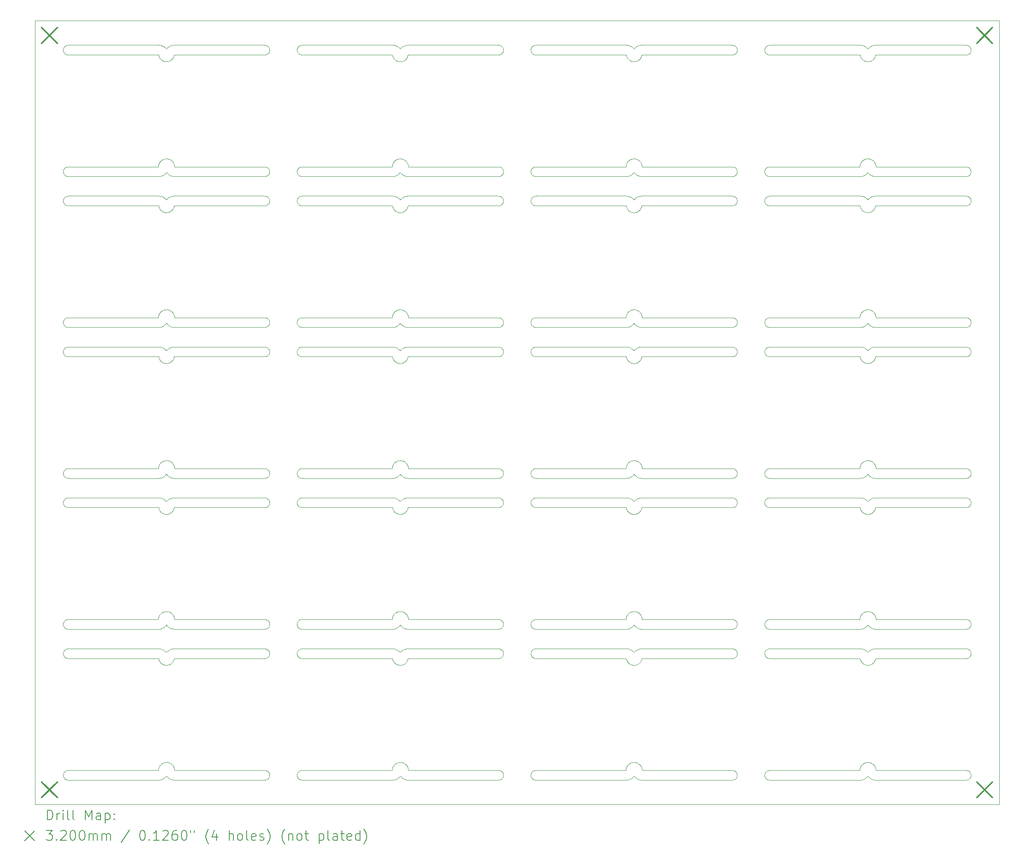
<source format=gbr>
%TF.GenerationSoftware,KiCad,Pcbnew,7.0.6+dfsg-1*%
%TF.CreationDate,2023-08-23T14:28:13+02:00*%
%TF.ProjectId,GPDI_ULX3S_panel,47504449-5f55-44c5-9833-535f70616e65,1.6*%
%TF.SameCoordinates,Original*%
%TF.FileFunction,Drillmap*%
%TF.FilePolarity,Positive*%
%FSLAX45Y45*%
G04 Gerber Fmt 4.5, Leading zero omitted, Abs format (unit mm)*
G04 Created by KiCad (PCBNEW 7.0.6+dfsg-1) date 2023-08-23 14:28:13*
%MOMM*%
%LPD*%
G01*
G04 APERTURE LIST*
%ADD10C,0.100000*%
%ADD11C,0.200000*%
%ADD12C,0.320000*%
G04 APERTURE END LIST*
D10*
X5597621Y-10292213D02*
X5593088Y-10290464D01*
X12580314Y-16198372D02*
X12583310Y-16202327D01*
X17310685Y-4525375D02*
X17315144Y-4523045D01*
X17112487Y-6909080D02*
X17115282Y-6904981D01*
X10380068Y-17085915D02*
X10375962Y-17083315D01*
X14566974Y-13313526D02*
X14566144Y-13318314D01*
X15171980Y-13378517D02*
X15168149Y-13375528D01*
X12608965Y-7800106D02*
X12608940Y-7800107D01*
X12449759Y-7677610D02*
X12449792Y-7677574D01*
X12449831Y-10213546D02*
X12449788Y-10213568D01*
X12399575Y-14132132D02*
X12394802Y-14130497D01*
X12297213Y-16238179D02*
X12299140Y-16233608D01*
X22050864Y-10213674D02*
X22050826Y-10213645D01*
X21925403Y-16192015D02*
X21927567Y-16189564D01*
X7649858Y-13877511D02*
X7659343Y-13866361D01*
X21991739Y-4527889D02*
X22000399Y-4533299D01*
X7690568Y-4834469D02*
X7687599Y-4835237D01*
X17250754Y-7113591D02*
X17250712Y-7113567D01*
X22185571Y-10963257D02*
X22183950Y-10965859D01*
X15160950Y-16469003D02*
X15157600Y-16465484D01*
X17250052Y-10213471D02*
X17250005Y-10213481D01*
X17169208Y-7616383D02*
X17173783Y-7618489D01*
X22049175Y-4577896D02*
X22049224Y-4577888D01*
X9702410Y-4694212D02*
X9697796Y-4695737D01*
X15136217Y-7672262D02*
X15137741Y-7667648D01*
X7649841Y-10213546D02*
X7649798Y-10213568D01*
X22018214Y-11036973D02*
X22015211Y-11036355D01*
X7734933Y-4814928D02*
X7732331Y-4816549D01*
X17407650Y-17100798D02*
X17407635Y-17100845D01*
X12449339Y-10777864D02*
X12449386Y-10777848D01*
X22205992Y-7810598D02*
X22205377Y-7813602D01*
X12290213Y-10900432D02*
X12290184Y-10900392D01*
X17408106Y-10900244D02*
X17408064Y-10900270D01*
X22208275Y-17100165D02*
X22208229Y-17100182D01*
X19933016Y-13313526D02*
X19932421Y-13308704D01*
X10339500Y-13336885D02*
X10337751Y-13332352D01*
X14447312Y-19600000D02*
X12617759Y-19600000D01*
X17199565Y-11032132D02*
X17194793Y-11030498D01*
X7488007Y-19369730D02*
X7488990Y-19364867D01*
X9758551Y-13858669D02*
X9760520Y-13863111D01*
X21891069Y-17105468D02*
X21890428Y-17101212D01*
X12567479Y-10704331D02*
X12572431Y-10703443D01*
X12294321Y-13145885D02*
X12296018Y-13141223D01*
X7649695Y-4577677D02*
X7649733Y-4577644D01*
X22169381Y-10985320D02*
X22166000Y-10989064D01*
X22065967Y-13332729D02*
X22062626Y-13328952D01*
X9683582Y-10101072D02*
X9688370Y-10101903D01*
X12562852Y-13392805D02*
X12558226Y-13391546D01*
X7649977Y-16413494D02*
X7649931Y-16413509D01*
X24097765Y-16304263D02*
X24102378Y-16305787D01*
X12468315Y-19235934D02*
X12473238Y-19236551D01*
X12284939Y-19399636D02*
X12284970Y-19399597D01*
X12581696Y-13396971D02*
X12576971Y-13396164D01*
X21889401Y-4700009D02*
X21889044Y-4700000D01*
X17195331Y-13044346D02*
X17200034Y-13042766D01*
X24088337Y-16903902D02*
X24093078Y-16904966D01*
X22175067Y-16192015D02*
X22178256Y-16195816D01*
X5597621Y-13994212D02*
X5593088Y-13992464D01*
X22209558Y-6956872D02*
X22210782Y-6961679D01*
X19288347Y-13803901D02*
X19293088Y-13804966D01*
X7807726Y-17100663D02*
X7807705Y-17100707D01*
X10402226Y-10895737D02*
X10397612Y-10894213D01*
X21884887Y-6999673D02*
X21884920Y-6999636D01*
X7734933Y-14114927D02*
X7732331Y-14116549D01*
X12450495Y-7113481D02*
X12450448Y-7113471D01*
X17084529Y-13199924D02*
X17084575Y-13199905D01*
X9767938Y-10796140D02*
X9768057Y-10800997D01*
X12407944Y-13040458D02*
X12411112Y-13039652D01*
X5533045Y-16986474D02*
X5533876Y-16981686D01*
X12325611Y-13803344D02*
X12330569Y-13804234D01*
X17413810Y-16277855D02*
X17414216Y-16281099D01*
X12608249Y-4700182D02*
X12608204Y-4700201D01*
X7627282Y-19236551D02*
X7632204Y-19235934D01*
X12290153Y-4700355D02*
X12290120Y-4700318D01*
X17327964Y-11019109D02*
X17325284Y-11020597D01*
X22215520Y-13199597D02*
X22215551Y-13199636D01*
X22215377Y-13199335D02*
X22215396Y-13199382D01*
X17295398Y-14133082D02*
X17290548Y-14134469D01*
X12608486Y-4700123D02*
X12608437Y-4700130D01*
X12346843Y-19590066D02*
X12342283Y-19591546D01*
X12334028Y-10991210D02*
X12331917Y-10988986D01*
X12495408Y-4833082D02*
X12490558Y-4834469D01*
X17413070Y-10072949D02*
X17413810Y-10077855D01*
X9739058Y-16930994D02*
X9742409Y-16934513D01*
X17231631Y-10758812D02*
X17235312Y-10762509D01*
X7631650Y-13858812D02*
X7635331Y-13862509D01*
X17262818Y-7662467D02*
X17266512Y-7658761D01*
X7649886Y-19513526D02*
X7649841Y-19513546D01*
X7569953Y-11019056D02*
X7565607Y-11016494D01*
X19933016Y-10786474D02*
X19933847Y-10781686D01*
X17408955Y-10900107D02*
X17408931Y-10900107D01*
X7807774Y-7800578D02*
X7807749Y-7800620D01*
X7803502Y-17121485D02*
X7802117Y-17126336D01*
X17408525Y-17100118D02*
X17408476Y-17100123D01*
X5543663Y-10245668D02*
X5541479Y-10241328D01*
X17369391Y-14085320D02*
X17366010Y-14089064D01*
X7587430Y-13825330D02*
X7591768Y-13827889D01*
X24162239Y-10767645D02*
X24163764Y-10772259D01*
X12295872Y-14026234D02*
X12294490Y-14021383D01*
X7488990Y-13164867D02*
X7489718Y-13161679D01*
X7651032Y-16413810D02*
X7651000Y-16413774D01*
X5533876Y-13279686D02*
X5534941Y-13274945D01*
X12415231Y-11036355D02*
X12410317Y-11035212D01*
X7785601Y-14063257D02*
X7783980Y-14065859D01*
X24097765Y-10104263D02*
X24102378Y-10105787D01*
X7613942Y-7152796D02*
X7610277Y-7155886D01*
X7649498Y-13313810D02*
X7649467Y-13313848D01*
X5630673Y-19598918D02*
X5625838Y-19598322D01*
X14506929Y-10709534D02*
X14511371Y-10711503D01*
X22191294Y-19598374D02*
X22181677Y-19596971D01*
X12494053Y-16458796D02*
X12490243Y-16455886D01*
X12615483Y-10099515D02*
X12615510Y-10099557D01*
X19954416Y-10863805D02*
X19951427Y-10859974D01*
X15133856Y-10218314D02*
X15133026Y-10213526D01*
X19367918Y-4596140D02*
X19368038Y-4600997D01*
X7766030Y-14089064D02*
X7763918Y-14091286D01*
X22216193Y-13199986D02*
X22216242Y-13199990D01*
X12355929Y-13064551D02*
X12358630Y-13062709D01*
X12450722Y-16413567D02*
X12450678Y-16413546D01*
X12326544Y-17182911D02*
X12323360Y-17178999D01*
X7815723Y-6999775D02*
X7815763Y-6999805D01*
X7741889Y-19262710D02*
X7744590Y-19264551D01*
X17248697Y-4577848D02*
X17248744Y-4577863D01*
X10339500Y-19536886D02*
X10337751Y-19532352D01*
X7739145Y-17212151D02*
X7734933Y-17214928D01*
X12450352Y-10213457D02*
X12450303Y-10213453D01*
X7676480Y-19237038D02*
X7681366Y-19237900D01*
X17085158Y-19399093D02*
X17085162Y-19399043D01*
X7648671Y-13877830D02*
X7648717Y-13877848D01*
X17399552Y-7834036D02*
X17398489Y-7836912D01*
X24166126Y-4620312D02*
X24165061Y-4625053D01*
X5580077Y-4516085D02*
X5584305Y-4513690D01*
X22200835Y-13399299D02*
X22196053Y-13398952D01*
X12482675Y-17236377D02*
X12479672Y-17236994D01*
X9715724Y-16311690D02*
X9719952Y-16314085D01*
X12522506Y-13377011D02*
X12518316Y-13374682D01*
X17084188Y-16299993D02*
X17084238Y-16299990D01*
X22050745Y-16413591D02*
X22050702Y-16413567D01*
X12289756Y-17100076D02*
X12289710Y-17100059D01*
X17250835Y-19513645D02*
X17250796Y-19513617D01*
X9763795Y-4629736D02*
X9762271Y-4634350D01*
X22215318Y-10099043D02*
X22215322Y-10099093D01*
X7649636Y-16413674D02*
X7649599Y-16413706D01*
X12285790Y-6986036D02*
X12286284Y-6981099D01*
X21889548Y-10900023D02*
X21889499Y-10900016D01*
X7747881Y-4509412D02*
X7752717Y-4508027D01*
X17099646Y-19599299D02*
X17087546Y-19599884D01*
X12582510Y-13801898D02*
X12587500Y-13801262D01*
X10332083Y-16996142D02*
X10332441Y-16991296D01*
X12449832Y-13877529D02*
X12449848Y-13877511D01*
X19948629Y-19443999D02*
X19951427Y-19440026D01*
X17249185Y-10777896D02*
X17249234Y-10777888D01*
X22038783Y-4566395D02*
X22048226Y-4577510D01*
X15216440Y-13803070D02*
X15225819Y-13801678D01*
X21905479Y-10700774D02*
X21910502Y-10701157D01*
X17322497Y-13377011D02*
X17318306Y-13374682D01*
X17089509Y-7800016D02*
X17089460Y-7800011D01*
X14531851Y-13375528D02*
X14528020Y-13378517D01*
X20002206Y-4506263D02*
X20006889Y-4504967D01*
X12450845Y-10213645D02*
X12450805Y-10213617D01*
X7569953Y-14119056D02*
X7565607Y-14116494D01*
X14545576Y-10863804D02*
X14542402Y-10867483D01*
X22200835Y-7199299D02*
X22196053Y-7198952D01*
X14506934Y-13992463D02*
X14502400Y-13994212D01*
X12356271Y-17210338D02*
X12352207Y-17207349D01*
X14539048Y-10730994D02*
X14542399Y-10734513D01*
X21890066Y-17100284D02*
X21890029Y-17100251D01*
X7679682Y-4836994D02*
X7674716Y-4837882D01*
X12596381Y-19323248D02*
X12597873Y-19326158D01*
X14567927Y-10194142D02*
X14568046Y-10199000D01*
X7489577Y-14000023D02*
X7489528Y-14000016D01*
X21884777Y-16299775D02*
X21884815Y-16299743D01*
X22214700Y-16286036D02*
X22214945Y-16289296D01*
X22040376Y-19235238D02*
X22043641Y-19235075D01*
X22196610Y-14041598D02*
X22195402Y-14044416D01*
X7815407Y-16299335D02*
X7815425Y-16299382D01*
X24160493Y-4638884D02*
X24158523Y-4643326D01*
X17408239Y-10900182D02*
X17408194Y-10900201D01*
X12473238Y-9936551D02*
X12476470Y-9937038D01*
X19997592Y-13205787D02*
X20002206Y-13204263D01*
X17323330Y-16152005D02*
X17327745Y-16154269D01*
X7527596Y-9989564D02*
X7530970Y-9985927D01*
X17204612Y-13836075D02*
X17208669Y-13839062D01*
X17259491Y-13325010D02*
X17251042Y-13313848D01*
X12608486Y-14000123D02*
X12608437Y-14000130D01*
X17298324Y-11032165D02*
X17295398Y-11033082D01*
X19249742Y-7800000D02*
X17408955Y-7800106D01*
X22079281Y-19546354D02*
X22075769Y-19543090D01*
X19932064Y-7094142D02*
X19932421Y-7089296D01*
X15235512Y-7600724D02*
X15247805Y-7600120D01*
X5597621Y-7192212D02*
X5593088Y-7190464D01*
X24153941Y-13349896D02*
X24151342Y-13354001D01*
X17407946Y-10900357D02*
X17407910Y-10900390D01*
X24749547Y-4000430D02*
X24749518Y-4000390D01*
X22215655Y-19399743D02*
X22215694Y-19399775D01*
X22130606Y-6855832D02*
X22134903Y-6858313D01*
X12607716Y-4700663D02*
X12607695Y-4700707D01*
X17082741Y-16500000D02*
X15252688Y-16500000D01*
X17096008Y-6941223D02*
X17097203Y-6938179D01*
X14511374Y-19409505D02*
X14515714Y-19411690D01*
X7649842Y-10777529D02*
X7649858Y-10777511D01*
X19315707Y-4688310D02*
X19311366Y-4690494D01*
X22187481Y-4501262D02*
X22192497Y-4500879D01*
X22208418Y-4700130D02*
X22208370Y-4700139D01*
X7815468Y-16299472D02*
X7815493Y-16299515D01*
X7649841Y-19513546D02*
X7649798Y-19513568D01*
X19302390Y-7794212D02*
X19297776Y-7795737D01*
X7649977Y-19513494D02*
X7649931Y-19513509D01*
X12607956Y-14000357D02*
X12607920Y-14000389D01*
X12615794Y-13199833D02*
X12615837Y-13199859D01*
X12616018Y-19399941D02*
X12616066Y-19399956D01*
X22216557Y-7000000D02*
X22216582Y-7000000D01*
X17343101Y-7611040D02*
X17347861Y-7609412D01*
X12523340Y-6852005D02*
X12527754Y-6854269D01*
X10346049Y-7149896D02*
X10343654Y-7145668D01*
X12603492Y-17121485D02*
X12602107Y-17126336D01*
X22208418Y-17100130D02*
X22208370Y-17100139D01*
X17415358Y-19399240D02*
X17415371Y-19399288D01*
X12490558Y-7934469D02*
X12487590Y-7935237D01*
X9739059Y-19428997D02*
X9742410Y-19432516D01*
X12450956Y-7113739D02*
X12450921Y-7113706D01*
X21886671Y-19377855D02*
X21887410Y-19372949D01*
X14452183Y-13800120D02*
X14464477Y-13800723D01*
X12285298Y-16294251D02*
X12285545Y-16289296D01*
X10346049Y-10249896D02*
X10343654Y-10245668D01*
X21884653Y-10099859D02*
X21884696Y-10099833D01*
X9745584Y-16461805D02*
X9742410Y-16465484D01*
X12609577Y-10056872D02*
X12610802Y-10061680D01*
X12465062Y-9935609D02*
X12468315Y-9935934D01*
X7525433Y-19292015D02*
X7527596Y-19289564D01*
X22008659Y-7639062D02*
X22016727Y-7645321D01*
X12418234Y-7936973D02*
X12415231Y-7936354D01*
X15160950Y-17071003D02*
X15157600Y-17067484D01*
X9697791Y-4506262D02*
X9702405Y-4507786D01*
X12613080Y-13172949D02*
X12613819Y-13177855D01*
X15132431Y-7089296D02*
X15133026Y-7084474D01*
X12479672Y-14136993D02*
X12474706Y-14137882D01*
X12289845Y-10900115D02*
X12289801Y-10900094D01*
X7725303Y-17220597D02*
X7720832Y-17222933D01*
X22187481Y-7601262D02*
X22192497Y-7600879D01*
X22207866Y-7800424D02*
X22207833Y-7800460D01*
X15137741Y-10165648D02*
X15139490Y-10161114D01*
X12616262Y-19399991D02*
X12616312Y-19399993D01*
X5532450Y-10810704D02*
X5532093Y-10805858D01*
X7651000Y-10213774D02*
X7650966Y-10213739D01*
X19366965Y-13284474D02*
X19367559Y-13289296D01*
X12309809Y-4758816D02*
X12308324Y-4756134D01*
X17145350Y-13807938D02*
X17150192Y-13809326D01*
X7687599Y-11035237D02*
X7682685Y-11036377D01*
X5551456Y-16457974D02*
X5548658Y-16454001D01*
X17416203Y-16299986D02*
X17416252Y-16299990D01*
X21994783Y-11030498D02*
X21991908Y-11029431D01*
X21899636Y-16499299D02*
X21887536Y-16499884D01*
X17092581Y-14013498D02*
X17091980Y-14010552D01*
X22049367Y-10777848D02*
X22049413Y-10777830D01*
X12612512Y-16269730D02*
X12613080Y-16272949D01*
X12404622Y-10736076D02*
X12408679Y-10739062D01*
X7806198Y-16245885D02*
X7807239Y-16248984D01*
X7776980Y-10296164D02*
X7772299Y-10295130D01*
X21899120Y-6933608D02*
X21900465Y-6930627D01*
X9756366Y-10152332D02*
X9758551Y-10156672D01*
X12607230Y-10048984D02*
X12608692Y-10053725D01*
X12392269Y-19245464D02*
X12395341Y-19244346D01*
X12286690Y-6977855D02*
X12287430Y-6972949D01*
X15148638Y-7756001D02*
X15146039Y-7751896D01*
X7815221Y-16294251D02*
X7815334Y-16298754D01*
X24158521Y-19541328D02*
X24156336Y-19545668D01*
X12318813Y-16496971D02*
X12309196Y-16498374D01*
X12289567Y-4700023D02*
X12289519Y-4700016D01*
X19931944Y-10801000D02*
X19932064Y-10796142D01*
X7485138Y-13199288D02*
X7485152Y-13199240D01*
X22163889Y-4791286D02*
X22160322Y-4794854D01*
X21890340Y-4700740D02*
X21890326Y-4700693D01*
X12450634Y-16413526D02*
X12450588Y-16413509D01*
X12291989Y-17110552D02*
X12291088Y-17105468D01*
X5571999Y-10721483D02*
X5575972Y-10718685D01*
X7649253Y-13877888D02*
X7649302Y-13877877D01*
X15226096Y-4699880D02*
X15221250Y-4699523D01*
X17232185Y-9935934D02*
X17235438Y-9935609D01*
X12553667Y-19590066D02*
X12544498Y-19586841D01*
X12449626Y-7113674D02*
X12449589Y-7113706D01*
X17308231Y-13045464D02*
X17312849Y-13047276D01*
X17250197Y-16413453D02*
X17250148Y-16413456D01*
X5554446Y-10738195D02*
X5557619Y-10734516D01*
X17249510Y-19513774D02*
X17249478Y-19513810D01*
X21977151Y-13052005D02*
X21980096Y-13050587D01*
X22048782Y-4577877D02*
X22048831Y-4577888D01*
X12288980Y-19364867D02*
X12289708Y-19361680D01*
X7757608Y-13074616D02*
X7761328Y-13077899D01*
X12448997Y-10777906D02*
X12449047Y-10777907D01*
X15141459Y-4558672D02*
X15143644Y-4554332D01*
X22210782Y-19361680D02*
X22211510Y-19364867D01*
X22166000Y-17189064D02*
X22163889Y-17191286D01*
X7808544Y-4700118D02*
X7808496Y-4700123D01*
X17407666Y-17100752D02*
X17407650Y-17100798D01*
X14558541Y-19456672D02*
X14560510Y-19461114D01*
X17407843Y-17100460D02*
X17407811Y-17100498D01*
X17415665Y-10099743D02*
X17415703Y-10099775D01*
X10346049Y-16950104D02*
X10348648Y-16945999D01*
X12285129Y-6999288D02*
X12285142Y-6999240D01*
X7649755Y-19513591D02*
X7649714Y-19513617D01*
X17406002Y-7810598D02*
X17405387Y-7813602D01*
X21889596Y-17100033D02*
X21889548Y-17100023D01*
X12585218Y-19304981D02*
X12588013Y-19309080D01*
X12608583Y-10900116D02*
X12608534Y-10900118D01*
X12399575Y-4832132D02*
X12394802Y-4830498D01*
X5536237Y-7070262D02*
X5537761Y-7065648D01*
X15211640Y-4503903D02*
X15216440Y-4503070D01*
X9711384Y-7188495D02*
X9706942Y-7190464D01*
X15141459Y-16441328D02*
X15139490Y-16436885D01*
X10384295Y-16311690D02*
X10388636Y-16309505D01*
X12390573Y-10269757D02*
X12382194Y-10274682D01*
X22109918Y-13369757D02*
X22105844Y-13367228D01*
X21884920Y-16299636D02*
X21884951Y-16299597D01*
X12498334Y-17232165D02*
X12495408Y-17233082D01*
X12484561Y-16138548D02*
X12489398Y-16139652D01*
X17085143Y-13199191D02*
X17085152Y-13199142D01*
X17415328Y-6999043D02*
X17415332Y-6999093D01*
X7484725Y-19399833D02*
X7484767Y-19399805D01*
X17415328Y-13199043D02*
X17415332Y-13199093D01*
X12449386Y-7677848D02*
X12449432Y-7677830D01*
X22115134Y-4523045D02*
X22124288Y-4518552D01*
X19943634Y-19545668D02*
X19941449Y-19541328D01*
X12615211Y-6994251D02*
X12615324Y-6998754D01*
X24083555Y-4698928D02*
X24078732Y-4699523D01*
X9702410Y-17094212D02*
X9697796Y-17095737D01*
X17210257Y-7155886D02*
X17206447Y-7158796D01*
X7486700Y-16277855D02*
X7487440Y-16272949D01*
X12527754Y-16154269D02*
X12530626Y-16155832D01*
X4950694Y-20099812D02*
X4950735Y-20099839D01*
X17415449Y-16299472D02*
X17415474Y-16299515D01*
X10348648Y-10254001D02*
X10346049Y-10249896D01*
X12427272Y-9936551D02*
X12432195Y-9935934D01*
X9706944Y-13992463D02*
X9702410Y-13994212D01*
X17210307Y-17235212D02*
X17207340Y-17234442D01*
X14474171Y-10701677D02*
X14483557Y-10703069D01*
X12608486Y-7800123D02*
X12608437Y-7800130D01*
X24102378Y-19405787D02*
X24106912Y-19407536D01*
X7666681Y-7938982D02*
X7663630Y-7939292D01*
X17248437Y-7677707D02*
X17248477Y-7677736D01*
X22215906Y-16299905D02*
X22215952Y-16299924D01*
X10402226Y-13806263D02*
X10406909Y-13804967D01*
X14535533Y-13974353D02*
X14531853Y-13977527D01*
X7649575Y-16977763D02*
X7649616Y-16977736D01*
X12285185Y-19398779D02*
X12285186Y-19398754D01*
X22120374Y-13050587D02*
X22123320Y-13052005D01*
X19339038Y-7630994D02*
X19342389Y-7634513D01*
X22200835Y-10299299D02*
X22196053Y-10298952D01*
X12288980Y-16264867D02*
X12289708Y-16261679D01*
X12294490Y-17121383D02*
X12293725Y-17118414D01*
X22172270Y-19595130D02*
X22162833Y-19592805D01*
X22024702Y-10243090D02*
X22021190Y-10246354D01*
X7808305Y-4700165D02*
X7808259Y-4700182D01*
X5551456Y-17059974D02*
X5548658Y-17056001D01*
X9649762Y-7800000D02*
X7808975Y-7800106D01*
X17090300Y-17100602D02*
X17090279Y-17100558D01*
X5560970Y-7630997D02*
X5564489Y-7627646D01*
X7651899Y-19234951D02*
X7656859Y-19235075D01*
X19366134Y-19518314D02*
X19365069Y-19523055D01*
X12337592Y-7894780D02*
X12334028Y-7891210D01*
X12552707Y-16908027D02*
X12562579Y-16905469D01*
X7518513Y-10972503D02*
X7516764Y-10969985D01*
X7748152Y-11005536D02*
X7745727Y-11007413D01*
X17289388Y-16139652D02*
X17292556Y-16140458D01*
X12435321Y-4562509D02*
X12438803Y-4566395D01*
X17408150Y-10900221D02*
X17408106Y-10900244D01*
X7484949Y-10099636D02*
X7484980Y-10099597D01*
X21977151Y-9952006D02*
X21980096Y-9950587D01*
X19971970Y-13821483D02*
X19975943Y-13818685D01*
X10333035Y-7113526D02*
X10332441Y-7108704D01*
X22152688Y-10708027D02*
X22162559Y-10705469D01*
X9724055Y-13818682D02*
X9728028Y-13821480D01*
X5616447Y-13201072D02*
X5621270Y-13200477D01*
X17234274Y-7939282D02*
X17231224Y-7938970D01*
X22115134Y-16923045D02*
X22124288Y-16918552D01*
X15143644Y-19545668D02*
X15141459Y-19541328D01*
X12313983Y-10965770D02*
X12312364Y-10963166D01*
X5602235Y-4506263D02*
X5606918Y-4504967D01*
X20011630Y-17098097D02*
X20006889Y-17097033D01*
X12607852Y-10900460D02*
X12607821Y-10900498D01*
X22174565Y-14079082D02*
X22171378Y-14082993D01*
X12616163Y-6999978D02*
X12616212Y-6999986D01*
X17357589Y-9974616D02*
X17361308Y-9977899D01*
X22216046Y-19399956D02*
X22216095Y-19399968D01*
X21889991Y-10900220D02*
X21889952Y-10900191D01*
X12474706Y-7937882D02*
X12471675Y-7938346D01*
X24166956Y-10786471D02*
X24167551Y-10791293D01*
X19366134Y-7118314D02*
X19365069Y-7123055D01*
X7624390Y-13851891D02*
X7631650Y-13858812D01*
X5533045Y-16413526D02*
X5532450Y-16408704D01*
X22216582Y-13200000D02*
X24069014Y-13200000D01*
X17375077Y-19292015D02*
X17378266Y-19295816D01*
X24166125Y-10781683D02*
X24166956Y-10786471D01*
X5588646Y-10890495D02*
X5584305Y-10888310D01*
X22143092Y-13811040D02*
X22147852Y-13809412D01*
X5611659Y-19401903D02*
X5616447Y-19401072D01*
X17104636Y-4748905D02*
X17102535Y-4744319D01*
X21920176Y-6898372D02*
X21922214Y-6895816D01*
X17249822Y-13313546D02*
X17249778Y-13313567D01*
X24124028Y-10116685D02*
X24128001Y-10119483D01*
X12285094Y-13199382D02*
X12285113Y-13199335D01*
X12522506Y-19577011D02*
X12518316Y-19574682D01*
X21888961Y-19364867D02*
X21889688Y-19361680D01*
X17315144Y-10723045D02*
X17324298Y-10718552D01*
X7649755Y-13313591D02*
X7649714Y-13313617D01*
X22048242Y-7677529D02*
X22048282Y-7677573D01*
X5575972Y-17083315D02*
X5571999Y-17080517D01*
X21946823Y-13390065D02*
X21942264Y-13391546D01*
X12562579Y-13805469D02*
X12567479Y-13804331D01*
X7803307Y-10038179D02*
X7804501Y-10041223D01*
X7816321Y-10099993D02*
X7816586Y-10100000D01*
X14566144Y-7681683D02*
X14566975Y-7686471D01*
X7649733Y-16977644D02*
X7649768Y-16977610D01*
X22048552Y-16977787D02*
X22048596Y-16977809D01*
X7649498Y-19513810D02*
X7649467Y-19513848D01*
X19997592Y-7607787D02*
X20002206Y-7606263D01*
X7651000Y-7113774D02*
X7650966Y-7113739D01*
X7634293Y-7939282D02*
X7631243Y-7938970D01*
X24102378Y-16492212D02*
X24097765Y-16493737D01*
X7489981Y-14000191D02*
X7489940Y-14000163D01*
X15230966Y-7000000D02*
X17083898Y-7000000D01*
X22016727Y-16945321D02*
X22020627Y-16948509D01*
X15180058Y-16916085D02*
X15184286Y-16913690D01*
X22207900Y-7800389D02*
X22207866Y-7800424D01*
X17416567Y-19400000D02*
X17416592Y-19400000D01*
X19297774Y-19593737D02*
X19293091Y-19595033D01*
X17281347Y-19237900D02*
X17284551Y-19238548D01*
X17328868Y-16916451D02*
X17333540Y-16914583D01*
X15193068Y-10709536D02*
X15197602Y-10707787D01*
X19315705Y-10286310D02*
X19311364Y-10288495D01*
X19932064Y-16996142D02*
X19932421Y-16991296D01*
X22000024Y-16142766D02*
X22003148Y-16141802D01*
X22215377Y-6999335D02*
X22215396Y-6999382D01*
X5568169Y-13375528D02*
X5564489Y-13372354D01*
X17125413Y-6892015D02*
X17127576Y-6889564D01*
X7772440Y-10703443D02*
X7782520Y-10701898D01*
X17248610Y-16134951D02*
X17251880Y-16134951D01*
X19252173Y-7600120D02*
X19264468Y-7600723D01*
X17383300Y-19302327D02*
X17385209Y-19304981D01*
X17240999Y-7125010D02*
X17237854Y-7128952D01*
X7781205Y-14070073D02*
X7779455Y-14072590D01*
X10354436Y-7161805D02*
X10351446Y-7157974D01*
X22157579Y-19274616D02*
X22161299Y-19277899D01*
X24166957Y-17015524D02*
X24166126Y-17020312D01*
X7485555Y-16289296D02*
X7485800Y-16286036D01*
X22049812Y-7113546D02*
X22049768Y-7113567D01*
X5557619Y-16465484D02*
X5554446Y-16461805D01*
X10375962Y-13818685D02*
X10380068Y-13816085D01*
X15132431Y-10810704D02*
X15132073Y-10805858D01*
X17249330Y-4577864D02*
X17249377Y-4577848D01*
X21916735Y-4769985D02*
X21913963Y-4765770D01*
X7489981Y-10900191D02*
X7489940Y-10900163D01*
X17158777Y-4812091D02*
X17156262Y-4810338D01*
X17248610Y-19234951D02*
X17251880Y-19234951D01*
X12588148Y-4758908D02*
X12585591Y-4763257D01*
X7611122Y-13039652D02*
X7615959Y-13038548D01*
X17089030Y-17100000D02*
X15230966Y-17100000D01*
X22215322Y-13199093D02*
X22215328Y-13199142D01*
X12459333Y-4566362D02*
X12462827Y-4562467D01*
X12285186Y-6998754D02*
X12285298Y-6994251D01*
X10371990Y-4521483D02*
X10375962Y-4518685D01*
X17250874Y-16413674D02*
X17250835Y-16413645D01*
X17248610Y-13034951D02*
X17251880Y-13034951D01*
X14531851Y-16322472D02*
X14535530Y-16325646D01*
X22207833Y-17100460D02*
X22207802Y-17100498D01*
X17093270Y-16248984D02*
X17094312Y-16245885D01*
X22215362Y-19399288D02*
X22215377Y-19399335D01*
X17094480Y-17121383D02*
X17093715Y-17118414D01*
X12321485Y-17176572D02*
X12318503Y-17172503D01*
X7800035Y-16230627D02*
X7801380Y-16233608D01*
X21909789Y-4758816D02*
X21908304Y-4756134D01*
X9762269Y-16967645D02*
X9763793Y-16972259D01*
X17098402Y-14033936D02*
X17096776Y-14029161D01*
X15133026Y-19484474D02*
X15133856Y-19479686D01*
X17315144Y-7623045D02*
X17324298Y-7618552D01*
X24128001Y-13219483D02*
X24131831Y-13222472D01*
X7815493Y-6999515D02*
X7815520Y-6999557D01*
X22050864Y-13313674D02*
X22050826Y-13313645D01*
X21999555Y-7932132D02*
X21994783Y-7930497D01*
X7649657Y-13877707D02*
X7649695Y-13877677D01*
X15141459Y-10758672D02*
X15143644Y-10754332D01*
X17248988Y-10777906D02*
X17249037Y-10777907D01*
X17152198Y-11007349D02*
X17149775Y-11005470D01*
X7816028Y-6999941D02*
X7816076Y-6999956D01*
X5597621Y-10894213D02*
X5593088Y-10892464D01*
X21958611Y-9962710D02*
X21962778Y-9960018D01*
X22058571Y-17239673D02*
X22055508Y-17239828D01*
X10354436Y-10136195D02*
X10357610Y-10132516D01*
X10368159Y-7022472D02*
X10371990Y-7019483D01*
X12420646Y-4548509D02*
X12424380Y-4551891D01*
X9748573Y-19440026D02*
X9751371Y-19443999D01*
X21884920Y-6999636D02*
X21884951Y-6999597D01*
X17237854Y-10228952D02*
X17234514Y-10232729D01*
X7760351Y-17194854D02*
X7758130Y-17196967D01*
X22207975Y-10900326D02*
X22207937Y-10900357D01*
X22207802Y-7800498D02*
X22207772Y-7800537D01*
X9673915Y-13999880D02*
X9669045Y-14000000D01*
X19932064Y-10796142D02*
X19932421Y-10791296D01*
X17162987Y-7914870D02*
X17158777Y-7912091D01*
X9753970Y-10750101D02*
X9756366Y-10754329D01*
X21894302Y-19345885D02*
X21895999Y-19341223D01*
X9728032Y-17080517D02*
X9724060Y-17083315D01*
X17281383Y-4545318D02*
X17289445Y-4539074D01*
X22021190Y-19546354D02*
X22013913Y-19552796D01*
X7484844Y-13199743D02*
X7484881Y-13199709D01*
X22214206Y-6981099D02*
X22214700Y-6986036D01*
X4950337Y-4000645D02*
X4950321Y-4000692D01*
X24158521Y-16958669D02*
X24160490Y-16963111D01*
X14566145Y-7720311D02*
X14565081Y-7725053D01*
X17369391Y-10985320D02*
X17366010Y-10989064D01*
X10336227Y-7672262D02*
X10337751Y-7667648D01*
X12449432Y-4577830D02*
X12449478Y-4577810D01*
X22048831Y-13877887D02*
X22048879Y-13877896D01*
X7674716Y-4837882D02*
X7671685Y-4838346D01*
X22086558Y-19552796D02*
X22079281Y-19546354D01*
X12612954Y-10299884D02*
X12600854Y-10299299D01*
X15157600Y-7767484D02*
X15154426Y-7763805D01*
X7649467Y-16413848D02*
X7641018Y-16425010D01*
X17249958Y-7113494D02*
X17249912Y-7113509D01*
X22106341Y-10727929D02*
X22110675Y-10725375D01*
X7489625Y-4700033D02*
X7489577Y-4700023D01*
X19356346Y-13345668D02*
X19353951Y-13349896D01*
X17085085Y-6999382D02*
X17085103Y-6999335D01*
X7650505Y-19513481D02*
X7650458Y-19513471D01*
X10430976Y-4700000D02*
X10426106Y-4699880D01*
X7650410Y-7113462D02*
X7650362Y-7113456D01*
X21887410Y-6972949D02*
X21887978Y-6969730D01*
X22208945Y-7800106D02*
X22208921Y-7800107D01*
X22035302Y-16962509D02*
X22038783Y-16966395D01*
X22208564Y-17100116D02*
X22208515Y-17100118D01*
X21885149Y-16299093D02*
X21885152Y-16299043D01*
X7485195Y-10098779D02*
X7485196Y-10098754D01*
X12615925Y-13199905D02*
X12615971Y-13199924D01*
X10393078Y-7007536D02*
X10397612Y-7005787D01*
X12320195Y-19298372D02*
X12322234Y-19295816D01*
X15171980Y-7780517D02*
X15168149Y-7777528D01*
X22176441Y-10976657D02*
X22174565Y-10979082D01*
X19324038Y-13216685D02*
X19328010Y-13219483D01*
X17415827Y-16299859D02*
X17415871Y-16299883D01*
X17112487Y-19309080D02*
X17115282Y-19304981D01*
X14567927Y-7103858D02*
X14567569Y-7108704D01*
X12403168Y-9941802D02*
X12407944Y-9940458D01*
X24128001Y-10119483D02*
X24131831Y-10122472D01*
X22175067Y-9992015D02*
X22178256Y-9995816D01*
X5541479Y-4558672D02*
X5543663Y-4554332D01*
X19302385Y-7607786D02*
X19306919Y-7609534D01*
X15139490Y-10161114D02*
X15141459Y-10156672D01*
X12449788Y-7113567D02*
X12449746Y-7113591D01*
X17281383Y-7645318D02*
X17289445Y-7639074D01*
X5533045Y-10815526D02*
X5532450Y-10810704D01*
X7552217Y-7907349D02*
X7549794Y-7905470D01*
X7484683Y-6999859D02*
X7484725Y-6999833D01*
X7592279Y-13045464D02*
X7595351Y-13044346D01*
X12284757Y-10099805D02*
X12284796Y-10099775D01*
X10348648Y-19443999D02*
X10351446Y-19440026D01*
X17309927Y-10269757D02*
X17305854Y-10267229D01*
X12424380Y-16951891D02*
X12431641Y-16958812D01*
X21890194Y-7800432D02*
X21890164Y-7800392D01*
X17277485Y-4548499D02*
X17281383Y-4545318D01*
X9702408Y-13392212D02*
X9697794Y-13393737D01*
X7713495Y-11026389D02*
X7710677Y-11027598D01*
X22002480Y-7933051D02*
X21999555Y-7932132D01*
X10334931Y-13274945D02*
X10336227Y-13270262D01*
X7602510Y-11033051D02*
X7599585Y-11032132D01*
X24115697Y-10888310D02*
X24111356Y-10890494D01*
X7677505Y-7648499D02*
X7681403Y-7645318D01*
X7632204Y-16135934D02*
X7635458Y-16135609D01*
X7490453Y-14001187D02*
X7490391Y-14000836D01*
X7815221Y-19394251D02*
X7815334Y-19398754D01*
X14563783Y-19470262D02*
X14565079Y-19474945D01*
X7648345Y-13877609D02*
X7648380Y-13877644D01*
X15134921Y-16374945D02*
X15136217Y-16370262D01*
X22049545Y-16977763D02*
X22049587Y-16977736D01*
X12352207Y-17207349D02*
X12349784Y-17205470D01*
X17125413Y-16192015D02*
X17127576Y-16189564D01*
X7752061Y-4802347D02*
X7748152Y-4805536D01*
X17099646Y-10299299D02*
X17087546Y-10299884D01*
X7489811Y-17100094D02*
X7489766Y-17100076D01*
X19997592Y-16492212D02*
X19993058Y-16490464D01*
X7808975Y-4700107D02*
X7808950Y-4700107D01*
X19365070Y-7676942D02*
X19366135Y-7681683D01*
X9728030Y-16319483D02*
X9731861Y-16322472D01*
X19324038Y-16481315D02*
X19319932Y-16483915D01*
X7584437Y-11026346D02*
X7579854Y-11024237D01*
X7651062Y-13313848D02*
X7651032Y-13313810D01*
X7807567Y-10901316D02*
X7806908Y-10905632D01*
X22050745Y-19513591D02*
X22050702Y-19513568D01*
X22050235Y-19513452D02*
X22050187Y-19513453D01*
X19948629Y-16343999D02*
X19951427Y-16340026D01*
X19264479Y-16499276D02*
X19252185Y-16499880D01*
X19342389Y-13834513D02*
X19345563Y-13838192D01*
X15139490Y-7663114D02*
X15141459Y-7658672D01*
X17409568Y-6956872D02*
X17410792Y-6961679D01*
X17406002Y-4710598D02*
X17405387Y-4713602D01*
X14531853Y-10877527D02*
X14528023Y-10880517D01*
X15216440Y-13396930D02*
X15211640Y-13396097D01*
X10416449Y-13396930D02*
X10416449Y-13396930D01*
X22208921Y-7800107D02*
X22208564Y-7800115D01*
X12432195Y-13035934D02*
X12435448Y-13035609D01*
X12321485Y-4776572D02*
X12318503Y-4772503D01*
X22207640Y-14000798D02*
X22207626Y-14000845D01*
X19288352Y-17098097D02*
X19283564Y-17098928D01*
X22216242Y-10099991D02*
X22216292Y-10099993D01*
X19328010Y-10119483D02*
X19331841Y-10122472D01*
X22011092Y-13039652D02*
X22015929Y-13038548D01*
X21899454Y-17136813D02*
X21898392Y-17133937D01*
X19293088Y-4504966D02*
X19297771Y-4506262D01*
X22072419Y-16439661D02*
X22065967Y-16432729D01*
X7499665Y-13399299D02*
X7487566Y-13399884D01*
X14568046Y-19499000D02*
X14567927Y-19503858D01*
X22148589Y-9967447D02*
X22151195Y-9969421D01*
X24131831Y-13375528D02*
X24128001Y-13378517D01*
X12294490Y-4721383D02*
X12293725Y-4718414D01*
X12563715Y-13080123D02*
X12567266Y-13083587D01*
X7793328Y-10949001D02*
X7791979Y-10951754D01*
X7815981Y-13199924D02*
X7816028Y-13199941D01*
X24069016Y-14000000D02*
X24049732Y-14000000D01*
X14473904Y-16300119D02*
X14478750Y-16300477D01*
X5597621Y-4694213D02*
X5593088Y-4692464D01*
X22176951Y-13396164D02*
X22172270Y-13395130D01*
X17085176Y-6998754D02*
X17085288Y-6994251D01*
X7502555Y-14044319D02*
X7501349Y-14041500D01*
X19247291Y-7600000D02*
X19252173Y-7600120D01*
X7631243Y-17238970D02*
X7626239Y-17238331D01*
X7803307Y-19338179D02*
X7804501Y-19341223D01*
X12449792Y-13877574D02*
X12449832Y-13877529D01*
X21916735Y-17169985D02*
X21913963Y-17165770D01*
X21896766Y-14029161D02*
X21895852Y-14026234D01*
X15133026Y-17015526D02*
X15132431Y-17010704D01*
X10416449Y-4503070D02*
X10425828Y-4501678D01*
X10447815Y-16499880D02*
X10435521Y-16499276D01*
X10351446Y-7759974D02*
X10348648Y-7756001D01*
X19366135Y-10781683D02*
X19366966Y-10786471D01*
X9664487Y-4500723D02*
X9669346Y-4501081D01*
X17206447Y-7158796D02*
X17198582Y-7164506D01*
X22139116Y-4812151D02*
X22134904Y-4814928D01*
X5532450Y-4591296D02*
X5533045Y-4586474D01*
X21977073Y-14122885D02*
X21972603Y-14120546D01*
X17412944Y-16499884D02*
X17400845Y-16499299D01*
X15143644Y-16445668D02*
X15141459Y-16441328D01*
X10332083Y-13896142D02*
X10332441Y-13891296D01*
X7817768Y-13400000D02*
X7812964Y-13399884D01*
X14524047Y-19581315D02*
X14519942Y-19583915D01*
X7533253Y-16183587D02*
X7536805Y-16180123D01*
X22135600Y-19583228D02*
X22126785Y-19579135D01*
X24165061Y-17025053D02*
X24163765Y-17029736D01*
X12448850Y-13877887D02*
X12448899Y-13877896D01*
X14464488Y-13399276D02*
X14452194Y-13399880D01*
X7510531Y-10701157D02*
X7515528Y-10701795D01*
X15197602Y-16305787D02*
X15202216Y-16304263D01*
X21942264Y-7191546D02*
X21937638Y-7192805D01*
X22215584Y-6999673D02*
X22215619Y-6999709D01*
X24749663Y-20099354D02*
X24749679Y-20099308D01*
X12289064Y-7800000D02*
X12289039Y-7800000D01*
X19360500Y-7663111D02*
X19362249Y-7667645D01*
X7715882Y-6848546D02*
X7720404Y-6850587D01*
X22137692Y-19260018D02*
X22141860Y-19262710D01*
X7615240Y-4836355D02*
X7610327Y-4835212D01*
X17281347Y-9937900D02*
X17284551Y-9938548D01*
X17125601Y-4503344D02*
X17130559Y-4504234D01*
X14497786Y-7795737D02*
X14493103Y-7797033D01*
X4950617Y-20099752D02*
X4950655Y-20099783D01*
X10357610Y-7767484D02*
X10354436Y-7763805D01*
X17118804Y-7196971D02*
X17109186Y-7198374D01*
X15133026Y-13284474D02*
X15133856Y-13279686D01*
X14562261Y-17034350D02*
X14560512Y-17038884D01*
X7737722Y-19260018D02*
X7741889Y-19262710D01*
X21992249Y-16145464D02*
X21995321Y-16144346D01*
X12372755Y-19254269D02*
X12377170Y-19252006D01*
X24162239Y-16432352D02*
X24160490Y-16436885D01*
X21977073Y-11022885D02*
X21972603Y-11020546D01*
X5593088Y-13207536D02*
X5597621Y-13205787D01*
X19335519Y-13827643D02*
X19339038Y-13830994D01*
X7700476Y-6842766D02*
X7705178Y-6844346D01*
X19358531Y-13256672D02*
X19360500Y-13261114D01*
X19932064Y-17005858D02*
X19931944Y-17001000D01*
X12285185Y-16298778D02*
X12285186Y-16298754D01*
X14568047Y-17000997D02*
X14567928Y-17005855D01*
X10430976Y-7800000D02*
X10426106Y-7799880D01*
X21883914Y-16300000D02*
X21884178Y-16299993D01*
X17089460Y-4700011D02*
X17089411Y-4700009D01*
X22049773Y-16977574D02*
X22049813Y-16977529D01*
X17096776Y-17129161D02*
X17095862Y-17126234D01*
X20016430Y-16496930D02*
X20016430Y-16496930D01*
X7769411Y-4785320D02*
X7766030Y-4789064D01*
X12285051Y-6999472D02*
X12285074Y-6999427D01*
X17250624Y-13313526D02*
X17250579Y-13313509D01*
X10331964Y-10801000D02*
X10332083Y-10796142D01*
X7587430Y-7625330D02*
X7591768Y-7627889D01*
X7715163Y-10723045D02*
X7724317Y-10718552D01*
X19367559Y-19489296D02*
X19367917Y-19494142D01*
X15221250Y-10100477D02*
X15226096Y-10100120D01*
X14502400Y-4694212D02*
X14497786Y-4695737D01*
X17404482Y-19341223D02*
X17406179Y-19345885D01*
X12541879Y-19262710D02*
X12544581Y-19264551D01*
X17250796Y-19513617D02*
X17250754Y-19513591D01*
X12451022Y-16413810D02*
X12450990Y-16413774D01*
X24119925Y-10885914D02*
X24115697Y-10888310D01*
X7496028Y-13141223D02*
X7497222Y-13138179D01*
X22113466Y-7926389D02*
X22110648Y-7927598D01*
X9745583Y-7638192D02*
X9748572Y-7642023D01*
X7674716Y-14137882D02*
X7671685Y-14138346D01*
X12449047Y-10777907D02*
X12449096Y-10777906D01*
X17371388Y-7882993D02*
X17369391Y-7885320D01*
X24097765Y-13393737D02*
X24093081Y-13395033D01*
X7684571Y-9938548D02*
X7689407Y-9939652D01*
X21889044Y-17100000D02*
X21889020Y-17100000D01*
X17397863Y-13126158D02*
X17400016Y-13130627D01*
X17117190Y-13102327D02*
X17120186Y-13098372D01*
X7650119Y-19513462D02*
X7650072Y-19513471D01*
X24135509Y-13827643D02*
X24139028Y-13830994D01*
X5647825Y-10299880D02*
X5635531Y-10299276D01*
X22202088Y-7826336D02*
X22201172Y-7829262D01*
X17172613Y-14120546D02*
X17169933Y-14119056D01*
X17415202Y-16294251D02*
X17415314Y-16298754D01*
X22208140Y-4700221D02*
X22208097Y-4700244D01*
X20030956Y-7800000D02*
X20026086Y-7799880D01*
X17361308Y-19277899D02*
X17363705Y-19280123D01*
X19362249Y-13332352D02*
X19360500Y-13336885D01*
X14539049Y-19428997D02*
X14542400Y-19432516D01*
X7506511Y-10018891D02*
X7508146Y-10016060D01*
X17248606Y-10777809D02*
X17248651Y-10777830D01*
X21891970Y-10910552D02*
X21891069Y-10905468D01*
X7715882Y-13048546D02*
X7720404Y-13050587D01*
X22048388Y-13877676D02*
X22048427Y-13877707D01*
X17104636Y-10948905D02*
X17102535Y-10944319D01*
X20030956Y-13200000D02*
X21883889Y-13200000D01*
X7780324Y-13098372D02*
X7783320Y-13102327D01*
X15160950Y-13369003D02*
X15157600Y-13365484D01*
X17354367Y-17200350D02*
X17352041Y-17202347D01*
X17177993Y-16477011D02*
X17173695Y-16479134D01*
X22048316Y-10777609D02*
X22048351Y-10777644D01*
X9765089Y-7123055D02*
X9763793Y-7127738D01*
X21915498Y-7601795D02*
X21925591Y-7603344D01*
X15148638Y-13956001D02*
X15146039Y-13951896D01*
X17136785Y-16180123D02*
X17139182Y-16177899D01*
X19324038Y-19416685D02*
X19328010Y-19419483D01*
X12450845Y-13313645D02*
X12450805Y-13313617D01*
X7767276Y-9983587D02*
X7769559Y-9985927D01*
X24097761Y-16906262D02*
X24102375Y-16907786D01*
X7616756Y-10745321D02*
X7620656Y-10748509D01*
X12289889Y-7800138D02*
X12289845Y-7800115D01*
X12616312Y-6999993D02*
X12616577Y-7000000D01*
X22214700Y-6986036D02*
X22214945Y-6989296D01*
X17090231Y-4700472D02*
X17090203Y-4700432D01*
X7558796Y-17212091D02*
X7556281Y-17210338D01*
X19937731Y-13934352D02*
X19936207Y-13929738D01*
X10332083Y-7094142D02*
X10332441Y-7089296D01*
X14515714Y-19411690D02*
X14519942Y-19414085D01*
X7697718Y-13833325D02*
X7706370Y-13827929D01*
X17408024Y-17100297D02*
X17407984Y-17100326D01*
X12290153Y-7800354D02*
X12290120Y-7800318D01*
X22043641Y-16135075D02*
X22048601Y-16134951D01*
X9758553Y-4643326D02*
X9756368Y-4647666D01*
X12527754Y-9954269D02*
X12530626Y-9955832D01*
X17340005Y-7185142D02*
X17335610Y-7183228D01*
X15188626Y-7188495D02*
X15184286Y-7186310D01*
X14542399Y-10734513D02*
X14545573Y-10738192D01*
X12456849Y-13035075D02*
X12460114Y-13035238D01*
X12449589Y-7113706D02*
X12449554Y-7113739D01*
X12313983Y-7865770D02*
X12312364Y-7863166D01*
X22021190Y-16446354D02*
X22013913Y-16452796D01*
X7640405Y-13035238D02*
X7643670Y-13035075D01*
X7648457Y-10777707D02*
X7648497Y-10777736D01*
X7791323Y-7198374D02*
X7781706Y-7196971D01*
X24088337Y-13803901D02*
X24093078Y-13804966D01*
X19297774Y-16304263D02*
X19302388Y-16305787D01*
X19367918Y-7696139D02*
X19368038Y-7700997D01*
X7651899Y-13034951D02*
X7656859Y-13035075D01*
X12399575Y-7932132D02*
X12394802Y-7930497D01*
X21955909Y-6864551D02*
X21958611Y-6862709D01*
X20047796Y-16499880D02*
X20035502Y-16499276D01*
X5533045Y-13886474D02*
X5533876Y-13881686D01*
X22089435Y-13839074D02*
X22093489Y-13836095D01*
X19951427Y-13842026D02*
X19954416Y-13838195D01*
X12331917Y-4788986D02*
X12328539Y-4785240D01*
X22050428Y-19513471D02*
X22050380Y-19513462D01*
X9765089Y-19474945D02*
X9766153Y-19479686D01*
X10332441Y-16389296D02*
X10333035Y-16384474D01*
X17155919Y-6864551D02*
X17158621Y-6862709D01*
X7613942Y-13352796D02*
X7610277Y-13355886D01*
X17248938Y-4577902D02*
X17248988Y-4577906D01*
X9693113Y-4697033D02*
X9688372Y-4698097D01*
X22212934Y-16499884D02*
X22200835Y-16499299D01*
X7796083Y-13398952D02*
X7791323Y-13398374D01*
X15131954Y-17001000D02*
X15132073Y-16996142D01*
X7675798Y-13343090D02*
X7672448Y-13339661D01*
X12443660Y-16135075D02*
X12448620Y-16134951D01*
X12527974Y-11019109D02*
X12525293Y-11020597D01*
X17251880Y-13034951D02*
X17256839Y-13035075D01*
X17250294Y-13313453D02*
X17250245Y-13313452D01*
X20030956Y-7000000D02*
X21883889Y-7000000D01*
X17310685Y-13825375D02*
X17315144Y-13823045D01*
X22048928Y-10777902D02*
X22048978Y-10777906D01*
X19960941Y-10871003D02*
X19957590Y-10867484D01*
X9763793Y-10227738D02*
X9762269Y-10232352D01*
X7649007Y-7677906D02*
X7649057Y-7677907D01*
X5548658Y-13243999D02*
X5551456Y-13240026D01*
X5588646Y-19409505D02*
X5593088Y-19407536D01*
X7808169Y-17100221D02*
X7808126Y-17100244D01*
X24166955Y-19484474D02*
X24167549Y-19489296D01*
X10371990Y-13378517D02*
X10368159Y-13375528D01*
X9647322Y-7200000D02*
X7817768Y-7200000D01*
X7556281Y-14110338D02*
X7552217Y-14107349D01*
X22216193Y-16299986D02*
X22216242Y-16299990D01*
X21885165Y-10098779D02*
X21885166Y-10098754D01*
X17415530Y-6999597D02*
X17415561Y-6999636D01*
X17249087Y-16977906D02*
X17249136Y-16977902D01*
X21984618Y-16148546D02*
X21987631Y-16147276D01*
X22148589Y-13067447D02*
X22151195Y-13069421D01*
X10336227Y-16427738D02*
X10334931Y-16423055D01*
X12466671Y-14138982D02*
X12463620Y-14139292D01*
X7808259Y-4700182D02*
X7808213Y-4700201D01*
X17415405Y-13199382D02*
X17415426Y-13199427D01*
X7501349Y-14041500D02*
X7499483Y-14036813D01*
X17089460Y-10900011D02*
X17089411Y-10900009D01*
X7489719Y-7800059D02*
X7489673Y-7800045D01*
X15221250Y-13200477D02*
X15226096Y-13200119D01*
X7815407Y-13199335D02*
X7815425Y-13199382D01*
X12615211Y-13194251D02*
X12615324Y-13198754D01*
X17211102Y-9939652D02*
X17215939Y-9938548D01*
X19356346Y-7145668D02*
X19353951Y-7149896D01*
X17151891Y-16167447D02*
X17155919Y-16164551D01*
X21890164Y-7800392D02*
X21890133Y-7800354D01*
X12290085Y-10900284D02*
X12290049Y-10900251D01*
X19937731Y-7065648D02*
X19939480Y-7061114D01*
X17271665Y-11038346D02*
X17266661Y-11038982D01*
X22047399Y-7939953D02*
X22042356Y-7939823D01*
X5580077Y-13214085D02*
X5584305Y-13211690D01*
X10360960Y-4671003D02*
X10357610Y-4667484D01*
X12515153Y-13823045D02*
X12524307Y-13818552D01*
X10341469Y-17043328D02*
X10339500Y-17038886D01*
X17318060Y-4824283D02*
X17313475Y-4826389D01*
X7577180Y-6852005D02*
X7580125Y-6850587D01*
X12455528Y-11039828D02*
X12450485Y-11039954D01*
X12523340Y-16152005D02*
X12527754Y-16154269D01*
X19306919Y-4509534D02*
X19311361Y-4511503D01*
X5557619Y-10734516D02*
X5560970Y-10730997D01*
X7672448Y-16439661D02*
X7665996Y-16432729D01*
X17415202Y-10094251D02*
X17415314Y-10098754D01*
X7558796Y-11012091D02*
X7556281Y-11010338D01*
X12450764Y-16413591D02*
X12450722Y-16413567D01*
X7490339Y-10900647D02*
X7490320Y-10900602D01*
X12449195Y-13877896D02*
X12449243Y-13877888D01*
X17085143Y-6999191D02*
X17085152Y-6999142D01*
X10332441Y-4591296D02*
X10333035Y-4586474D01*
X19993058Y-7792464D02*
X19988616Y-7790495D01*
X12285129Y-16299288D02*
X12285142Y-16299240D01*
X22127955Y-11019109D02*
X22125274Y-11020597D01*
X9664487Y-10700723D02*
X9669346Y-10701081D01*
X7815804Y-6999833D02*
X7815846Y-6999859D01*
X7803502Y-14021485D02*
X7802117Y-14026336D01*
X17207934Y-13040458D02*
X17211102Y-13039652D01*
X12289756Y-4700076D02*
X12289710Y-4700059D01*
X15137741Y-13265648D02*
X15139490Y-13261114D01*
X17084288Y-6999986D02*
X17084337Y-6999978D01*
X17101329Y-10941500D02*
X17099463Y-10936813D01*
X24131829Y-10724469D02*
X24135509Y-10727643D01*
X12476470Y-19237038D02*
X12481356Y-19237900D01*
X10336227Y-13872262D02*
X10337751Y-13867648D01*
X10343654Y-16445668D02*
X10341469Y-16441328D01*
X17084960Y-10099597D02*
X17084990Y-10099557D01*
X17360332Y-10994854D02*
X17358110Y-10996967D01*
X12282751Y-7200000D02*
X10452697Y-7200000D01*
X14483557Y-7603069D02*
X14488356Y-7603901D01*
X12449848Y-16977511D02*
X12459333Y-16966362D01*
X7484208Y-6999993D02*
X7484258Y-6999990D01*
X19362249Y-7065648D02*
X19363773Y-7070262D01*
X12449832Y-10777529D02*
X12449848Y-10777511D01*
X10337751Y-7065648D02*
X10339500Y-7061114D01*
X22006437Y-7158796D02*
X21998572Y-7164506D01*
X22050659Y-7113546D02*
X22050614Y-7113526D01*
X19315707Y-17088310D02*
X19311366Y-17090494D01*
X22208672Y-13153724D02*
X22209558Y-13156872D01*
X7554977Y-7610959D02*
X7564550Y-7614511D01*
X19932421Y-10791296D02*
X19933016Y-10786474D01*
X12435448Y-13035609D02*
X12440395Y-13035238D01*
X7603178Y-9941802D02*
X7607953Y-9940458D01*
X17268305Y-6835934D02*
X17273228Y-6836551D01*
X24749735Y-4001227D02*
X24749735Y-4001203D01*
X7490942Y-19356872D02*
X7491827Y-19353725D01*
X10364479Y-10874354D02*
X10360960Y-10871003D01*
X15148638Y-16945999D02*
X15151436Y-16942026D01*
X24139030Y-13228997D02*
X24142380Y-13232516D01*
X22019134Y-16137900D02*
X22024020Y-16137038D01*
X9767579Y-19489296D02*
X9767936Y-19494142D01*
X17396620Y-7841598D02*
X17395412Y-7844416D01*
X17249282Y-4577877D02*
X17249330Y-4577864D01*
X12481393Y-4545318D02*
X12489455Y-4539074D01*
X24088337Y-7603901D02*
X24093078Y-7604966D01*
X10416449Y-7603070D02*
X10425828Y-7601678D01*
X12313983Y-14065770D02*
X12312364Y-14063166D01*
X21890246Y-14000514D02*
X21890221Y-14000472D01*
X12330569Y-13804234D02*
X12335475Y-13805374D01*
X17414954Y-10089296D02*
X17415202Y-10094251D01*
X14548563Y-16340026D02*
X14551361Y-16343999D01*
X12520394Y-13050587D02*
X12523340Y-13052005D01*
X9719950Y-4516083D02*
X9724055Y-4518682D01*
X14556358Y-4647666D02*
X14553963Y-4651894D01*
X17372421Y-4503443D02*
X17382500Y-4501898D01*
X7726814Y-19579135D02*
X7722516Y-19577011D01*
X17248938Y-7677902D02*
X17248988Y-7677906D01*
X4950400Y-20099487D02*
X4950425Y-20099530D01*
X22074686Y-7937882D02*
X22071656Y-7938346D01*
X19293091Y-19595033D02*
X19288350Y-19596097D01*
X12286284Y-10081099D02*
X12286690Y-10077855D01*
X17250796Y-13313617D02*
X17250754Y-13313591D01*
X5532450Y-16991296D02*
X5533045Y-16986474D01*
X15151436Y-17059974D02*
X15148638Y-17056001D01*
X17415202Y-6994251D02*
X17415314Y-6998754D01*
X22093489Y-4536095D02*
X22097689Y-4533325D01*
X17393999Y-10018891D02*
X17396372Y-10023248D01*
X12284796Y-10099775D02*
X12284835Y-10099743D01*
X12450845Y-19513645D02*
X12450805Y-19513617D01*
X15137741Y-7132352D02*
X15136217Y-7127738D01*
X7650643Y-7113526D02*
X7650598Y-7113509D01*
X7485182Y-19399043D02*
X7485195Y-19398779D01*
X20006889Y-16495033D02*
X20002206Y-16493737D01*
X19297774Y-13204263D02*
X19302388Y-13205787D01*
X7651899Y-6834951D02*
X7656859Y-6835075D01*
X7674716Y-7937882D02*
X7671685Y-7938346D01*
X14539048Y-7630994D02*
X14542399Y-7634513D01*
X7489855Y-10900115D02*
X7489811Y-10900094D01*
X7737722Y-16160018D02*
X7741889Y-16162709D01*
X17328868Y-13816450D02*
X17333540Y-13814583D01*
X7508146Y-6916060D02*
X7510733Y-6911827D01*
X12290381Y-17100836D02*
X12290372Y-17100788D01*
X17207340Y-11034442D02*
X17202490Y-11033051D01*
X21884737Y-13199805D02*
X21884777Y-13199775D01*
X9719954Y-7785914D02*
X9715726Y-7788309D01*
X7805406Y-7813602D02*
X7804269Y-7818517D01*
X15180058Y-7014085D02*
X15184286Y-7011690D01*
X21889782Y-7800094D02*
X21889736Y-7800075D01*
X19937731Y-13332352D02*
X19936207Y-13327738D01*
X22112840Y-13047276D02*
X22115852Y-13048546D01*
X7779455Y-10972590D02*
X7776470Y-10976657D01*
X10416437Y-16301072D02*
X10421260Y-16300477D01*
X21889548Y-4700023D02*
X21889499Y-4700016D01*
X12554377Y-11000350D02*
X12552051Y-11002347D01*
X12591969Y-10951754D02*
X12589635Y-10956227D01*
X17122224Y-16195816D02*
X17125413Y-16192015D01*
X14563783Y-4572259D02*
X14565080Y-4576942D01*
X17156262Y-7910338D02*
X17152198Y-7907349D01*
X7815468Y-13199472D02*
X7815493Y-13199515D01*
X17102535Y-10944319D02*
X17101329Y-10941500D01*
X15235512Y-13800724D02*
X15247805Y-13800120D01*
X10333866Y-10820314D02*
X10333035Y-10815526D01*
X24093083Y-17097033D02*
X24088342Y-17098097D01*
X12290345Y-14000693D02*
X12290329Y-14000647D01*
X14566974Y-7084474D02*
X14567569Y-7089296D01*
X21998572Y-13364506D02*
X21994626Y-13367228D01*
X7807686Y-4700752D02*
X7807669Y-4700798D01*
X22035302Y-13862509D02*
X22038783Y-13866395D01*
X22048509Y-16977762D02*
X22048552Y-16977787D01*
X22174565Y-10979082D02*
X22171378Y-10982993D01*
X12284939Y-13199636D02*
X12284970Y-13199597D01*
X24156339Y-17047666D02*
X24153944Y-17051894D01*
X17248562Y-7677787D02*
X17248606Y-7677809D01*
X12304646Y-10948905D02*
X12302545Y-10944319D01*
X12579445Y-10972590D02*
X12576460Y-10976657D01*
X17265052Y-13035609D02*
X17268305Y-13035934D01*
X21942892Y-16174616D02*
X21945396Y-16172515D01*
X7807669Y-14000798D02*
X7807655Y-14000845D01*
X17250980Y-19513774D02*
X17250946Y-19513739D01*
X12607676Y-14000752D02*
X12607659Y-14000798D01*
X22135600Y-10283228D02*
X22126785Y-10279135D01*
X17303098Y-7930533D02*
X17298324Y-7932165D01*
X22141860Y-13062709D02*
X22144561Y-13064551D01*
X17415629Y-10099709D02*
X17415665Y-10099743D01*
X7648860Y-10777888D02*
X7648909Y-10777896D01*
X17415426Y-13199427D02*
X17415449Y-13199472D01*
X12450400Y-10213462D02*
X12450352Y-10213457D01*
X17219144Y-13037900D02*
X17224029Y-13037038D01*
X19367918Y-10796140D02*
X19368038Y-10800997D01*
X7804269Y-7818517D02*
X7803502Y-7821485D01*
X22182491Y-16901898D02*
X22187481Y-16901262D01*
X24093083Y-4697033D02*
X24088342Y-4698097D01*
X5548658Y-7756001D02*
X5546059Y-7751896D01*
X15202216Y-16493737D02*
X15197602Y-16492212D01*
X24131834Y-13977527D02*
X24128003Y-13980517D01*
X9735539Y-10727643D02*
X9739058Y-10730994D01*
X5557619Y-7634516D02*
X5560970Y-7630997D01*
X19269024Y-10100000D02*
X19273894Y-10100120D01*
X12285113Y-10099335D02*
X12285129Y-10099288D01*
X17152198Y-4807349D02*
X17149775Y-4805470D01*
X12608249Y-10900182D02*
X12608204Y-10900201D01*
X15180058Y-19583915D02*
X15175952Y-19581315D01*
X17226220Y-14138331D02*
X17223189Y-14137865D01*
X12284248Y-10099991D02*
X12284297Y-10099986D01*
X15221250Y-16300477D02*
X15226096Y-16300119D01*
X7649886Y-10213526D02*
X7649841Y-10213546D01*
X14548563Y-10140026D02*
X14551361Y-10143999D01*
X12384427Y-11026346D02*
X12379845Y-11024237D01*
X22207675Y-7800707D02*
X22207657Y-7800752D01*
X12450722Y-10213568D02*
X12450678Y-10213546D01*
X21889826Y-14000115D02*
X21889782Y-14000094D01*
X7788158Y-10958908D02*
X7785601Y-10963257D01*
X9758551Y-10758669D02*
X9760520Y-10763111D01*
X24074151Y-7601677D02*
X24083537Y-7603069D01*
X17353657Y-16490065D02*
X17344488Y-16486841D01*
X17404249Y-14018517D02*
X17403483Y-14021485D01*
X19931944Y-10199000D02*
X19932064Y-10194142D01*
X19269326Y-10701081D02*
X19274161Y-10701677D01*
X15211640Y-10296097D02*
X15206899Y-10295033D01*
X17415314Y-10098754D02*
X17415315Y-10098779D01*
X12321485Y-7876572D02*
X12318503Y-7872503D01*
X12607920Y-10900390D02*
X12607885Y-10900424D01*
X17145868Y-4802279D02*
X17143543Y-4800280D01*
X21979825Y-4824237D02*
X21977073Y-4822885D01*
X17165578Y-13058313D02*
X17169874Y-13055832D01*
X21937638Y-19592805D02*
X21928201Y-19595130D01*
X24156336Y-19452332D02*
X24158521Y-19456672D01*
X24145554Y-10136195D02*
X24148544Y-10140026D01*
X17085132Y-16299240D02*
X17085143Y-16299191D01*
X17089746Y-17100076D02*
X17089700Y-17100059D01*
X17226220Y-17238331D02*
X17223189Y-17237865D01*
X21882732Y-7200000D02*
X20052678Y-7200000D01*
X7771407Y-17182993D02*
X7769411Y-17185320D01*
X12615436Y-6999427D02*
X12615458Y-6999472D01*
X12602107Y-4726336D02*
X12601191Y-4729262D01*
X22200006Y-13130627D02*
X22201350Y-13133608D01*
X22207537Y-17101316D02*
X22206879Y-17105632D01*
X7649674Y-13313645D02*
X7649636Y-13313674D01*
X12304437Y-16498952D02*
X12299655Y-16499299D01*
X12350202Y-13809326D02*
X12354967Y-13810959D01*
X10426106Y-13999880D02*
X10421260Y-13999523D01*
X12615971Y-19399924D02*
X12616018Y-19399941D01*
X21934008Y-10991210D02*
X21931898Y-10988986D01*
X7649674Y-7113645D02*
X7649636Y-7113674D01*
X19351352Y-10143999D02*
X19353951Y-10148104D01*
X24131834Y-7777527D02*
X24128003Y-7780517D01*
X10425828Y-13398321D02*
X10416449Y-13396930D01*
X7807655Y-7800845D02*
X7807643Y-7800892D01*
X12608486Y-10900123D02*
X12608437Y-10900130D01*
X12289971Y-14000191D02*
X12289931Y-14000163D01*
X22028052Y-13339661D02*
X22024702Y-13343090D01*
X12615483Y-19399515D02*
X12615510Y-19399557D01*
X17210257Y-13355886D02*
X17206447Y-13358796D01*
X7490275Y-7800514D02*
X7490250Y-7800472D01*
X19993058Y-10290464D02*
X19988616Y-10288495D01*
X21889991Y-7800220D02*
X21889952Y-7800191D01*
X22172904Y-13089564D02*
X22175067Y-13092015D01*
X24074151Y-13801677D02*
X24083537Y-13803069D01*
X10406909Y-7195033D02*
X10402226Y-7193737D01*
X17358110Y-14096967D02*
X17354367Y-14100350D01*
X7650024Y-19513481D02*
X7649977Y-19513494D01*
X12323360Y-14078999D02*
X12321485Y-14076572D01*
X12289756Y-7800075D02*
X12289710Y-7800059D01*
X7754387Y-4800350D02*
X7752061Y-4802347D01*
X17259491Y-10225010D02*
X17251042Y-10213848D01*
X17249778Y-16413567D02*
X17249736Y-16413591D01*
X22215619Y-10099709D02*
X22215655Y-10099743D01*
X7649616Y-16977736D02*
X7649657Y-16977707D01*
X17250100Y-19513462D02*
X17250052Y-19513471D01*
X7807895Y-14000424D02*
X7807862Y-14000460D01*
X17154958Y-13810959D02*
X17164531Y-13814511D01*
X21900465Y-19330628D02*
X21902617Y-19326158D01*
X12404622Y-16936076D02*
X12408679Y-16939062D01*
X12300484Y-10030628D02*
X12302637Y-10026158D01*
X7648457Y-7677707D02*
X7648497Y-7677736D01*
X7815391Y-19399288D02*
X7815407Y-19399335D01*
X7584648Y-6848546D02*
X7587660Y-6847276D01*
X22010298Y-11035212D02*
X22007330Y-11034442D01*
X15132073Y-16403858D02*
X15131954Y-16399000D01*
X9693113Y-10897033D02*
X9688372Y-10898097D01*
X10393078Y-17092464D02*
X10388636Y-17090495D01*
X22203473Y-10921485D02*
X22202088Y-10926336D01*
X12284939Y-10099636D02*
X12284970Y-10099597D01*
X7767489Y-13804331D02*
X7772440Y-13803443D01*
X22125274Y-4820597D02*
X22120802Y-4822933D01*
X5541479Y-10156672D02*
X5543663Y-10152332D01*
X21884920Y-10099636D02*
X21884951Y-10099597D01*
X15132073Y-4605858D02*
X15131954Y-4601000D01*
X12441008Y-19525010D02*
X12437864Y-19528952D01*
X17125413Y-9992015D02*
X17127576Y-9989564D01*
X17108126Y-6916060D02*
X17110713Y-6911827D01*
X7650855Y-7113645D02*
X7650815Y-7113617D01*
X19331841Y-16322472D02*
X19335521Y-16325646D01*
X21906482Y-19318891D02*
X21908116Y-19316060D01*
X5571999Y-13378517D02*
X5568169Y-13375528D01*
X5564489Y-13827646D02*
X5568169Y-13824472D01*
X17407547Y-4701316D02*
X17406889Y-4705632D01*
X22019134Y-13037900D02*
X22024020Y-13037038D01*
X5533876Y-10781686D02*
X5534941Y-10776945D01*
X22071656Y-14138346D02*
X22066651Y-14138982D01*
X17160485Y-19585142D02*
X17156002Y-19586841D01*
X12316754Y-14069985D02*
X12313983Y-14065770D01*
X24069316Y-13801081D02*
X24074151Y-13801677D01*
X15143644Y-13345668D02*
X15141459Y-13341328D01*
X24119920Y-10716083D02*
X24124026Y-10718682D01*
X7815890Y-16299883D02*
X7815935Y-16299905D01*
X17089700Y-4700059D02*
X17089653Y-4700045D01*
X17097203Y-13138179D02*
X17099130Y-13133608D01*
X9669045Y-14000000D02*
X9649762Y-14000000D01*
X7647428Y-17239953D02*
X7642385Y-17239823D01*
X17415530Y-19399597D02*
X17415561Y-19399636D01*
X22195402Y-10944416D02*
X22193298Y-10949001D01*
X12325423Y-13092015D02*
X12327586Y-13089564D01*
X17250475Y-17239954D02*
X17247409Y-17239953D01*
X10411650Y-13998097D02*
X10406909Y-13997033D01*
X5551456Y-4659974D02*
X5548658Y-4656001D01*
X21886264Y-13181099D02*
X21886671Y-13177855D01*
X22010247Y-19555886D02*
X22006437Y-19558796D01*
X17250579Y-13313509D02*
X17250532Y-13313494D01*
X22207772Y-17100537D02*
X22207745Y-17100578D01*
X22163889Y-17191286D02*
X22160322Y-17194854D01*
X17407614Y-7800940D02*
X17407551Y-7801292D01*
X12608074Y-4700270D02*
X12608033Y-4700297D01*
X12287739Y-16900000D02*
X12292787Y-16900128D01*
X24083541Y-13396930D02*
X24074162Y-13398321D01*
X12595422Y-17144416D02*
X12593318Y-17149001D01*
X19367559Y-19508704D02*
X19366965Y-19513526D01*
X12505864Y-10267229D02*
X12501918Y-10264506D01*
X7573803Y-10718489D02*
X7582967Y-10722994D01*
X14535530Y-13372354D02*
X14531851Y-13375528D01*
X24160490Y-16361114D02*
X24162239Y-16365648D01*
X7513992Y-10965770D02*
X7512373Y-10963166D01*
X22134903Y-19258313D02*
X22137692Y-19260018D01*
X21885149Y-13199093D02*
X21885152Y-13199043D01*
X22048978Y-13877906D02*
X22049027Y-13877907D01*
X7521495Y-14076572D02*
X7518513Y-14072503D01*
X7562808Y-9960018D02*
X7565597Y-9958313D01*
X7806908Y-10905632D02*
X7806022Y-10910598D01*
X22048642Y-10777830D02*
X22048688Y-10777848D01*
X10380068Y-10716085D02*
X10384295Y-10713690D01*
X17274696Y-14137882D02*
X17271665Y-14138346D01*
X17125601Y-10703344D02*
X17130559Y-10704234D01*
X22207657Y-17100752D02*
X22207640Y-17100798D01*
X17378266Y-6895816D02*
X17380305Y-6898372D01*
X22120802Y-11022933D02*
X22118050Y-11024283D01*
X19252185Y-16499880D02*
X19247303Y-16500000D01*
X24167551Y-7691293D02*
X24167908Y-7696139D01*
X7501349Y-17141500D02*
X7499483Y-17136813D01*
X15193068Y-19407536D02*
X15197602Y-19405787D01*
X17407635Y-10900845D02*
X17407623Y-10900892D01*
X19342390Y-16465484D02*
X19339040Y-16469003D01*
X7806022Y-4710598D02*
X7805406Y-4713602D01*
X12465986Y-7132729D02*
X12462646Y-7128952D01*
X15164470Y-17074354D02*
X15160950Y-17071003D01*
X12588013Y-16209080D02*
X12589787Y-16211827D01*
X12458590Y-14139673D02*
X12455528Y-14139828D01*
X7650265Y-19513452D02*
X7650216Y-19513453D01*
X19269026Y-17100000D02*
X19249742Y-17100000D01*
X17408574Y-4700116D02*
X17408525Y-4700118D01*
X12289931Y-4700163D02*
X12289889Y-4700138D01*
X17089054Y-4700000D02*
X17089030Y-4700000D01*
X15164470Y-10125646D02*
X15168149Y-10122472D01*
X7815804Y-10099833D02*
X7815846Y-10099859D01*
X10435521Y-16900724D02*
X10447815Y-16900120D01*
X17367469Y-16904331D02*
X17372421Y-16903443D01*
X21958767Y-11012091D02*
X21956252Y-11010338D01*
X12560342Y-4794854D02*
X12558120Y-4796967D01*
X7648764Y-7677863D02*
X7648812Y-7677877D01*
X22049413Y-13877830D02*
X22049458Y-13877810D01*
X21902525Y-4744319D02*
X21901320Y-4741500D01*
X10447815Y-13399880D02*
X10435521Y-13399276D01*
X22049685Y-13313617D02*
X22049645Y-13313645D01*
X17165588Y-4816494D02*
X17162987Y-4814870D01*
X12285026Y-13199515D02*
X12285051Y-13199472D01*
X10351446Y-7642026D02*
X10354436Y-7638195D01*
X19339040Y-19569003D02*
X19335521Y-19572354D01*
X7515301Y-19304981D02*
X7517210Y-19302327D01*
X17089791Y-7800094D02*
X17089746Y-7800075D01*
X12558120Y-10996967D02*
X12554377Y-11000350D01*
X19980048Y-7616085D02*
X19984276Y-7613690D01*
X7733559Y-4514583D02*
X7743121Y-4511040D01*
X12615571Y-6999636D02*
X12615604Y-6999673D01*
X19269024Y-19400000D02*
X19273894Y-19400120D01*
X21977984Y-16477011D02*
X21973686Y-16479134D01*
X17416203Y-10099986D02*
X17416252Y-10099991D01*
X15151436Y-10859974D02*
X15148638Y-10856001D01*
X15184286Y-16913690D02*
X15188626Y-16911505D01*
X7804269Y-4718517D02*
X7803502Y-4721485D01*
X17084896Y-13199673D02*
X17084929Y-13199636D01*
X12615211Y-19394251D02*
X12615324Y-19398754D01*
X19957590Y-10265484D02*
X19954416Y-10261805D01*
X15221250Y-4699523D02*
X15216427Y-4698928D01*
X14545574Y-16336195D02*
X14548563Y-16340026D01*
X10375962Y-10281315D02*
X10371990Y-10278517D01*
X17200034Y-19242766D02*
X17203158Y-19241802D01*
X7489074Y-14000000D02*
X7489049Y-14000000D01*
X12608295Y-4700165D02*
X12608249Y-4700182D01*
X22073744Y-16951873D02*
X22077476Y-16948499D01*
X24083555Y-13998928D02*
X24078732Y-13999523D01*
X22134904Y-14114927D02*
X22132302Y-14116549D01*
X15146039Y-19448104D02*
X15148638Y-19443999D01*
X14567569Y-19489296D02*
X14567927Y-19494142D01*
X12561318Y-9977899D02*
X12563715Y-9980123D01*
X9674181Y-10701677D02*
X9683567Y-10703069D01*
X15193068Y-13390464D02*
X15188626Y-13388495D01*
X12305993Y-10951660D02*
X12304646Y-10948905D01*
X22049773Y-7677574D02*
X22049813Y-7677529D01*
X12441008Y-7125010D02*
X12437864Y-7128952D01*
X12312497Y-16209080D02*
X12315291Y-16204981D01*
X22215464Y-19399515D02*
X22215491Y-19399557D01*
X22215318Y-6999043D02*
X22215322Y-6999093D01*
X17362843Y-13392805D02*
X17358217Y-13391546D01*
X14506932Y-10290464D02*
X14502398Y-10292213D01*
X7807633Y-14000940D02*
X7807571Y-14001292D01*
X17363705Y-6880123D02*
X17367257Y-6883587D01*
X17184418Y-14126346D02*
X17179835Y-14124237D01*
X20011630Y-19596097D02*
X20006889Y-19595033D01*
X22215999Y-6999941D02*
X22216046Y-6999956D01*
X24069014Y-16300000D02*
X24073884Y-16300119D01*
X14469034Y-7000000D02*
X14473904Y-7000119D01*
X17121476Y-10976572D02*
X17118494Y-10972503D01*
X7761328Y-13077899D02*
X7763725Y-13080123D01*
X7542921Y-13074616D02*
X7545426Y-13072515D01*
X21937638Y-10292805D02*
X21928201Y-10295130D01*
X12510668Y-11027598D02*
X12505983Y-11029469D01*
X17376961Y-10296164D02*
X17372280Y-10295130D01*
X19365071Y-7725053D02*
X19363775Y-7729736D01*
X21890133Y-17100355D02*
X21890100Y-17100318D01*
X12448447Y-13877707D02*
X12448487Y-13877736D01*
X24165060Y-10776942D02*
X24166125Y-10781683D01*
X17358217Y-7191546D02*
X17353657Y-7190065D01*
X22073744Y-13851873D02*
X22077476Y-13848499D01*
X7807930Y-14000389D02*
X7807895Y-14000424D01*
X15168149Y-7624472D02*
X15171980Y-7621483D01*
X12450634Y-19513526D02*
X12450588Y-19513509D01*
X19946029Y-10148104D02*
X19948629Y-10143999D01*
X22105149Y-6844346D02*
X22108221Y-6845464D01*
X17194793Y-4830498D02*
X17191918Y-4829431D01*
X7649204Y-16977896D02*
X7649253Y-16977888D01*
X19311364Y-13388495D02*
X19306922Y-13390464D01*
X21889688Y-16261679D02*
X21890913Y-16256872D01*
X14566976Y-17015524D02*
X14566145Y-17020312D01*
X17085085Y-19399382D02*
X17085103Y-19399335D01*
X17110713Y-16211827D02*
X17112487Y-16209080D01*
X4950513Y-20099648D02*
X4950546Y-20099684D01*
X15133026Y-16413526D02*
X15132431Y-16408704D01*
X7504447Y-7198952D02*
X7499665Y-7199299D01*
X19937731Y-4634352D02*
X19936207Y-4629738D01*
X12384427Y-4826346D02*
X12379845Y-4824237D01*
X12287556Y-19599884D02*
X12282751Y-19600000D01*
X21906482Y-13118891D02*
X21908116Y-13116060D01*
X14473904Y-7000119D02*
X14478750Y-7000477D01*
X19964460Y-10125646D02*
X19968139Y-10122472D01*
X12462827Y-10762467D02*
X12466522Y-10758761D01*
X7549304Y-6869421D02*
X7551911Y-6867447D01*
X17085042Y-10099472D02*
X17085064Y-10099427D01*
X17177083Y-14122885D02*
X17172613Y-14120546D01*
X21958767Y-4812091D02*
X21956252Y-4810338D01*
X7504138Y-13123248D02*
X7506511Y-13118891D01*
X17165588Y-17216494D02*
X17162987Y-17214870D01*
X22185199Y-19304981D02*
X22187994Y-19309080D01*
X12286690Y-13177855D02*
X12287430Y-13172949D01*
X12323360Y-17178999D02*
X12321485Y-17176572D01*
X17248988Y-16977906D02*
X17249037Y-16977907D01*
X7673773Y-13851873D02*
X7677505Y-13848499D01*
X17415387Y-6999335D02*
X17415405Y-6999382D01*
X12459501Y-19525010D02*
X12451052Y-19513848D01*
X10393078Y-13992464D02*
X10388636Y-13990495D01*
X22134904Y-11014928D02*
X22132302Y-11016549D01*
X12608940Y-17100107D02*
X12608583Y-17100116D01*
X10384295Y-7613690D02*
X10388636Y-7611505D01*
X12373705Y-7179134D02*
X12364890Y-7183228D01*
X24106912Y-10290464D02*
X24102378Y-10292213D01*
X5531974Y-13901000D02*
X5532093Y-13896142D01*
X17090143Y-4700355D02*
X17090110Y-4700318D01*
X9766154Y-7681683D02*
X9766985Y-7686471D01*
X14556356Y-7654329D02*
X14558541Y-7658669D01*
X9719954Y-17085914D02*
X9715726Y-17088310D01*
X12310723Y-13111827D02*
X12312497Y-13109080D01*
X12378003Y-19577011D02*
X12373705Y-19579135D01*
X15133026Y-10213526D02*
X15132431Y-10208704D01*
X9742410Y-13232516D02*
X9745584Y-13236195D01*
X12615324Y-19398754D02*
X12615325Y-19398779D01*
X14563783Y-16427738D02*
X14562259Y-16432352D01*
X22152688Y-13808027D02*
X22162559Y-13805469D01*
X14563783Y-13270262D02*
X14565079Y-13274945D01*
X17415501Y-13199557D02*
X17415530Y-13199597D01*
X22015929Y-16138548D02*
X22019134Y-16137900D01*
X9724060Y-10883315D02*
X9719954Y-10885914D01*
X22089435Y-4539074D02*
X22093489Y-4536095D01*
X12285185Y-10098779D02*
X12285186Y-10098754D01*
X17339126Y-4812151D02*
X17334914Y-4814928D01*
X20016430Y-13396930D02*
X20016430Y-13396930D01*
X17249512Y-13877787D02*
X17249555Y-13877763D01*
X4950910Y-4000072D02*
X4950865Y-4000091D01*
X7649931Y-13313509D02*
X7649886Y-13313526D01*
X12616066Y-19399956D02*
X12616114Y-19399968D01*
X7530579Y-13804234D02*
X7535485Y-13805374D01*
X12597873Y-19326158D02*
X12600025Y-19330628D01*
X14563783Y-10227738D02*
X14562259Y-10232352D01*
X17327964Y-14119109D02*
X17325284Y-14120597D01*
X12532321Y-11016549D02*
X12527974Y-11019109D01*
X17109186Y-16498374D02*
X17104427Y-16498952D01*
X7815221Y-13194251D02*
X7815334Y-13198754D01*
X22214945Y-16289296D02*
X22215192Y-16294251D01*
X17366010Y-4789064D02*
X17363898Y-4791286D01*
X22215439Y-10099472D02*
X22215464Y-10099515D01*
X7815391Y-10099288D02*
X7815407Y-10099335D01*
X12450542Y-10213494D02*
X12450495Y-10213481D01*
X19324035Y-4518682D02*
X19328008Y-4521480D01*
X17249783Y-16977574D02*
X17249822Y-16977529D01*
X17089879Y-7800138D02*
X17089836Y-7800115D01*
X10364479Y-7172354D02*
X10360960Y-7169003D01*
X24165060Y-13876942D02*
X24166125Y-13881683D01*
X24135511Y-19572354D02*
X24131831Y-19575528D01*
X14511374Y-13388495D02*
X14506932Y-13390464D01*
X14567928Y-7696139D02*
X14568047Y-7700997D01*
X15188626Y-7790495D02*
X15184286Y-7788310D01*
X12449522Y-10777787D02*
X12449565Y-10777763D01*
X7650505Y-13313481D02*
X7650458Y-13313471D01*
X9702408Y-7005787D02*
X9706942Y-7007536D01*
X9697794Y-13204263D02*
X9702408Y-13205787D01*
X22094033Y-7158796D02*
X22090223Y-7155886D01*
X21904109Y-16223248D02*
X21906482Y-16218891D01*
X12352207Y-4807349D02*
X12349784Y-4805470D01*
X12290447Y-4701212D02*
X12290443Y-4701187D01*
X14535529Y-7627643D02*
X14539048Y-7630994D01*
X7673247Y-13036551D02*
X7676480Y-13037038D01*
X10425828Y-19598322D02*
X10416449Y-19596930D01*
X9719954Y-13985914D02*
X9715726Y-13988309D01*
X19328013Y-13980517D02*
X19324040Y-13983315D01*
X12305993Y-17151660D02*
X12304646Y-17148905D01*
X15133856Y-13920314D02*
X15133026Y-13915526D01*
X15184286Y-4688310D02*
X15180058Y-4685915D01*
X24160490Y-7136885D02*
X24158521Y-7141328D01*
X10346049Y-7650104D02*
X10348648Y-7645999D01*
X22048388Y-10777676D02*
X22048427Y-10777707D01*
X5597621Y-10707787D02*
X5602235Y-10706263D01*
X22215733Y-10099805D02*
X22215775Y-10099833D01*
X17173695Y-7179134D02*
X17164880Y-7183228D01*
X12615211Y-10094251D02*
X12615324Y-10098754D01*
X17158777Y-14112091D02*
X17156262Y-14110338D01*
X14553961Y-10148104D02*
X14556356Y-10152332D01*
X17250980Y-13313774D02*
X17250946Y-13313739D01*
X7808702Y-16253724D02*
X7809587Y-16256872D01*
X24167551Y-17010701D02*
X24166957Y-17015524D01*
X20047796Y-16900120D02*
X20052678Y-16900000D01*
X12304128Y-10023248D02*
X12306501Y-10018891D01*
X10368159Y-16475528D02*
X10364479Y-16472354D01*
X17409568Y-10056872D02*
X17410792Y-10061680D01*
X10360960Y-10871003D02*
X10357610Y-10867484D01*
X7512373Y-10963166D02*
X7509819Y-10958816D01*
X7815520Y-6999557D02*
X7815549Y-6999597D01*
X17098402Y-4733937D02*
X17096776Y-4729161D01*
X15226096Y-10899880D02*
X15221250Y-10899523D01*
X21925403Y-13092015D02*
X21927567Y-13089564D01*
X7523549Y-7196164D02*
X7518823Y-7196971D01*
X17344571Y-16164551D02*
X17348599Y-16167447D01*
X5532450Y-19508704D02*
X5532093Y-19503858D01*
X7649057Y-16977907D02*
X7649106Y-16977906D01*
X17250754Y-19513591D02*
X17250712Y-19513568D01*
X10332441Y-7710704D02*
X10332083Y-7705858D01*
X14497781Y-10706262D02*
X14502395Y-10707786D01*
X7518513Y-17172503D02*
X7516764Y-17169985D01*
X19331839Y-10724469D02*
X19335519Y-10727643D01*
X17249597Y-16977736D02*
X17249637Y-16977707D01*
X12327586Y-16189564D02*
X12330961Y-16185927D01*
X14566974Y-16384474D02*
X14567569Y-16389296D01*
X17250668Y-16413546D02*
X17250624Y-16413526D01*
X21890029Y-7800251D02*
X21889991Y-7800220D01*
X17250532Y-16413494D02*
X17250486Y-16413481D01*
X12410267Y-7155886D02*
X12406457Y-7158796D01*
X22055508Y-7939828D02*
X22050465Y-7939954D01*
X22015211Y-11036355D02*
X22010298Y-11035212D01*
X21905974Y-7851659D02*
X21904626Y-7848905D01*
X12284198Y-16299993D02*
X12284248Y-16299990D01*
X7788023Y-10009080D02*
X7789797Y-10011827D01*
X17248606Y-7677809D02*
X17248651Y-7677830D01*
X24049732Y-7800000D02*
X22208945Y-7800106D01*
X9731859Y-13824469D02*
X9735539Y-13827643D01*
X12615368Y-19399240D02*
X12615381Y-19399288D01*
X9765089Y-16423055D02*
X9763793Y-16427738D01*
X12424039Y-6837038D02*
X12427272Y-6836551D01*
X17137582Y-7894780D02*
X17134018Y-7891210D01*
X22212493Y-13169730D02*
X22213060Y-13172949D01*
X12318503Y-10972503D02*
X12316754Y-10969985D01*
X22215551Y-19399636D02*
X22215584Y-19399674D01*
X7489049Y-4700000D02*
X5630986Y-4700000D01*
X10364479Y-10727646D02*
X10368159Y-10724472D01*
X9724057Y-19581315D02*
X9719952Y-19583915D01*
X24124030Y-10883315D02*
X24119925Y-10885914D01*
X12416746Y-4545321D02*
X12420646Y-4548509D01*
X5551456Y-16340026D02*
X5554446Y-16336195D01*
X17136785Y-6880123D02*
X17139182Y-6877899D01*
X5537761Y-19465648D02*
X5539510Y-19461114D01*
X17250342Y-16413456D02*
X17250294Y-16413453D01*
X7807749Y-4700620D02*
X7807726Y-4700663D01*
X12616577Y-19400000D02*
X12616602Y-19400000D01*
X21915272Y-19304981D02*
X21917180Y-19302327D01*
X7572633Y-14120546D02*
X7569953Y-14119056D01*
X24142380Y-16465484D02*
X24139030Y-16469003D01*
X12489398Y-9939652D02*
X12492566Y-9940458D01*
X5602235Y-7193737D02*
X5597621Y-7192212D01*
X17172613Y-4820546D02*
X17169933Y-4819056D01*
X19306919Y-7609534D02*
X19311361Y-7611503D01*
X24102381Y-17094212D02*
X24097767Y-17095737D01*
X22050380Y-13313462D02*
X22050332Y-13313456D01*
X12290447Y-10901212D02*
X12290443Y-10901187D01*
X19273896Y-10899880D02*
X19269026Y-10900000D01*
X10354436Y-16336195D02*
X10357610Y-16332516D01*
X12541879Y-16162709D02*
X12544581Y-16164551D01*
X12601191Y-7829262D02*
X12599562Y-7834036D01*
X20052678Y-10700000D02*
X21887719Y-10700000D01*
X7650552Y-7113494D02*
X7650505Y-7113481D01*
X10339500Y-17038886D02*
X10337751Y-17034352D01*
X12616066Y-10099956D02*
X12616114Y-10099968D01*
X12449876Y-13313526D02*
X12449831Y-13313546D01*
X19249742Y-10900000D02*
X17408955Y-10900107D01*
X5635531Y-10299276D02*
X5630673Y-10298918D01*
X7584437Y-14126346D02*
X7579854Y-14124237D01*
X7495881Y-10926234D02*
X7494500Y-10921383D01*
X22207210Y-13148984D02*
X22208672Y-13153724D01*
X12442376Y-14139823D02*
X12439314Y-14139667D01*
X17393308Y-17149001D02*
X17391959Y-17151754D01*
X7516764Y-17169985D02*
X7513992Y-17165770D01*
X24139032Y-17071002D02*
X24135513Y-17074353D01*
X9762271Y-7734350D02*
X9760522Y-7738884D01*
X5611659Y-13396097D02*
X5606918Y-13395033D01*
X9766155Y-13920311D02*
X9765091Y-13925053D01*
X7705874Y-7167228D02*
X7701927Y-7164506D01*
X17085175Y-10098779D02*
X17085176Y-10098754D01*
X19302390Y-4694212D02*
X19297776Y-4695737D01*
X17087729Y-4500000D02*
X17092778Y-4500128D01*
X7484454Y-10099956D02*
X7484501Y-10099941D01*
X21895999Y-6941223D02*
X21897193Y-6938179D01*
X12306501Y-10018891D02*
X12308136Y-10016060D01*
X12611529Y-19364867D02*
X12612512Y-19369730D01*
X7484356Y-16299978D02*
X7484405Y-16299968D01*
X22050659Y-16413546D02*
X22050614Y-16413526D01*
X12345359Y-13807938D02*
X12350202Y-13809326D01*
X17408682Y-19353725D02*
X17409568Y-19356872D01*
X20002206Y-13995737D02*
X19997592Y-13994212D01*
X10406909Y-7604967D02*
X10411650Y-7603902D01*
X17085042Y-19399472D02*
X17085064Y-19399427D01*
X12603297Y-10038179D02*
X12604492Y-10041223D01*
X12290011Y-4700220D02*
X12289971Y-4700191D01*
X12616212Y-13199986D02*
X12616262Y-13199990D01*
X22065042Y-16135609D02*
X22068295Y-16135934D01*
X7807643Y-14000892D02*
X7807633Y-14000940D01*
X7489940Y-4700163D02*
X7489898Y-4700138D01*
X19360500Y-13261114D02*
X19362249Y-13265648D01*
X9706942Y-10107536D02*
X9711384Y-10109505D01*
X22206169Y-6945885D02*
X22207210Y-6948984D01*
X19964460Y-10874354D02*
X19960941Y-10871003D01*
X7489625Y-10900033D02*
X7489577Y-10900023D01*
X12477495Y-10748499D02*
X12481393Y-10745318D01*
X17348132Y-4805536D02*
X17345708Y-4807413D01*
X7626239Y-7938331D02*
X7623209Y-7937865D01*
X21912477Y-6909080D02*
X21915272Y-6904981D01*
X19306924Y-13992463D02*
X19302390Y-13994212D01*
X22196053Y-16498952D02*
X22191294Y-16498374D01*
X17215221Y-7936354D02*
X17210307Y-7935212D01*
X22050042Y-7113471D02*
X22049995Y-7113481D01*
X5536237Y-10170262D02*
X5537761Y-10165648D01*
X15225819Y-19598322D02*
X15216440Y-19596930D01*
X22207802Y-4700498D02*
X22207772Y-4700537D01*
X17110511Y-16901157D02*
X17115508Y-16901795D01*
X22189616Y-14056227D02*
X22188129Y-14058908D01*
X12408679Y-7639062D02*
X12416746Y-7645321D01*
X22113466Y-17226389D02*
X22110648Y-17227598D01*
X7494331Y-16245885D02*
X7496028Y-16241223D01*
X14553963Y-4651894D02*
X14551364Y-4656000D01*
X22211510Y-6964867D02*
X22212493Y-6969730D01*
X7536805Y-13080123D02*
X7539201Y-13077899D01*
X24078730Y-7000477D02*
X24083553Y-7001072D01*
X7510733Y-10011827D02*
X7512506Y-10009080D01*
X19335521Y-16472354D02*
X19331841Y-16475528D01*
X22081337Y-16137900D02*
X22084541Y-16138548D01*
X17122224Y-19295816D02*
X17125413Y-19292015D01*
X12301339Y-4741500D02*
X12299473Y-4736813D01*
X22050702Y-16413567D02*
X22050659Y-16413546D01*
X12473238Y-16136551D02*
X12476470Y-16137038D01*
X12608342Y-14000151D02*
X12608295Y-14000165D01*
X10341469Y-13256672D02*
X10343654Y-13252332D01*
X12593318Y-4749001D02*
X12591969Y-4751754D01*
X12500466Y-9942766D02*
X12505169Y-9944346D01*
X21884815Y-6999743D02*
X21884852Y-6999709D01*
X22020627Y-7648509D02*
X22024360Y-7651891D01*
X12449096Y-16977906D02*
X12449146Y-16977902D01*
X17250532Y-7113494D02*
X17250486Y-7113481D01*
X17096008Y-10041223D02*
X17097203Y-10038179D01*
X22178256Y-16195816D02*
X22180295Y-16198372D01*
X24151344Y-10856000D02*
X24148546Y-10859973D01*
X7587254Y-11027557D02*
X7584437Y-11026346D01*
X17151891Y-9967447D02*
X17155919Y-9964551D01*
X12599562Y-14034036D02*
X12598499Y-14036912D01*
X17191918Y-4829431D02*
X17187234Y-4827557D01*
X24163763Y-13270262D02*
X24165059Y-13274945D01*
X17090433Y-7801187D02*
X17090372Y-7800836D01*
X17084482Y-19399941D02*
X17084529Y-19399924D01*
X22048427Y-10777707D02*
X22048468Y-10777736D01*
X9683570Y-19596930D02*
X9674191Y-19598322D01*
X22195402Y-4744416D02*
X22193298Y-4749001D01*
X21895852Y-10926234D02*
X21894470Y-10921383D01*
X12416746Y-16945321D02*
X12420646Y-16948509D01*
X17158621Y-16162709D02*
X17162788Y-16160018D01*
X10332083Y-10796142D02*
X10332441Y-10791296D01*
X10397612Y-17094213D02*
X10393078Y-17092464D01*
X14545574Y-16461805D02*
X14542400Y-16465484D01*
X14556356Y-16445668D02*
X14553961Y-16449896D01*
X7739145Y-14112151D02*
X7734933Y-14114927D01*
X17249695Y-7113617D02*
X17249655Y-7113645D01*
X12475788Y-13343090D02*
X12472438Y-13339661D01*
X24163763Y-10170262D02*
X24165059Y-10174945D01*
X5571999Y-19578517D02*
X5568169Y-19575528D01*
X7815334Y-13198754D02*
X7815334Y-13198778D01*
X12585218Y-6904981D02*
X12588013Y-6909080D01*
X7727984Y-11019109D02*
X7725303Y-11020597D01*
X12304128Y-13123248D02*
X12306501Y-13118891D01*
X17414216Y-19381099D02*
X17414710Y-19386036D01*
X12449520Y-19513774D02*
X12449488Y-19513810D01*
X7808496Y-7800123D02*
X7808447Y-7800130D01*
X24168026Y-13299000D02*
X24167907Y-13303858D01*
X22098314Y-11032165D02*
X22095389Y-11033082D01*
X21918794Y-13396971D02*
X21909177Y-13398374D01*
X17243651Y-13035075D02*
X17248610Y-13034951D01*
X5543663Y-10847668D02*
X5541479Y-10843328D01*
X15160950Y-7169003D02*
X15157600Y-7165484D01*
X22152032Y-14102347D02*
X22148122Y-14105536D01*
X24748949Y-4000030D02*
X24748901Y-4000020D01*
X15171980Y-7178517D02*
X15168149Y-7175528D01*
X19368036Y-7099000D02*
X19367917Y-7103858D01*
X7649396Y-7677848D02*
X7649442Y-7677830D01*
X7537667Y-13392805D02*
X7528230Y-13395130D01*
X14473904Y-10100120D02*
X14478750Y-10100477D01*
X7637874Y-7128952D02*
X7634533Y-7132729D01*
X17303098Y-11030534D02*
X17298324Y-11032165D01*
X21960475Y-10285142D02*
X21955992Y-10286841D01*
X17320384Y-6850587D02*
X17323330Y-6852005D01*
X7600428Y-13833299D02*
X7604632Y-13836075D01*
X24166957Y-13915524D02*
X24166126Y-13920311D01*
X7590582Y-16469757D02*
X7582203Y-16474682D01*
X7697351Y-19241802D02*
X7700476Y-19242766D01*
X14488360Y-19596097D02*
X14483560Y-19596930D01*
X21887410Y-16272949D02*
X21887978Y-16269730D01*
X14565080Y-10776942D02*
X14566144Y-10781683D01*
X14478751Y-10899523D02*
X14473905Y-10899880D01*
X12289756Y-14000075D02*
X12289710Y-14000059D01*
X10375962Y-13216685D02*
X10380068Y-13214085D01*
X12449848Y-13877511D02*
X12459333Y-13866361D01*
X9731861Y-16475528D02*
X9728030Y-16478517D01*
X19934911Y-13323055D02*
X19933847Y-13318314D01*
X10384295Y-10111690D02*
X10388636Y-10109505D01*
X21991739Y-16927889D02*
X22000399Y-16933299D01*
X22066651Y-14138982D02*
X22063601Y-14139292D01*
X24165059Y-19474945D02*
X24166124Y-19479686D01*
X9706942Y-19590464D02*
X9702408Y-19592213D01*
X17284551Y-13038548D02*
X17289388Y-13039652D01*
X21895999Y-16241223D02*
X21897193Y-16238179D01*
X12325611Y-4503344D02*
X12330569Y-4504234D01*
X9758551Y-4558669D02*
X9760520Y-4563111D01*
X17090075Y-4700284D02*
X17090039Y-4700251D01*
X21905479Y-13800774D02*
X21910502Y-13801157D01*
X21885109Y-6999288D02*
X21885123Y-6999240D01*
X7640405Y-6835238D02*
X7643670Y-6835075D01*
X22202088Y-14026336D02*
X22201172Y-14029262D01*
X17298324Y-14132165D02*
X17295398Y-14133082D01*
X17084862Y-10099709D02*
X17084896Y-10099674D01*
X14560510Y-10763111D02*
X14562259Y-10767645D01*
X17250197Y-10213453D02*
X17250148Y-10213457D01*
X9758551Y-13341328D02*
X9756366Y-13345668D01*
X7606466Y-13358796D02*
X7598602Y-13364506D01*
X17110713Y-19311827D02*
X17112487Y-19309080D01*
X19360500Y-4563111D02*
X19362249Y-4567645D01*
X9739062Y-13971002D02*
X9735543Y-13974353D01*
X12594008Y-16218891D02*
X12596381Y-16223248D01*
X21958611Y-13062709D02*
X21962778Y-13060018D01*
X12284835Y-19399743D02*
X12284871Y-19399709D01*
X17089791Y-14000094D02*
X17089746Y-14000075D01*
X12449386Y-4577848D02*
X12449432Y-4577830D01*
X7815520Y-16299557D02*
X7815549Y-16299597D01*
X24148546Y-7759973D02*
X24145557Y-7763803D01*
X19936207Y-19527738D02*
X19934911Y-19523055D01*
X9678760Y-16300477D02*
X9683582Y-16301072D01*
X17249749Y-13877610D02*
X17249783Y-13877574D01*
X22050042Y-10213471D02*
X22049995Y-10213481D01*
X12606188Y-6945885D02*
X12607230Y-6948984D01*
X12508241Y-9945464D02*
X12512859Y-9947277D01*
X7803502Y-10921485D02*
X7802117Y-10926336D01*
X7649487Y-13877810D02*
X7649532Y-13877787D01*
X19319932Y-19583915D02*
X19315705Y-19586310D01*
X10397612Y-10894213D02*
X10393078Y-10892464D01*
X7509819Y-7858816D02*
X7508334Y-7856133D01*
X19971970Y-10278517D02*
X19968139Y-10275528D01*
X22024020Y-9937038D02*
X22027252Y-9936551D01*
X22206879Y-17105632D02*
X22205992Y-17110598D01*
X17416008Y-6999941D02*
X17416056Y-6999956D01*
X22208275Y-7800165D02*
X22208229Y-7800182D01*
X22128858Y-10716451D02*
X22133530Y-10714583D01*
X12607792Y-14000537D02*
X12607765Y-14000578D01*
X14515712Y-10713688D02*
X14519940Y-10716083D01*
X24088340Y-10296097D02*
X24083541Y-10296930D01*
X20021240Y-7799523D02*
X20016418Y-7798928D01*
X12462646Y-19528952D02*
X12459501Y-19525010D01*
X17156002Y-10286841D02*
X17146833Y-10290066D01*
X7796640Y-7841598D02*
X7795432Y-7844416D01*
X19365069Y-7123055D02*
X19363773Y-7127738D01*
X17089509Y-17100016D02*
X17089460Y-17100011D01*
X9724057Y-16481315D02*
X9719952Y-16483915D01*
X21902617Y-19326158D02*
X21904109Y-19323248D01*
X5537761Y-10165648D02*
X5539510Y-10161114D01*
X21956252Y-4810338D02*
X21952188Y-4807349D01*
X24088340Y-13201902D02*
X24093081Y-13202967D01*
X12617759Y-7200000D02*
X12612954Y-7199884D01*
X12290085Y-7800284D02*
X12290049Y-7800251D01*
X19937731Y-19465648D02*
X19939480Y-19461114D01*
X17231224Y-7938970D02*
X17226220Y-7938331D01*
X17388003Y-13109080D02*
X17389777Y-13111827D01*
X22192354Y-13116060D02*
X22193989Y-13118891D01*
X10388636Y-7790495D02*
X10384295Y-7788310D01*
X24135509Y-10727643D02*
X24139028Y-10730994D01*
X7492797Y-16900128D02*
X7505508Y-16900774D01*
X17087729Y-7600000D02*
X17092778Y-7600128D01*
X14556356Y-7052332D02*
X14558541Y-7056672D01*
X21889020Y-14000000D02*
X20030956Y-14000000D01*
X9751374Y-7756000D02*
X9748576Y-7759973D01*
X5532450Y-10189296D02*
X5533045Y-10184474D01*
X7489766Y-7800075D02*
X7489719Y-7800059D01*
X19988616Y-19409505D02*
X19993058Y-19407536D01*
X10380068Y-7785915D02*
X10375962Y-7783315D01*
X17360332Y-14094854D02*
X17358110Y-14096967D01*
X14562259Y-10165648D02*
X14563783Y-10170262D01*
X15157600Y-16465484D02*
X15154426Y-16461805D01*
X12600025Y-13130627D02*
X12601370Y-13133608D01*
X10375962Y-19416685D02*
X10380068Y-19414085D01*
X17345708Y-17207413D02*
X17341642Y-17210399D01*
X7499149Y-19333608D02*
X7500494Y-19330628D01*
X24145554Y-16461805D02*
X24142380Y-16465484D01*
X5568169Y-7175528D02*
X5564489Y-7172354D01*
X9711384Y-7009505D02*
X9715724Y-7011690D01*
X22192497Y-13800879D02*
X22205191Y-13800234D01*
X12302637Y-10026158D02*
X12304128Y-10023248D01*
X17378266Y-13095816D02*
X17380305Y-13098372D01*
X12428071Y-19539661D02*
X12424721Y-19543090D01*
X19264479Y-19599276D02*
X19252185Y-19599880D01*
X24749722Y-4000883D02*
X24749715Y-4000834D01*
X7484548Y-19399924D02*
X7484594Y-19399905D01*
X10388636Y-10890495D02*
X10384295Y-10888310D01*
X7649599Y-16413706D02*
X7649563Y-16413739D01*
X7634533Y-7132729D02*
X7628081Y-7139661D01*
X22105149Y-13044346D02*
X22108221Y-13045464D01*
X17250911Y-16413706D02*
X17250874Y-16413674D01*
X17416153Y-10099978D02*
X17416203Y-10099986D01*
X7539822Y-17196895D02*
X7537602Y-17194780D01*
X7490194Y-10900392D02*
X7490163Y-10900355D01*
X7517210Y-16202327D02*
X7520205Y-16198372D01*
X7816272Y-19399991D02*
X7816321Y-19399993D01*
X14545573Y-13838192D02*
X14548563Y-13842023D01*
X22174565Y-4779082D02*
X22171378Y-4782993D01*
X7490275Y-14000514D02*
X7490250Y-14000472D01*
X17164880Y-16483228D02*
X17160485Y-16485142D01*
X21982937Y-7622994D02*
X21987400Y-7625330D01*
X22205992Y-4710598D02*
X22205377Y-4713602D01*
X9702410Y-7794212D02*
X9697796Y-7795737D01*
X17226220Y-4838331D02*
X17223189Y-4837865D01*
X9767580Y-13891293D02*
X9767938Y-13896139D01*
X7676480Y-13037038D02*
X7681366Y-13037900D01*
X24145554Y-13236195D02*
X24148544Y-13240026D01*
X17396372Y-10023248D02*
X17397863Y-10026158D01*
X15131954Y-10199000D02*
X15132073Y-10194142D01*
X22208564Y-4700116D02*
X22208515Y-4700118D01*
X10337751Y-19532352D02*
X10336227Y-19527738D01*
X10384295Y-13211690D02*
X10388636Y-13209505D01*
X5541479Y-13858672D02*
X5543663Y-13854332D01*
X5625838Y-13801678D02*
X5630673Y-13801082D01*
X17085064Y-16299427D02*
X17085085Y-16299382D01*
X12316754Y-7869985D02*
X12313983Y-7865770D01*
X17416153Y-16299978D02*
X17416203Y-16299986D01*
X7484980Y-13199597D02*
X7485009Y-13199557D01*
X5557619Y-19565484D02*
X5554446Y-19561805D01*
X17130951Y-13085927D02*
X17133234Y-13083587D01*
X14515712Y-13813688D02*
X14519940Y-13816083D01*
X12312364Y-10963166D02*
X12309809Y-10958816D01*
X22007330Y-7934442D02*
X22002480Y-7933051D01*
X24148544Y-13357974D02*
X24145554Y-13361805D01*
X7650458Y-10213471D02*
X7650410Y-10213462D01*
X17187234Y-7927557D02*
X17184418Y-7926346D01*
X17330616Y-13055832D02*
X17334912Y-13058313D01*
X7807966Y-14000357D02*
X7807930Y-14000389D01*
X7648671Y-7677830D02*
X7648717Y-7677848D01*
X19954416Y-13963805D02*
X19951427Y-13959974D01*
X12615324Y-13198754D02*
X12615325Y-13198778D01*
X22072419Y-10239661D02*
X22065967Y-10232729D01*
X12458590Y-7939673D02*
X12455528Y-7939828D01*
X7649616Y-4577736D02*
X7649657Y-4577707D01*
X22049703Y-7677644D02*
X22049739Y-7677610D01*
X17357589Y-19274616D02*
X17361308Y-19277899D01*
X22081337Y-9937900D02*
X22084541Y-9938548D01*
X10346049Y-16449896D02*
X10343654Y-16445668D01*
X19988616Y-10890495D02*
X19984276Y-10888310D01*
X9768057Y-17000997D02*
X9767938Y-17005855D01*
X24097761Y-7606262D02*
X24102375Y-7607786D01*
X22216557Y-13200000D02*
X22216582Y-13200000D01*
X17292556Y-16140458D02*
X17297332Y-16141802D01*
X24097765Y-7004263D02*
X24102378Y-7005787D01*
X5551456Y-10859974D02*
X5548658Y-10856001D01*
X19315705Y-10111690D02*
X19319932Y-10114085D01*
X21902617Y-10026158D02*
X21904109Y-10023248D01*
X5647825Y-13800120D02*
X5652707Y-13800000D01*
X7807655Y-14000845D02*
X7807643Y-14000892D01*
X15160950Y-13830997D02*
X15164470Y-13827646D01*
X12490243Y-13355886D02*
X12486577Y-13352796D01*
X24074162Y-16498321D02*
X24069327Y-16498918D01*
X19297774Y-19404263D02*
X19302388Y-19405787D01*
X17406889Y-4705632D02*
X17406002Y-4710598D01*
X7698343Y-4832165D02*
X7695418Y-4833082D01*
X17191918Y-14129431D02*
X17187234Y-14127557D01*
X10375962Y-10116685D02*
X10380068Y-10114085D01*
X24163763Y-13327738D02*
X24162239Y-13332352D01*
X7732331Y-7916549D02*
X7727984Y-7919109D01*
X20002206Y-19593737D02*
X19997592Y-19592213D01*
X21890913Y-6956872D02*
X21891798Y-6953724D01*
X22207720Y-10900620D02*
X22207697Y-10900663D01*
X7648582Y-10777787D02*
X7648626Y-10777809D01*
X17231224Y-11038970D02*
X17226220Y-11038331D01*
X17088971Y-10064867D02*
X17089698Y-10061680D01*
X15154426Y-10136195D02*
X15157600Y-10132516D01*
X22048242Y-16977529D02*
X22048282Y-16977573D01*
X17249037Y-13877907D02*
X17249087Y-13877906D01*
X9751371Y-16343999D02*
X9753971Y-16348104D01*
X12449457Y-10213848D02*
X12441008Y-10225010D01*
X5593088Y-10107536D02*
X5597621Y-10105787D01*
X22032175Y-13035934D02*
X22035428Y-13035609D01*
X5548658Y-10745999D02*
X5551456Y-10742026D01*
X5630986Y-7000000D02*
X7483918Y-7000000D01*
X12384638Y-9948547D02*
X12387650Y-9947277D01*
X10375962Y-4518685D02*
X10380068Y-4516085D01*
X21928519Y-10985240D02*
X21926524Y-10982911D01*
X15202216Y-7795737D02*
X15197602Y-7794212D01*
X17407706Y-17100663D02*
X17407685Y-17100707D01*
X7486294Y-19381099D02*
X7486700Y-19377855D01*
X22215584Y-19399674D02*
X22215619Y-19399709D01*
X5539510Y-10161114D02*
X5541479Y-10156672D01*
X17407811Y-14000498D02*
X17407782Y-14000537D01*
X19342390Y-10132516D02*
X19345564Y-10136195D01*
X10348648Y-16454001D02*
X10346049Y-16449896D01*
X19984276Y-10111690D02*
X19988616Y-10109505D01*
X24124026Y-16918682D02*
X24127999Y-16921480D01*
X12358787Y-4812091D02*
X12356271Y-4810338D01*
X17090256Y-17100514D02*
X17090231Y-17100472D01*
X21918484Y-14072503D02*
X21916735Y-14069985D01*
X5548658Y-7154001D02*
X5546059Y-7149896D01*
X22092546Y-13040458D02*
X22097322Y-13041802D01*
X12506360Y-10727929D02*
X12510695Y-10725375D01*
X7485061Y-6999472D02*
X7485084Y-6999427D01*
X22071656Y-4838346D02*
X22066651Y-4838982D01*
X5584305Y-13988310D02*
X5580077Y-13985915D01*
X19342390Y-7032516D02*
X19345564Y-7036195D01*
X9748573Y-10257974D02*
X9745584Y-10261805D01*
X12345359Y-4507938D02*
X12350202Y-4509327D01*
X10430663Y-13398918D02*
X10425828Y-13398321D01*
X12505864Y-19567229D02*
X12501918Y-19564506D01*
X12607920Y-14000389D02*
X12607885Y-14000424D01*
X17190563Y-10269757D02*
X17182184Y-10274682D01*
X12377170Y-16152005D02*
X12380116Y-16150587D01*
X7534038Y-17191210D02*
X7531927Y-17188986D01*
X14562259Y-19465648D02*
X14563783Y-19470262D01*
X17396372Y-16223248D02*
X17397863Y-16226158D01*
X5584305Y-10713690D02*
X5588646Y-10711505D01*
X17407650Y-7800798D02*
X17407635Y-7800845D01*
X17089411Y-17100009D02*
X17089054Y-17100000D01*
X19993058Y-7609536D02*
X19997592Y-7607787D01*
X17250796Y-7113617D02*
X17250754Y-7113591D01*
X24148544Y-19440026D02*
X24151342Y-19443999D01*
X12503107Y-14130533D02*
X12498334Y-14132165D01*
X19273894Y-13200119D02*
X19278740Y-13200477D01*
X12520394Y-16150587D02*
X12523340Y-16152005D01*
X17224370Y-4551891D02*
X17231631Y-4558812D01*
X17407685Y-14000707D02*
X17407666Y-14000752D01*
X17407623Y-14000892D02*
X17407614Y-14000940D01*
X22059482Y-13325010D02*
X22051033Y-13313848D01*
X24148543Y-4542023D02*
X24151341Y-4545996D01*
X9715722Y-16913688D02*
X9719950Y-16916083D01*
X5593088Y-10290464D02*
X5588646Y-10288495D01*
X9751371Y-13243999D02*
X9753971Y-13248104D01*
X22027252Y-13036551D02*
X22032175Y-13035934D01*
X7502647Y-6926158D02*
X7504138Y-6923248D01*
X22207613Y-7800892D02*
X22207604Y-7800940D01*
X20026086Y-16300119D02*
X20030956Y-16300000D01*
X12299140Y-16233608D02*
X12300484Y-16230627D01*
X22135600Y-13383228D02*
X22126785Y-13379134D01*
X22180295Y-13098372D02*
X22183290Y-13102327D01*
X7564900Y-7183228D02*
X7560504Y-7185142D01*
X15136217Y-4572262D02*
X15137741Y-4567648D01*
X12535619Y-10283228D02*
X12526805Y-10279135D01*
X22048351Y-10777644D02*
X22048388Y-10777676D01*
X22215655Y-16299743D02*
X22215694Y-16299775D01*
X12450014Y-13313481D02*
X12449967Y-13313494D01*
X22203278Y-19338179D02*
X22204472Y-19341223D01*
X7523369Y-7878999D02*
X7521495Y-7876572D01*
X9731863Y-13977527D02*
X9728032Y-13980517D01*
X19315705Y-7186310D02*
X19311364Y-7188495D01*
X19339040Y-19428997D02*
X19342390Y-19432516D01*
X21889499Y-4700016D02*
X21889450Y-4700011D01*
X21923520Y-13396164D02*
X21918794Y-13396971D01*
X21899454Y-4736813D02*
X21898392Y-4733937D01*
X7806022Y-17110598D02*
X7805406Y-17113602D01*
X19362251Y-17034350D02*
X19360502Y-17038884D01*
X19339042Y-4671002D02*
X19335523Y-4674353D01*
X10430976Y-17100000D02*
X10430976Y-17100000D01*
X10346049Y-19448104D02*
X10348648Y-19443999D01*
X17249597Y-7677736D02*
X17249637Y-7677707D01*
X21955992Y-16486841D02*
X21946823Y-16490065D01*
X24749715Y-4000834D02*
X24749705Y-4000786D01*
X21888961Y-6964867D02*
X21889688Y-6961679D01*
X5588646Y-13209505D02*
X5593088Y-13207536D01*
X7665072Y-6835609D02*
X7668325Y-6835934D01*
X7741889Y-6862709D02*
X7744590Y-6864551D01*
X12558226Y-13391546D02*
X12553667Y-13390065D01*
X17088971Y-6964867D02*
X17089698Y-6961679D01*
X10346049Y-13349896D02*
X10343654Y-13345668D01*
X22166000Y-10989064D02*
X22163889Y-10991286D01*
X12448408Y-4577676D02*
X12448447Y-4577707D01*
X19934911Y-4625055D02*
X19933847Y-4620314D01*
X17235312Y-7662509D02*
X17238793Y-7666395D01*
X17180106Y-13050587D02*
X17184628Y-13048546D01*
X7807802Y-14000537D02*
X7807774Y-14000578D01*
X9728028Y-7621480D02*
X9731859Y-7624469D01*
X17294043Y-13358796D02*
X17290233Y-13355886D01*
X17292556Y-9940458D02*
X17297332Y-9941802D01*
X17084337Y-10099978D02*
X17084386Y-10099968D01*
X17405201Y-7600234D02*
X17410242Y-7600106D01*
X17090256Y-4700514D02*
X17090231Y-4700472D01*
X21892768Y-4500128D02*
X21905479Y-4500774D01*
X15221250Y-10899523D02*
X15216427Y-10898928D01*
X12518069Y-11024283D02*
X12513485Y-11026389D01*
X21885075Y-6999382D02*
X21885093Y-6999335D01*
X12557598Y-9974616D02*
X12561318Y-9977899D01*
X12328539Y-14085240D02*
X12326544Y-14082911D01*
X17249655Y-10213645D02*
X17249616Y-10213674D01*
X12518069Y-14124283D02*
X12513485Y-14126389D01*
X17406889Y-10905632D02*
X17406002Y-10910598D01*
X7497222Y-6938179D02*
X7499149Y-6933608D01*
X10333866Y-10781686D02*
X10334931Y-10776945D01*
X7489673Y-7800045D02*
X7489625Y-7800033D01*
X12421209Y-7146354D02*
X12413932Y-7152796D01*
X9742410Y-19565484D02*
X9739059Y-19569003D01*
X22051033Y-16413848D02*
X22051002Y-16413810D01*
X19358531Y-7141328D02*
X19356346Y-7145668D01*
X21890309Y-10900647D02*
X21890290Y-10900602D01*
X9678760Y-19400477D02*
X9683582Y-19401072D01*
X19283563Y-19401072D02*
X19288350Y-19401903D01*
X7579854Y-4824237D02*
X7577103Y-4822885D01*
X5621270Y-17099523D02*
X5616447Y-17098928D01*
X10388636Y-13209505D02*
X10393078Y-13207536D01*
X17249839Y-7677511D02*
X17259323Y-7666361D01*
X22154358Y-17200350D02*
X22152032Y-17202347D01*
X12421209Y-10246354D02*
X12413932Y-10252796D01*
X22090223Y-13355886D02*
X22086558Y-13352796D01*
X7587254Y-4827557D02*
X7584437Y-4826346D01*
X4950453Y-20099570D02*
X4950482Y-20099610D01*
X15134921Y-10825055D02*
X15133856Y-10820314D01*
X12449292Y-16977877D02*
X12449339Y-16977864D01*
X10333035Y-7715526D02*
X10332441Y-7710704D01*
X12603492Y-10921485D02*
X12602107Y-10926336D01*
X7550212Y-13809326D02*
X7554977Y-13810959D01*
X24160490Y-7061114D02*
X24162239Y-7065648D01*
X14502398Y-19405787D02*
X14506932Y-19407536D01*
X7779455Y-7872590D02*
X7776470Y-7876657D01*
X10343654Y-19452332D02*
X10346049Y-19448104D01*
X10402226Y-10293737D02*
X10397612Y-10292213D01*
X17087729Y-10700000D02*
X17092778Y-10700128D01*
X19933847Y-10179686D02*
X19934911Y-10174945D01*
X12395341Y-9944346D02*
X12400044Y-9942766D01*
X12415949Y-9938548D02*
X12419153Y-9937900D01*
X7813829Y-10077855D02*
X7814236Y-10081099D01*
X17109186Y-19598374D02*
X17104427Y-19598952D01*
X12458590Y-11039673D02*
X12455528Y-11039828D01*
X17415332Y-10099093D02*
X17415338Y-10099142D01*
X21890164Y-17100392D02*
X21890133Y-17100355D01*
X10388636Y-10109505D02*
X10393078Y-10107536D01*
X12290372Y-10900788D02*
X12290360Y-10900740D01*
X9652193Y-7600120D02*
X9664487Y-7600723D01*
X22031214Y-4838970D02*
X22026210Y-4838331D01*
X5557619Y-19432516D02*
X5560970Y-19428997D01*
X7649563Y-13313739D02*
X7649530Y-13313774D01*
X21890029Y-10900251D02*
X21889991Y-10900220D01*
X24073886Y-10899880D02*
X24069016Y-10900000D01*
X22215318Y-19399043D02*
X22215322Y-19399093D01*
X7650072Y-13313471D02*
X7650024Y-13313481D01*
X19948629Y-16945999D02*
X19951427Y-16942026D01*
X22049666Y-4577677D02*
X22049703Y-4577644D01*
X7755104Y-16172515D02*
X7757608Y-16174616D01*
X12607994Y-17100326D02*
X12607956Y-17100357D01*
X15225819Y-4501678D02*
X15230653Y-4501082D01*
X17249637Y-4577707D02*
X17249676Y-4577677D01*
X19348554Y-16340026D02*
X19351352Y-16343999D01*
X22210233Y-10700106D02*
X24047281Y-10700000D01*
X9767581Y-17010701D02*
X9766986Y-17015524D01*
X17265052Y-16135609D02*
X17268305Y-16135934D01*
X7490355Y-7800693D02*
X7490339Y-7800647D01*
X19324038Y-10116685D02*
X19328010Y-10119483D01*
X22004602Y-10736076D02*
X22008659Y-10739062D01*
X14515716Y-13988309D02*
X14511376Y-13990494D01*
X17407984Y-17100326D02*
X17407946Y-17100357D01*
X12290372Y-4700788D02*
X12290360Y-4700740D01*
X7816272Y-16299990D02*
X7816321Y-16299993D01*
X22048735Y-13877863D02*
X22048782Y-13877877D01*
X24088340Y-19596097D02*
X24083541Y-19596930D01*
X7813829Y-16277855D02*
X7814236Y-16281099D01*
X7649575Y-13877763D02*
X7649616Y-13877736D01*
X12552707Y-7608027D02*
X12562579Y-7605469D01*
X17085143Y-16299191D02*
X17085152Y-16299142D01*
X7610327Y-11035212D02*
X7607359Y-11034442D01*
X22048596Y-10777809D02*
X22048642Y-10777830D01*
X7807643Y-7800892D02*
X7807633Y-7800940D01*
X17250052Y-7113471D02*
X17250005Y-7113481D01*
X5564489Y-10125646D02*
X5568169Y-10122472D01*
X7774594Y-4779082D02*
X7771407Y-4782993D01*
X7530970Y-9985927D02*
X7533253Y-9983587D01*
X9711384Y-16488495D02*
X9706942Y-16490464D01*
X22160322Y-10994854D02*
X22158100Y-10996967D01*
X9760520Y-4563111D02*
X9762269Y-4567645D01*
X22212493Y-19369730D02*
X22213060Y-19372949D01*
X17249234Y-7677888D02*
X17249282Y-7677877D01*
X19932421Y-10208704D02*
X19932064Y-10203858D01*
X10406909Y-13395033D02*
X10402226Y-13393737D01*
X12394802Y-17230498D02*
X12391928Y-17229431D01*
X10384295Y-13988310D02*
X10380068Y-13985915D01*
X7564550Y-13814511D02*
X7569227Y-13816383D01*
X17250475Y-11039954D02*
X17247409Y-11039953D01*
X24083541Y-19596930D02*
X24074162Y-19598322D01*
X14528020Y-7019483D02*
X14531851Y-7022472D01*
X7690568Y-7934469D02*
X7687599Y-7935237D01*
X17416252Y-6999990D02*
X17416302Y-6999993D01*
X12284538Y-19399924D02*
X12284584Y-19399905D01*
X7639323Y-11039667D02*
X7634293Y-11039282D01*
X9693111Y-19595033D02*
X9688370Y-19596097D01*
X21885032Y-19399472D02*
X21885054Y-19399427D01*
X9706944Y-7792463D02*
X9702410Y-7794212D01*
X17389777Y-19311827D02*
X17392364Y-19316060D01*
X21915272Y-16204981D02*
X21917180Y-16202327D01*
X22095389Y-7933082D02*
X22090538Y-7934469D01*
X24115695Y-16486310D02*
X24111354Y-16488495D01*
X24088340Y-10101903D02*
X24093081Y-10102967D01*
X24156336Y-7145668D02*
X24153941Y-7149896D01*
X24064458Y-13800723D02*
X24069316Y-13801081D01*
X12615458Y-10099472D02*
X12615483Y-10099515D01*
X12285545Y-10089296D02*
X12285790Y-10086036D01*
X17228062Y-7139661D02*
X17224712Y-7143090D01*
X7490942Y-10056872D02*
X7491827Y-10053725D01*
X15184286Y-4513690D02*
X15188626Y-4511505D01*
X12327586Y-19289564D02*
X12330961Y-19285927D01*
X17407685Y-4700707D02*
X17407666Y-4700752D01*
X20011630Y-16301902D02*
X20016418Y-16301072D01*
X10411650Y-19401903D02*
X10416437Y-19401072D01*
X22208945Y-14000106D02*
X22208921Y-14000107D01*
X7814236Y-10081099D02*
X7814730Y-10086036D01*
X22038783Y-13866395D02*
X22048226Y-13877510D01*
X7491999Y-10910552D02*
X7491098Y-10905468D01*
X7649155Y-16977902D02*
X7649204Y-16977896D01*
X7767489Y-10704331D02*
X7772440Y-10703443D01*
X17084825Y-19399743D02*
X17084862Y-19399709D01*
X10416449Y-13396930D02*
X10411650Y-13396097D01*
X12596630Y-7841598D02*
X12595422Y-7844416D01*
X15175952Y-7016685D02*
X15180058Y-7014085D01*
X7623209Y-14137865D02*
X7618243Y-14136973D01*
X22169381Y-7885320D02*
X22166000Y-7889064D01*
X17090300Y-7800602D02*
X17090279Y-7800557D01*
X22147852Y-16909412D02*
X22152688Y-16908027D01*
X7486294Y-16281099D02*
X7486700Y-16277855D01*
X17372914Y-13089564D02*
X17375077Y-13092015D01*
X7650552Y-16413494D02*
X7650505Y-16413481D01*
X12530626Y-13055832D02*
X12534922Y-13058313D01*
X21982937Y-16922994D02*
X21987400Y-16925330D01*
X14511374Y-19588495D02*
X14506932Y-19590464D01*
X10336227Y-10829738D02*
X10334931Y-10825055D01*
X17248325Y-7677609D02*
X17248361Y-7677644D01*
X10343654Y-13854332D02*
X10346049Y-13850104D01*
X15180058Y-10283915D02*
X15175952Y-10281315D01*
X22206879Y-10905632D02*
X22205992Y-10910598D01*
X21939172Y-16177899D02*
X21942892Y-16174616D01*
X7590582Y-10269757D02*
X7582203Y-10274682D01*
X24135513Y-4674353D02*
X24131834Y-4677527D01*
X15180058Y-7785915D02*
X15175952Y-7783315D01*
X24111356Y-13990494D02*
X24106914Y-13992463D01*
X19960941Y-16930997D02*
X19964460Y-16927646D01*
X7649977Y-13313494D02*
X7649931Y-13313509D01*
X24163763Y-7127738D02*
X24162239Y-7132352D01*
X17232185Y-6835934D02*
X17235438Y-6835609D01*
X17408106Y-14000244D02*
X17408064Y-14000269D01*
X17249616Y-19513674D02*
X17249579Y-19513706D01*
X17415743Y-6999805D02*
X17415784Y-6999833D01*
X12615880Y-13199883D02*
X12615925Y-13199905D01*
X22207833Y-14000460D02*
X22207802Y-14000498D01*
X15134921Y-16423055D02*
X15133856Y-16418314D01*
X7659343Y-4566362D02*
X7662837Y-4562467D01*
X7648909Y-10777896D02*
X7648958Y-10777902D01*
X9688370Y-16301902D02*
X9693111Y-16302967D01*
X12615880Y-16299883D02*
X12615925Y-16299905D01*
X22050187Y-10213453D02*
X22050138Y-10213457D01*
X12299473Y-10936813D02*
X12298412Y-10933937D01*
X15175952Y-7783315D02*
X15171980Y-7780517D01*
X21991908Y-4829431D02*
X21987225Y-4827557D01*
X12403168Y-16141802D02*
X12407944Y-16140458D01*
X24083555Y-7798928D02*
X24078732Y-7799523D01*
X12616114Y-6999968D02*
X12616163Y-6999978D01*
X22152032Y-4802347D02*
X22148122Y-4805536D01*
X12289710Y-7800059D02*
X12289663Y-7800045D01*
X24145557Y-4663804D02*
X24142383Y-4667483D01*
X12450634Y-7113526D02*
X12450588Y-7113509D01*
X17084663Y-16299859D02*
X17084706Y-16299833D01*
X17162987Y-4814870D02*
X17158777Y-4812091D01*
X9758553Y-7743326D02*
X9756368Y-7747666D01*
X12289615Y-7800033D02*
X12289567Y-7800023D01*
X7814974Y-19389296D02*
X7815221Y-19394251D01*
X14519942Y-16483915D02*
X14515714Y-16486310D01*
X12289039Y-4700000D02*
X10430976Y-4700000D01*
X19367559Y-16408704D02*
X19366965Y-16413526D01*
X17416153Y-13199978D02*
X17416203Y-13199986D01*
X19351352Y-7154001D02*
X19348554Y-7157974D01*
X9739062Y-17071002D02*
X9735543Y-17074353D01*
X14551361Y-4545996D02*
X14553961Y-4550101D01*
X12615342Y-16299093D02*
X12615348Y-16299142D01*
X22109918Y-10269757D02*
X22105844Y-10267229D01*
X24151342Y-13354001D02*
X24148544Y-13357974D01*
X7638812Y-4566395D02*
X7648255Y-4577510D01*
X7814236Y-6981099D02*
X7814730Y-6986036D01*
X12284835Y-16299743D02*
X12284871Y-16299709D01*
X12387420Y-16925330D02*
X12391759Y-16927889D01*
X7815935Y-13199905D02*
X7815981Y-13199924D01*
X7610277Y-7155886D02*
X7606466Y-7158796D01*
X17263611Y-7939292D02*
X17258580Y-7939673D01*
X14488360Y-10296097D02*
X14483560Y-10296930D01*
X17085176Y-19398754D02*
X17085288Y-19394251D01*
X5531974Y-7099000D02*
X5532093Y-7094142D01*
X21885134Y-6999191D02*
X21885142Y-6999142D01*
X12448572Y-16977787D02*
X12448616Y-16977809D01*
X17415594Y-16299673D02*
X17415629Y-16299709D01*
X5539510Y-4563114D02*
X5541479Y-4558672D01*
X12448754Y-16977863D02*
X12448802Y-16977877D01*
X22198479Y-4736912D02*
X22196610Y-4741598D01*
X24135509Y-16927643D02*
X24139028Y-16930994D01*
X22175067Y-13092015D02*
X22178256Y-13095816D01*
X21950182Y-16909327D02*
X21954948Y-16910959D01*
X22049856Y-16413526D02*
X22049812Y-16413546D01*
X15206899Y-4697033D02*
X15202216Y-4695737D01*
X12358787Y-17212091D02*
X12356271Y-17210338D01*
X12614964Y-10089296D02*
X12615211Y-10094251D01*
X22215192Y-16294251D02*
X22215304Y-16298754D01*
X5541479Y-13341328D02*
X5539510Y-13336885D01*
X17382500Y-13801898D02*
X17387491Y-13801262D01*
X5606918Y-4504967D02*
X5611659Y-4503903D01*
X10332441Y-16408704D02*
X10332083Y-16403858D01*
X12434524Y-19532729D02*
X12428071Y-19539661D01*
X7781706Y-7196971D02*
X7776980Y-7196164D01*
X12299140Y-19333608D02*
X12300484Y-19330628D01*
X7650495Y-14139954D02*
X7647428Y-14139953D01*
X19937731Y-7667648D02*
X19939480Y-7663114D01*
X7525433Y-9992015D02*
X7527596Y-9989564D01*
X7676480Y-16137038D02*
X7681366Y-16137900D01*
X15206899Y-7604967D02*
X15211640Y-7603902D01*
X17407547Y-17101316D02*
X17406889Y-17105632D01*
X17173783Y-13818489D02*
X17182947Y-13822994D01*
X17407875Y-17100424D02*
X17407843Y-17100460D01*
X12600025Y-6930627D02*
X12601370Y-6933608D01*
X12449488Y-10213810D02*
X12449457Y-10213848D01*
X12380116Y-6850587D02*
X12384638Y-6848546D01*
X17281383Y-13845318D02*
X17289445Y-13839074D01*
X10447815Y-4500120D02*
X10452697Y-4500000D01*
X5621270Y-10899523D02*
X5616447Y-10898928D01*
X9760520Y-7136885D02*
X9758551Y-7141328D01*
X21885123Y-10099240D02*
X21885134Y-10099192D01*
X12572431Y-13803443D02*
X12582510Y-13801898D01*
X12394802Y-14130497D02*
X12391928Y-14129431D01*
X10397612Y-10105787D02*
X10402226Y-10104263D01*
X7675798Y-10243090D02*
X7672448Y-10239661D01*
X7641018Y-13325010D02*
X7637874Y-13328952D01*
X7584437Y-7926346D02*
X7579854Y-7924237D01*
X22106341Y-13827929D02*
X22110675Y-13825375D01*
X7649674Y-19513645D02*
X7649636Y-19513674D01*
X12615458Y-16299472D02*
X12615483Y-16299515D01*
X7649977Y-7113494D02*
X7649931Y-7113509D01*
X7549794Y-11005470D02*
X7545887Y-11002279D01*
X14519944Y-13985914D02*
X14515716Y-13988309D01*
X22060095Y-9935238D02*
X22065042Y-9935609D01*
X12431641Y-4558812D02*
X12435321Y-4562509D01*
X15188626Y-13388495D02*
X15184286Y-13386310D01*
X14568046Y-13299000D02*
X14567927Y-13303858D01*
X17344488Y-13386841D02*
X17340005Y-13385142D01*
X12603297Y-16238179D02*
X12604492Y-16241223D01*
X7815358Y-10099142D02*
X7815366Y-10099192D01*
X24111354Y-7188495D02*
X24106912Y-7190464D01*
X12530626Y-19255832D02*
X12534922Y-19258313D01*
X7564900Y-13383228D02*
X7560504Y-13385142D01*
X22049413Y-7677830D02*
X22049458Y-7677810D01*
X12290932Y-16256872D02*
X12291818Y-16253724D01*
X7812522Y-16269730D02*
X7813090Y-16272949D01*
X10348648Y-7756001D02*
X10346049Y-7751896D01*
X7608689Y-13839062D02*
X7616756Y-13845321D01*
X7564550Y-7614511D02*
X7569227Y-7616383D01*
X17199565Y-17232132D02*
X17194793Y-17230498D01*
X12290360Y-14000740D02*
X12290345Y-14000693D01*
X22212934Y-10299884D02*
X22200835Y-10299299D01*
X10397612Y-10292213D02*
X10393078Y-10290464D01*
X22058571Y-7939673D02*
X22055508Y-7939828D01*
X7816272Y-6999990D02*
X7816321Y-6999993D01*
X17139802Y-17196895D02*
X17137582Y-17194780D01*
X7555939Y-16164551D02*
X7558640Y-16162709D01*
X10430976Y-19400000D02*
X12283908Y-19400000D01*
X10331964Y-13299000D02*
X10332083Y-13294142D01*
X17210307Y-14135212D02*
X17207340Y-14134442D01*
X14452194Y-7199880D02*
X14447312Y-7200000D01*
X7648345Y-16977609D02*
X7648380Y-16977644D01*
X7603178Y-19241802D02*
X7607953Y-19240458D01*
X24124028Y-19416685D02*
X24128001Y-19419483D01*
X12481393Y-10745318D02*
X12489455Y-10739074D01*
X5611659Y-10703903D02*
X5616459Y-10703070D01*
X19363773Y-10170262D02*
X19365069Y-10174945D01*
X22163889Y-7891286D02*
X22160322Y-7894854D01*
X14515714Y-19586310D02*
X14511374Y-19588495D01*
X5630986Y-10100000D02*
X7483918Y-10100000D01*
X24139028Y-16930994D02*
X24142379Y-16934513D01*
X9763795Y-10829736D02*
X9762271Y-10834350D01*
X19335521Y-19572354D02*
X19331841Y-19575528D01*
X19939480Y-13336885D02*
X19937731Y-13332352D01*
X12345877Y-11002279D02*
X12343553Y-11000280D01*
X7608689Y-16939062D02*
X7616756Y-16945321D01*
X21915498Y-10701795D02*
X21925591Y-10703344D01*
X19331841Y-13222472D02*
X19335521Y-13225646D01*
X4950425Y-4000470D02*
X4950400Y-4000512D01*
X10357610Y-7165484D02*
X10354436Y-7161805D01*
X21969198Y-7616383D02*
X21973774Y-7618489D01*
X12326544Y-7882911D02*
X12323360Y-7878999D01*
X17334914Y-11014928D02*
X17332312Y-11016549D01*
X21894302Y-13145885D02*
X21895999Y-13141223D01*
X17162987Y-11014870D02*
X17158777Y-11012091D01*
X12322234Y-6895816D02*
X12325423Y-6892015D01*
X7591768Y-16927889D02*
X7600428Y-16933299D01*
X9765089Y-10174945D02*
X9766153Y-10179686D01*
X12615348Y-10099142D02*
X12615356Y-10099192D01*
X17249555Y-13877763D02*
X17249597Y-13877736D01*
X15216427Y-10898928D02*
X15211640Y-10898097D01*
X10336227Y-10772262D02*
X10337751Y-10767648D01*
X22090538Y-17234469D02*
X22087570Y-17235237D01*
X17250438Y-19513471D02*
X17250390Y-19513462D01*
X10425828Y-7198321D02*
X10416449Y-7196930D01*
X12450014Y-19513481D02*
X12449967Y-19513494D01*
X24162239Y-16365648D02*
X24163763Y-16370262D01*
X15252688Y-19600000D02*
X15247805Y-19599880D01*
X5548658Y-13354001D02*
X5546059Y-13349896D01*
X12382194Y-16474682D02*
X12378003Y-16477011D01*
X24088337Y-10703902D02*
X24093078Y-10704966D01*
X12285162Y-16299142D02*
X12285168Y-16299093D01*
X12450303Y-13313453D02*
X12450255Y-13313452D01*
X12293725Y-14018413D02*
X12292591Y-14013498D01*
X15157600Y-16332516D02*
X15160950Y-16328997D01*
X17415703Y-6999775D02*
X17415743Y-6999805D01*
X20035502Y-10700724D02*
X20047796Y-10700120D01*
X22040989Y-16425010D02*
X22037845Y-16428952D01*
X22092546Y-9940458D02*
X22097322Y-9941802D01*
X12525293Y-11020597D02*
X12520822Y-11022933D01*
X5543663Y-7654332D02*
X5546059Y-7650104D01*
X14469346Y-7198918D02*
X14464488Y-7199276D01*
X12513485Y-4826389D02*
X12510668Y-4827598D01*
X7506003Y-17151660D02*
X7504656Y-17148905D01*
X17248562Y-13877787D02*
X17248606Y-13877809D01*
X17248519Y-4577762D02*
X17248562Y-4577787D01*
X12448447Y-4577707D02*
X12448487Y-4577736D01*
X9735540Y-7025646D02*
X9739059Y-7028997D01*
X17249912Y-10213509D02*
X17249866Y-10213526D01*
X17084238Y-10099991D02*
X17084288Y-10099986D01*
X24749179Y-4000112D02*
X24749135Y-4000091D01*
X5568169Y-4524472D02*
X5571999Y-4521483D01*
X17415332Y-16299093D02*
X17415338Y-16299142D01*
X24083553Y-10101072D02*
X24088340Y-10101903D01*
X17218224Y-11036973D02*
X17215221Y-11036355D01*
X7791979Y-17151754D02*
X7789645Y-17156227D01*
X7816124Y-16299968D02*
X7816173Y-16299978D01*
X12284396Y-16299968D02*
X12284444Y-16299956D01*
X15180058Y-19414085D02*
X15184286Y-19411690D01*
X5539510Y-7136885D02*
X5537761Y-7132352D01*
X9735543Y-13974353D02*
X9731863Y-13977527D01*
X22199543Y-7834036D02*
X22198479Y-7836912D01*
X5597621Y-16305787D02*
X5602235Y-16304263D01*
X22204240Y-17118517D02*
X22203473Y-17121485D01*
X15139490Y-17038886D02*
X15137741Y-17034352D01*
X5597621Y-13205787D02*
X5602235Y-13204263D01*
X15132431Y-13308704D02*
X15132073Y-13303858D01*
X12510668Y-4827598D02*
X12505983Y-4829469D01*
X22048928Y-4577902D02*
X22048978Y-4577906D01*
X19984276Y-13211690D02*
X19988616Y-13209505D01*
X7705992Y-4829469D02*
X7703117Y-4830534D01*
X7801201Y-4729262D02*
X7799572Y-4734037D01*
X12372755Y-9954269D02*
X12377170Y-9952006D01*
X12438803Y-10766395D02*
X12448245Y-10777510D01*
X17396620Y-10941598D02*
X17395412Y-10944416D01*
X21965568Y-19258313D02*
X21969864Y-19255832D01*
X5580077Y-7014085D02*
X5584305Y-7011690D01*
X7649931Y-19513509D02*
X7649886Y-19513526D01*
X17312849Y-19247277D02*
X17315862Y-19248547D01*
X22191294Y-13398374D02*
X22181677Y-13396971D01*
X22155074Y-6872515D02*
X22157579Y-6874616D01*
X9766985Y-7686471D02*
X9767580Y-7691293D01*
X7694063Y-7158796D02*
X7690252Y-7155886D01*
X17256839Y-6835075D02*
X17260105Y-6835238D01*
X12284444Y-19399956D02*
X12284491Y-19399941D01*
X21894470Y-17121383D02*
X21893705Y-17118414D01*
X17344571Y-13064551D02*
X17348599Y-13067447D01*
X19960941Y-17071003D02*
X19957590Y-17067484D01*
X5537761Y-10232352D02*
X5536237Y-10227738D01*
X9683582Y-19401072D02*
X9688370Y-19401903D01*
X15247805Y-19599880D02*
X15235512Y-19599276D01*
X17085780Y-6986036D02*
X17086274Y-6981099D01*
X22028052Y-16439661D02*
X22024702Y-16443090D01*
X22049685Y-19513617D02*
X22049645Y-19513645D01*
X15148638Y-7043999D02*
X15151436Y-7040026D01*
X9758551Y-16356672D02*
X9760520Y-16361114D01*
X14502395Y-7607786D02*
X14506929Y-7609534D01*
X21930549Y-4504234D02*
X21935456Y-4505375D01*
X17130951Y-6885927D02*
X17133234Y-6883587D01*
X9753973Y-17051894D02*
X9751374Y-17056000D01*
X10368159Y-13824472D02*
X10371990Y-13821483D01*
X17085103Y-16299335D02*
X17085119Y-16299288D01*
X5546059Y-13850104D02*
X5548658Y-13845999D01*
X19345564Y-16336195D02*
X19348554Y-16340026D01*
X9751374Y-13956000D02*
X9748576Y-13959973D01*
X17415315Y-16298778D02*
X17415328Y-16299043D01*
X9715724Y-7186310D02*
X9711384Y-7188495D01*
X22048735Y-4577863D02*
X22048782Y-4577877D01*
X20011630Y-7798097D02*
X20006889Y-7797033D01*
X10341469Y-10156672D02*
X10343654Y-10152332D01*
X17208669Y-10739062D02*
X17216736Y-10745321D01*
X7649204Y-13877896D02*
X7649253Y-13877888D01*
X5593088Y-16490464D02*
X5588646Y-16488495D01*
X17249512Y-7677787D02*
X17249555Y-7677763D01*
X5551456Y-19440026D02*
X5554446Y-19436195D01*
X12601191Y-10929262D02*
X12599562Y-10934037D01*
X19311364Y-16309505D02*
X19315705Y-16311690D01*
X21934008Y-17191210D02*
X21931898Y-17188986D01*
X12372623Y-11020546D02*
X12369943Y-11019056D01*
X7607953Y-19240458D02*
X7611122Y-19239652D01*
X17248361Y-4577644D02*
X17248398Y-4577676D01*
X15151436Y-4659974D02*
X15148638Y-4656001D01*
X9766984Y-19513526D02*
X9766153Y-19518314D01*
X19960941Y-19569003D02*
X19957590Y-19565484D01*
X14553961Y-10750101D02*
X14556356Y-10754329D01*
X17249637Y-13877707D02*
X17249676Y-13877677D01*
X24093078Y-4504966D02*
X24097761Y-4506262D01*
X7489718Y-6961679D02*
X7490942Y-6956872D01*
X22049607Y-10213674D02*
X22049569Y-10213706D01*
X17401181Y-10929262D02*
X17399552Y-10934037D01*
X17130559Y-10704234D02*
X17135466Y-10705375D01*
X12534923Y-17214928D02*
X12532321Y-17216549D01*
X24124030Y-17083315D02*
X24119925Y-17085914D01*
X21885166Y-13198754D02*
X21885279Y-13194251D01*
X17207340Y-14134442D02*
X17202490Y-14133051D01*
X19367917Y-13303858D02*
X19367559Y-13308704D01*
X17204612Y-4536076D02*
X17208669Y-4539062D01*
X17248437Y-10777707D02*
X17248477Y-10777736D01*
X17400845Y-10299299D02*
X17396063Y-10298952D01*
X12486577Y-10252796D02*
X12479300Y-10246354D01*
X22144478Y-10286841D02*
X22139996Y-10285142D01*
X7808496Y-17100123D02*
X7808447Y-17100130D01*
X12394802Y-11030498D02*
X12391928Y-11029431D01*
X14452183Y-16900120D02*
X14464477Y-16900723D01*
X22011092Y-6839652D02*
X22015929Y-6838548D01*
X7582203Y-7174682D02*
X7578013Y-7177011D01*
X7504656Y-10948905D02*
X7502555Y-10944319D01*
X19366134Y-7079686D02*
X19366965Y-7084474D01*
X17382500Y-7601898D02*
X17387491Y-7601262D01*
X10380068Y-7183915D02*
X10375962Y-7181315D01*
X7489577Y-10900023D02*
X7489528Y-10900016D01*
X12463620Y-7939292D02*
X12458590Y-7939673D01*
X24142380Y-10265484D02*
X24139030Y-10269003D01*
X17084337Y-16299978D02*
X17084386Y-16299968D01*
X21887410Y-19372949D02*
X21887978Y-19369730D01*
X12400044Y-9942766D02*
X12403168Y-9941802D01*
X17250712Y-19513568D02*
X17250668Y-19513546D01*
X19932421Y-4591296D02*
X19933016Y-4586474D01*
X7810811Y-13161679D02*
X7811539Y-13164867D01*
X14528023Y-17080517D02*
X14524050Y-17083315D01*
X12608940Y-14000107D02*
X12608583Y-14000115D01*
X19932064Y-7696142D02*
X19932421Y-7691296D01*
X17152198Y-14107349D02*
X17149775Y-14105470D01*
X12607557Y-14001316D02*
X12606899Y-14005632D01*
X7499149Y-16233608D02*
X7500494Y-16230627D01*
X22087570Y-4835237D02*
X22082656Y-4836377D01*
X17312849Y-16147276D02*
X17315862Y-16148546D01*
X7639323Y-4839667D02*
X7634293Y-4839282D01*
X14566974Y-10213526D02*
X14566144Y-10218314D01*
X19273896Y-7799880D02*
X19269026Y-7800000D01*
X22192354Y-10016060D02*
X22193989Y-10018891D01*
X7489480Y-7800011D02*
X7489431Y-7800009D01*
X19363773Y-19470262D02*
X19365069Y-19474945D01*
X17089030Y-4700000D02*
X15230966Y-4700000D01*
X17234274Y-11039282D02*
X17231224Y-11038970D01*
X7545887Y-7902279D02*
X7543562Y-7900280D01*
X22187994Y-19309080D02*
X22189767Y-19311827D01*
X7573715Y-19579135D02*
X7564900Y-19583228D01*
X17128529Y-7885240D02*
X17126534Y-7882911D01*
X15168149Y-7022472D02*
X15171980Y-7019483D01*
X12435448Y-16135609D02*
X12440395Y-16135238D01*
X22055508Y-11039828D02*
X22050465Y-11039954D01*
X7484307Y-13199986D02*
X7484356Y-13199978D01*
X21889736Y-7800075D02*
X21889690Y-7800059D01*
X7776470Y-4776657D02*
X7774594Y-4779082D01*
X17210257Y-19555886D02*
X17206447Y-19558796D01*
X17371388Y-4782993D02*
X17369391Y-4785320D01*
X7649616Y-13877736D02*
X7649657Y-13877707D01*
X17247409Y-14139953D02*
X17242366Y-14139823D01*
X12489455Y-7639074D02*
X12493508Y-7636095D01*
X17137648Y-7192805D02*
X17128211Y-7195130D01*
X5557619Y-13834516D02*
X5560970Y-13830997D01*
X10425828Y-7601678D02*
X10430663Y-7601082D01*
X24064469Y-13399276D02*
X24052175Y-13399880D01*
X24102378Y-13205787D02*
X24106912Y-13207536D01*
X7650168Y-19513457D02*
X7650119Y-19513462D01*
X12459333Y-13866361D02*
X12462827Y-13862467D01*
X7485084Y-10099427D02*
X7485104Y-10099382D01*
X10332441Y-19508704D02*
X10332083Y-19503858D01*
X12284347Y-16299978D02*
X12284396Y-16299968D01*
X12378003Y-13377011D02*
X12373705Y-13379134D01*
X12407349Y-14134442D02*
X12402500Y-14133051D01*
X17248651Y-7677830D02*
X17248697Y-7677848D01*
X21885142Y-16299142D02*
X21885149Y-16299093D01*
X14568046Y-16399000D02*
X14567927Y-16403858D01*
X22167247Y-19283587D02*
X22169530Y-19285927D01*
X19936207Y-16370262D02*
X19937731Y-16365648D01*
X17333540Y-13814583D02*
X17343101Y-13811040D01*
X17282665Y-14136377D02*
X17279662Y-14136993D01*
X22193298Y-7849001D02*
X22191949Y-7851754D01*
X21987631Y-6847276D02*
X21992249Y-6845464D01*
X5647825Y-7199880D02*
X5635531Y-7199276D01*
X22134903Y-9958313D02*
X22137692Y-9960018D01*
X24167549Y-10189296D02*
X24167907Y-10194142D01*
X22189616Y-10956227D02*
X22188129Y-10958908D01*
X12448948Y-7677902D02*
X12448997Y-7677906D01*
X17082741Y-10300000D02*
X15252688Y-10300000D01*
X10388636Y-7611505D02*
X10393078Y-7609536D01*
X10332441Y-7691296D02*
X10333035Y-7686474D01*
X22128858Y-16916451D02*
X22133530Y-16914583D01*
X7539201Y-19277899D02*
X7542921Y-19274616D01*
X22058571Y-4839673D02*
X22055508Y-4839828D01*
X7649442Y-7677830D02*
X7649487Y-7677810D01*
X5548658Y-19554001D02*
X5546059Y-19549896D01*
X24049632Y-4700000D02*
X22208945Y-4700107D01*
X15216427Y-10101072D02*
X15221250Y-10100477D01*
X22207937Y-7800357D02*
X22207900Y-7800389D01*
X5532450Y-13891296D02*
X5533045Y-13886474D01*
X7807966Y-7800357D02*
X7807930Y-7800389D01*
X7686587Y-16452796D02*
X7679310Y-16446354D01*
X7650893Y-7113674D02*
X7650855Y-7113645D01*
X22024702Y-13343090D02*
X22021190Y-13346354D01*
X12290213Y-4700432D02*
X12290184Y-4700392D01*
X15193068Y-10892464D02*
X15188626Y-10890495D01*
X22134904Y-7914927D02*
X22132302Y-7916549D01*
X22162833Y-7192805D02*
X22158207Y-7191546D01*
X24049732Y-10900000D02*
X22208945Y-10900107D01*
X14502395Y-16907786D02*
X14506929Y-16909534D01*
X20030956Y-17100000D02*
X20030956Y-17100000D01*
X9767579Y-16408704D02*
X9766984Y-16413526D01*
X7728888Y-16916451D02*
X7733559Y-16914583D01*
X20030956Y-10900000D02*
X20030956Y-10900000D01*
X17328868Y-4516451D02*
X17333540Y-4514583D01*
X7705992Y-7929469D02*
X7703117Y-7930533D01*
X7815493Y-16299515D02*
X7815520Y-16299557D01*
X17415474Y-6999515D02*
X17415501Y-6999557D01*
X7788158Y-4758908D02*
X7785601Y-4763257D01*
X22050187Y-13313453D02*
X22050138Y-13313456D01*
X9688370Y-10296097D02*
X9683570Y-10296930D01*
X9751371Y-10143999D02*
X9753971Y-10148104D01*
X17085536Y-16289296D02*
X17085780Y-16286036D01*
X19356346Y-13854329D02*
X19358531Y-13858669D01*
X5580077Y-4685915D02*
X5575972Y-4683315D01*
X24167551Y-10791293D02*
X24167908Y-10796140D01*
X7815221Y-10094251D02*
X7815334Y-10098754D01*
X12354967Y-10710959D02*
X12364541Y-10714511D01*
X14502398Y-7005787D02*
X14506932Y-7007536D01*
X12450495Y-13313481D02*
X12450448Y-13313471D01*
X17322497Y-7177011D02*
X17318306Y-7174682D01*
X7484806Y-6999775D02*
X7484844Y-6999743D01*
X22209558Y-19356872D02*
X22210782Y-19361680D01*
X22212934Y-13399884D02*
X22200835Y-13399299D01*
X5539510Y-7663114D02*
X5541479Y-7658672D01*
X24166955Y-13313526D02*
X24166124Y-13318314D01*
X5575972Y-19581315D02*
X5571999Y-19578517D01*
X15139490Y-16361114D02*
X15141459Y-16356672D01*
X7815391Y-16299288D02*
X7815407Y-16299335D01*
X17234514Y-19532729D02*
X17228062Y-19539661D01*
X17248398Y-13877676D02*
X17248437Y-13877707D01*
X17084434Y-10099956D02*
X17084482Y-10099941D01*
X10430976Y-13200000D02*
X12283908Y-13200000D01*
X19360502Y-7738884D02*
X19358533Y-7743326D01*
X22050187Y-19513453D02*
X22050138Y-19513457D01*
X12364890Y-13383228D02*
X12360495Y-13385142D01*
X7650855Y-19513645D02*
X7650815Y-19513617D01*
X17206447Y-19558796D02*
X17198582Y-19564506D01*
X22050864Y-16413674D02*
X22050826Y-16413645D01*
X22079652Y-14136993D02*
X22074686Y-14137882D01*
X22097322Y-6841802D02*
X22100446Y-6842766D01*
X10388636Y-13388495D02*
X10384295Y-13386310D01*
X22207745Y-7800578D02*
X22207720Y-7800620D01*
X5532093Y-13905858D02*
X5531974Y-13901000D01*
X21884610Y-19399883D02*
X21884653Y-19399859D01*
X20025809Y-4501678D02*
X20030644Y-4501082D01*
X22143092Y-7611040D02*
X22147852Y-7609412D01*
X21890029Y-14000251D02*
X21889991Y-14000220D01*
X15133856Y-4620314D02*
X15133026Y-4615526D01*
X7722516Y-10277011D02*
X7718326Y-10274682D01*
X12607792Y-4700537D02*
X12607765Y-4700578D01*
X14478751Y-4699523D02*
X14473905Y-4699880D01*
X5602235Y-19404263D02*
X5606918Y-19402967D01*
X21915272Y-10004981D02*
X21917180Y-10002327D01*
X21890100Y-4700318D02*
X21890066Y-4700284D01*
X9763793Y-19527738D02*
X9762269Y-19532352D01*
X14542400Y-19565484D02*
X14539049Y-19569003D01*
X7808399Y-14000139D02*
X7808352Y-14000151D01*
X17401360Y-19333608D02*
X17403287Y-19338179D01*
X10402226Y-16906263D02*
X10406909Y-16904967D01*
X7537667Y-7192805D02*
X7528230Y-7195130D01*
X7565597Y-9958313D02*
X7569894Y-9955832D01*
X7485178Y-10099093D02*
X7485182Y-10099043D01*
X14539049Y-16328997D02*
X14542400Y-16332516D01*
X21901320Y-4741500D02*
X21899454Y-4736813D01*
X10421260Y-13999523D02*
X10416437Y-13998928D01*
X22050476Y-19513481D02*
X22050428Y-19513471D01*
X12450110Y-19513462D02*
X12450062Y-19513471D01*
X21969198Y-10716383D02*
X21973774Y-10718489D01*
X12284629Y-13199883D02*
X12284673Y-13199859D01*
X7500494Y-6930627D02*
X7502647Y-6926158D01*
X12450542Y-19513494D02*
X12450495Y-19513481D01*
X14524047Y-7181315D02*
X14519942Y-7183915D01*
X17085288Y-19394251D02*
X17085536Y-19389296D01*
X17402098Y-4726336D02*
X17401181Y-4729262D01*
X5606918Y-10704967D02*
X5611659Y-10703903D01*
X12615753Y-6999805D02*
X12615794Y-6999833D01*
X21885007Y-10099515D02*
X21885032Y-10099472D01*
X24128003Y-7780517D02*
X24124030Y-7783315D01*
X22049627Y-13877707D02*
X22049666Y-13877677D01*
X9669346Y-4501081D02*
X9674181Y-4501677D01*
X12299655Y-7199299D02*
X12287556Y-7199884D01*
X19297776Y-10895737D02*
X19293093Y-10897033D01*
X19283564Y-7798928D02*
X19278742Y-7799523D01*
X7700476Y-16142766D02*
X7705178Y-16144346D01*
X24153941Y-10148104D02*
X24156336Y-10152332D01*
X7648764Y-4577863D02*
X7648812Y-4577877D01*
X21910703Y-19311827D02*
X21912477Y-19309080D01*
X20011630Y-13998097D02*
X20006889Y-13997033D01*
X14511371Y-10711503D02*
X14515712Y-10713688D01*
X19951427Y-10140026D02*
X19954416Y-10136195D01*
X24047281Y-7600000D02*
X24052163Y-7600120D01*
X22048468Y-13877736D02*
X22048509Y-13877762D01*
X17085176Y-13198754D02*
X17085288Y-13194251D01*
X7489981Y-4700191D02*
X7489940Y-4700163D01*
X15247805Y-7600120D02*
X15252688Y-7600000D01*
X9748572Y-4542023D02*
X9751371Y-4545996D01*
X7808084Y-14000269D02*
X7808043Y-14000297D01*
X21884376Y-16299968D02*
X21884424Y-16299956D01*
X7624049Y-9937038D02*
X7627282Y-9936551D01*
X7648958Y-13877902D02*
X7649007Y-13877906D01*
X10364479Y-16472354D02*
X10360960Y-16469003D01*
X12449876Y-10213526D02*
X12449831Y-10213546D01*
X9706942Y-10290464D02*
X9702408Y-10292213D01*
X7650893Y-10213674D02*
X7650855Y-10213645D01*
X19339040Y-7169003D02*
X19335521Y-7172354D01*
X12616262Y-6999990D02*
X12616312Y-6999993D01*
X12505169Y-13044346D02*
X12508241Y-13045464D01*
X15184286Y-17088310D02*
X15180058Y-17085915D01*
X7635331Y-10762509D02*
X7638812Y-10766395D01*
X21890164Y-4700392D02*
X21890133Y-4700355D01*
X22207745Y-17100578D02*
X22207720Y-17100620D01*
X7648717Y-13877848D02*
X7648764Y-13877863D01*
X12449967Y-13313494D02*
X12449921Y-13313509D01*
X21902525Y-14044319D02*
X21901320Y-14041500D01*
X7807862Y-10900460D02*
X7807831Y-10900498D01*
X17115282Y-13104981D02*
X17117190Y-13102327D01*
X7708251Y-13045464D02*
X7712869Y-13047276D01*
X7727764Y-19254269D02*
X7730635Y-19255832D01*
X5532093Y-10805858D02*
X5531974Y-10801000D01*
X22059313Y-13866361D02*
X22062808Y-13862467D01*
X14464477Y-13800723D02*
X14469336Y-13801081D01*
X7689407Y-9939652D02*
X7692576Y-9940458D01*
X22172411Y-16903443D02*
X22182491Y-16901898D01*
X9766153Y-10179686D02*
X9766984Y-10184474D01*
X21930941Y-16185927D02*
X21933224Y-16183587D01*
X7484916Y-19399674D02*
X7484949Y-19399636D01*
X12290310Y-14000602D02*
X12290289Y-14000557D01*
X21884980Y-19399557D02*
X21885007Y-19399515D01*
X22035428Y-9935609D02*
X22040376Y-9935238D01*
X22084541Y-9938548D02*
X22089378Y-9939652D01*
X7807669Y-17100798D02*
X7807655Y-17100845D01*
X12462827Y-7662467D02*
X12466522Y-7658761D01*
X14502400Y-10894212D02*
X14497786Y-10895737D01*
X21893705Y-17118414D02*
X21892571Y-17113498D01*
X22048978Y-4577906D02*
X22049027Y-4577907D01*
X22050235Y-16413452D02*
X22050187Y-16413453D01*
X17408239Y-4700182D02*
X17408194Y-4700201D01*
X19367918Y-13905855D02*
X19367561Y-13910701D01*
X24151342Y-19554001D02*
X24148544Y-19557974D01*
X12450764Y-13313591D02*
X12450722Y-13313567D01*
X19984276Y-4513690D02*
X19988616Y-4511505D01*
X12449292Y-13877877D02*
X12449339Y-13877863D01*
X21885093Y-19399335D02*
X21885109Y-19399288D01*
X7490381Y-14000787D02*
X7490369Y-14000740D01*
X12608074Y-10900270D02*
X12608033Y-10900297D01*
X7488990Y-16264867D02*
X7489718Y-16261679D01*
X7641018Y-16425010D02*
X7637874Y-16428952D01*
X17250668Y-19513546D02*
X17250624Y-19513526D01*
X7489719Y-4700059D02*
X7489673Y-4700045D01*
X17284551Y-9938548D02*
X17289388Y-9939652D01*
X12566020Y-17189064D02*
X12563908Y-17191286D01*
X9697794Y-7193737D02*
X9693111Y-7195033D01*
X17249136Y-13877902D02*
X17249185Y-13877896D01*
X12608534Y-10900118D02*
X12608486Y-10900123D01*
X12315518Y-16901795D02*
X12325611Y-16903344D01*
X10364479Y-19572354D02*
X10360960Y-19569003D01*
X22215348Y-6999240D02*
X22215362Y-6999288D01*
X9767581Y-10810701D02*
X9766986Y-10815524D01*
X5611659Y-16903903D02*
X5616459Y-16903070D01*
X12615837Y-13199859D02*
X12615880Y-13199883D01*
X21955909Y-16164551D02*
X21958611Y-16162709D01*
X7649530Y-13313774D02*
X7649498Y-13313810D01*
X22062626Y-19528952D02*
X22059482Y-19525010D01*
X22176951Y-10296164D02*
X22172270Y-10295130D01*
X17224712Y-13343090D02*
X17221200Y-13346354D01*
X5625838Y-13398321D02*
X5616459Y-13396930D01*
X17352041Y-11002347D02*
X17348132Y-11005536D01*
X19367559Y-7108704D02*
X19366965Y-7113526D01*
X19328008Y-4521480D02*
X19331839Y-4524469D01*
X14469336Y-16901081D02*
X14474171Y-16901677D01*
X24148546Y-13959973D02*
X24145557Y-13963803D01*
X12448335Y-16977609D02*
X12448371Y-16977644D01*
X21891069Y-7805468D02*
X21890428Y-7801212D01*
X24139032Y-10871002D02*
X24135513Y-10874353D01*
X22110648Y-7927598D02*
X22105963Y-7929469D01*
X5616447Y-7798928D02*
X5611659Y-7798097D01*
X14542399Y-4534513D02*
X14545573Y-4538192D01*
X17415332Y-13199093D02*
X17415338Y-13199142D01*
X19941449Y-17043328D02*
X19939480Y-17038886D01*
X20006889Y-10897033D02*
X20002206Y-10895737D01*
X7796640Y-10941598D02*
X7795432Y-10944416D01*
X24166124Y-10179686D02*
X24166955Y-10184474D01*
X21890269Y-10900558D02*
X21890246Y-10900514D01*
X7794018Y-16218891D02*
X7796391Y-16223248D01*
X15143644Y-13854332D02*
X15146039Y-13850104D01*
X15133026Y-10786474D02*
X15133856Y-10781686D01*
X14556358Y-7747666D02*
X14553963Y-7751894D01*
X7490457Y-17101212D02*
X7490453Y-17101187D01*
X15175952Y-19581315D02*
X15171980Y-19578517D01*
X10343654Y-13345668D02*
X10341469Y-13341328D01*
X7803502Y-7821485D02*
X7802117Y-7826336D01*
X12574584Y-17179082D02*
X12571397Y-17182993D01*
X17187410Y-10725330D02*
X17191749Y-10727889D01*
X24064469Y-16499276D02*
X24052175Y-16499880D01*
X10354436Y-7036195D02*
X10357610Y-7032516D01*
X14493101Y-16495033D02*
X14488360Y-16496097D01*
X7485122Y-10099335D02*
X7485138Y-10099288D01*
X24128001Y-7019483D02*
X24131831Y-7022472D01*
X7684571Y-13038548D02*
X7689407Y-13039652D01*
X22185571Y-17163257D02*
X22183950Y-17165859D01*
X5533876Y-16418314D02*
X5533045Y-16413526D01*
X21885032Y-10099472D02*
X21885054Y-10099427D01*
X15151436Y-7642026D02*
X15154426Y-7638195D01*
X17142274Y-19591546D02*
X17137648Y-19592805D01*
X22074686Y-4837882D02*
X22071656Y-4838346D01*
X21898392Y-10933937D02*
X21896766Y-10929161D01*
X12449565Y-10777763D02*
X12449606Y-10777736D01*
X22162559Y-13805469D02*
X22167459Y-13804331D01*
X7484258Y-13199990D02*
X7484307Y-13199986D01*
X14515714Y-7186310D02*
X14511374Y-7188495D01*
X12330961Y-13085927D02*
X12333243Y-13083587D01*
X19943634Y-4554332D02*
X19946029Y-4550104D01*
X17116745Y-7869985D02*
X17113973Y-7865770D01*
X5551456Y-13357974D02*
X5548658Y-13354001D01*
X5630673Y-13801082D02*
X5635531Y-13800724D01*
X17408574Y-14000115D02*
X17408525Y-14000118D01*
X17145350Y-4507938D02*
X17150192Y-4509327D01*
X12572431Y-10703443D02*
X12582510Y-10701898D01*
X14488362Y-13998097D02*
X14483574Y-13998928D01*
X22093489Y-7636095D02*
X22097689Y-7633325D01*
X9739059Y-10128997D02*
X9742410Y-10132516D01*
X15184286Y-10713690D02*
X15188626Y-10711505D01*
X7549304Y-19269421D02*
X7551911Y-19267447D01*
X10346049Y-17051896D02*
X10343654Y-17047668D01*
X19984276Y-17088310D02*
X19980048Y-17085915D01*
X17117190Y-19302327D02*
X17120186Y-19298372D01*
X7624390Y-7651891D02*
X7631650Y-7658812D01*
X14452194Y-19599880D02*
X14447312Y-19600000D01*
X17415314Y-6998754D02*
X17415315Y-6998778D01*
X17408955Y-4700107D02*
X17408931Y-4700107D01*
X7564550Y-10714511D02*
X7569227Y-10716383D01*
X12384427Y-17226346D02*
X12379845Y-17224237D01*
X12333243Y-6883587D02*
X12336795Y-6880123D01*
X12411112Y-19239652D02*
X12415949Y-19238548D01*
X12449746Y-19513591D02*
X12449704Y-19513617D01*
X5630986Y-7800000D02*
X5626116Y-7799880D01*
X12299473Y-17136813D02*
X12298412Y-17133937D01*
X12304437Y-10298952D02*
X12299655Y-10299299D01*
X12326544Y-10982911D02*
X12323360Y-10978999D01*
X12448245Y-13877510D02*
X12448262Y-13877529D01*
X19331839Y-13824469D02*
X19335519Y-13827643D01*
X22018214Y-7936973D02*
X22015211Y-7936354D01*
X14524047Y-13216685D02*
X14528020Y-13219483D01*
X22207697Y-7800663D02*
X22207675Y-7800707D01*
X22024360Y-16951891D02*
X22031621Y-16958812D01*
X19366136Y-7720311D02*
X19365071Y-7725053D01*
X22214945Y-19389296D02*
X22215192Y-19394251D01*
X14567927Y-13303858D02*
X14567569Y-13308704D01*
X10397612Y-7607787D02*
X10402226Y-7606263D01*
X17226220Y-11038331D02*
X17223189Y-11037865D01*
X17255518Y-11039828D02*
X17250475Y-11039954D01*
X7816586Y-7000000D02*
X7816611Y-7000000D01*
X7718326Y-16474682D02*
X7709947Y-16469757D01*
X5531974Y-16399000D02*
X5532093Y-16394142D01*
X21954948Y-13810959D02*
X21964521Y-13814511D01*
X15143644Y-10847668D02*
X15141459Y-10843328D01*
X7807239Y-10048984D02*
X7808702Y-10053725D01*
X24151342Y-7154001D02*
X24148544Y-7157974D01*
X12456849Y-19235075D02*
X12460114Y-19235238D01*
X12362997Y-7914870D02*
X12358787Y-7912091D01*
X21890290Y-7800602D02*
X21890269Y-7800557D01*
X22171378Y-4782993D02*
X22169381Y-4785320D01*
X10341469Y-7056672D02*
X10343654Y-7052332D01*
X20021240Y-13200477D02*
X20026086Y-13200119D01*
X17231224Y-4838970D02*
X17226220Y-4838331D01*
X7648345Y-7677609D02*
X7648380Y-7677644D01*
X24064458Y-4500723D02*
X24069316Y-4501081D01*
X14452183Y-10700120D02*
X14464477Y-10700723D01*
X15143644Y-10245668D02*
X15141459Y-10241328D01*
X17415703Y-19399775D02*
X17415743Y-19399805D01*
X5557619Y-10867484D02*
X5554446Y-10863805D01*
X17085017Y-13199515D02*
X17085042Y-13199472D01*
X7484356Y-6999978D02*
X7484405Y-6999968D01*
X7798508Y-17136912D02*
X7796640Y-17141598D01*
X21950182Y-4509327D02*
X21954948Y-4510959D01*
X12449848Y-7677511D02*
X12459333Y-7666361D01*
X7774594Y-7879082D02*
X7771407Y-7882993D01*
X15143644Y-4647668D02*
X15141459Y-4643328D01*
X17272429Y-7139661D02*
X17265976Y-7132729D01*
X14539048Y-4530994D02*
X14542399Y-4534513D01*
X12541879Y-9962710D02*
X12544581Y-9964551D01*
X19960941Y-10730997D02*
X19964460Y-10727646D01*
X7743121Y-13811040D02*
X7747881Y-13809412D01*
X24115692Y-10713688D02*
X24119920Y-10716083D01*
X12607852Y-7800460D02*
X12607821Y-7800498D01*
X17149775Y-14105470D02*
X17145868Y-14102279D01*
X22169530Y-13085927D02*
X22172904Y-13089564D01*
X5588646Y-7009505D02*
X5593088Y-7007536D01*
X19975943Y-19581315D02*
X19971970Y-19578517D01*
X12284444Y-10099956D02*
X12284491Y-10099941D01*
X12302545Y-7844319D02*
X12301339Y-7841500D01*
X7510531Y-16901157D02*
X7515528Y-16901795D01*
X22191949Y-7851754D02*
X22189616Y-7856227D01*
X17250245Y-16413452D02*
X17250197Y-16413453D01*
X24167549Y-10208704D02*
X24166955Y-10213526D01*
X12292787Y-4500128D02*
X12305498Y-4500774D01*
X15226096Y-7000119D02*
X15230966Y-7000000D01*
X22172411Y-10703443D02*
X22182491Y-10701898D01*
X24088340Y-7001902D02*
X24093081Y-7002967D01*
X12596630Y-14041598D02*
X12595422Y-14044416D01*
X5533876Y-7079686D02*
X5534941Y-7074945D01*
X22079281Y-7146354D02*
X22075769Y-7143090D01*
X17099130Y-6933608D02*
X17100475Y-6930627D01*
X5575972Y-10116685D02*
X5580077Y-10114085D01*
X5537761Y-16967648D02*
X5539510Y-16963114D01*
X4951492Y-4000000D02*
X4951467Y-4000000D01*
X17249448Y-13313848D02*
X17240999Y-13325010D01*
X21913963Y-17165770D02*
X21912344Y-17163166D01*
X22191949Y-14051754D02*
X22189616Y-14056227D01*
X19941449Y-13341328D02*
X19939480Y-13336885D01*
X12465062Y-6835609D02*
X12468315Y-6835934D01*
X17093270Y-6948984D02*
X17094312Y-6945885D01*
X14497784Y-7193737D02*
X14493101Y-7195033D01*
X7758236Y-19591546D02*
X7753676Y-19590066D01*
X7808259Y-14000182D02*
X7808213Y-14000201D01*
X5571999Y-16478517D02*
X5568169Y-16475528D01*
X17216736Y-7645321D02*
X17220637Y-7648509D01*
X22205191Y-13800234D02*
X22210233Y-13800106D01*
X17249778Y-13313567D02*
X17249736Y-13313591D01*
X7613942Y-16452796D02*
X7610277Y-16455886D01*
X7493735Y-7818413D02*
X7492601Y-7813498D01*
X12440395Y-6835238D02*
X12443660Y-6835075D01*
X19353951Y-13850101D02*
X19356346Y-13854329D01*
X12449047Y-4577907D02*
X12449096Y-4577906D01*
X12322234Y-16195816D02*
X12325423Y-16192015D01*
X19367918Y-16996140D02*
X19368038Y-17000997D01*
X17358110Y-17196967D02*
X17354367Y-17200350D01*
X21884980Y-6999557D02*
X21885007Y-6999515D01*
X7807749Y-14000620D02*
X7807726Y-14000663D01*
X17125413Y-13092015D02*
X17127576Y-13089564D01*
X15143644Y-7052332D02*
X15146039Y-7048104D01*
X5635531Y-19599276D02*
X5630673Y-19598918D01*
X12583970Y-4765859D02*
X12581195Y-4770073D01*
X5635531Y-16900724D02*
X5647825Y-16900120D01*
X7816321Y-6999993D02*
X7816586Y-7000000D01*
X17084747Y-13199805D02*
X17084787Y-13199775D01*
X7489898Y-7800138D02*
X7489855Y-7800115D01*
X7534038Y-4791210D02*
X7531927Y-4788986D01*
X21890133Y-14000354D02*
X21890100Y-14000318D01*
X15164470Y-13225646D02*
X15168149Y-13222472D01*
X9688372Y-4698097D02*
X9683584Y-4698928D01*
X17381186Y-10970073D02*
X17379435Y-10972590D01*
X21918794Y-19596971D02*
X21909177Y-19598374D01*
X17203158Y-9941802D02*
X17207934Y-9940458D01*
X15148638Y-7154001D02*
X15146039Y-7149896D01*
X12290329Y-17100647D02*
X12290310Y-17100602D01*
X22216557Y-16300000D02*
X22216582Y-16300000D01*
X22204240Y-14018517D02*
X22203473Y-14021485D01*
X22039294Y-17239667D02*
X22034264Y-17239282D01*
X15211640Y-19401903D02*
X15216427Y-19401072D01*
X24158521Y-16356672D02*
X24160490Y-16361114D01*
X17320384Y-19250587D02*
X17323330Y-19252006D01*
X17378266Y-16195816D02*
X17380305Y-16198372D01*
X12450110Y-13313462D02*
X12450062Y-13313471D01*
X14531849Y-13824469D02*
X14535529Y-13827643D01*
X17403287Y-16238179D02*
X17404482Y-16241223D01*
X10348648Y-10745999D02*
X10351446Y-10742026D01*
X14539052Y-7771002D02*
X14535533Y-7774353D01*
X22049813Y-4577529D02*
X22049829Y-4577511D01*
X22134903Y-16158313D02*
X22137692Y-16160018D01*
X7490369Y-10900740D02*
X7490355Y-10900693D01*
X14447301Y-10700000D02*
X14452183Y-10700120D01*
X12294490Y-10921383D02*
X12293725Y-10918414D01*
X7648271Y-16977529D02*
X7648311Y-16977573D01*
X7517210Y-10002327D02*
X7520205Y-9998372D01*
X12615713Y-19399775D02*
X12615753Y-19399805D01*
X22208229Y-10900182D02*
X22208184Y-10900201D01*
X12607994Y-7800326D02*
X12607956Y-7800357D01*
X7648311Y-13877573D02*
X7648345Y-13877609D01*
X9767581Y-7710701D02*
X9766986Y-7715524D01*
X7807571Y-4701292D02*
X7807567Y-4701316D01*
X17231224Y-17238970D02*
X17226220Y-17238331D01*
X7744508Y-16486841D02*
X7740025Y-16485142D01*
X12284347Y-10099978D02*
X12284396Y-10099968D01*
X5652707Y-16900000D02*
X7487749Y-16900000D01*
X12290381Y-14000836D02*
X12290372Y-14000787D01*
X15171980Y-16478517D02*
X15168149Y-16475528D01*
X12607956Y-4700357D02*
X12607920Y-4700390D01*
X7753676Y-16490065D02*
X7744508Y-16486841D01*
X9756366Y-7145668D02*
X9753971Y-7149896D01*
X22210233Y-4500106D02*
X24047281Y-4500000D01*
X12571397Y-4782993D02*
X12569401Y-4785320D01*
X12358630Y-13062709D02*
X12362798Y-13060018D01*
X21969198Y-4516383D02*
X21973774Y-4518489D01*
X12607739Y-4700620D02*
X12607716Y-4700663D01*
X12404622Y-7636075D02*
X12408679Y-7639062D01*
X12449488Y-19513810D02*
X12449457Y-19513848D01*
X14566975Y-16986471D02*
X14567570Y-16991293D01*
X12616163Y-13199978D02*
X12616212Y-13199986D01*
X12615338Y-13199043D02*
X12615342Y-13199093D01*
X24167907Y-16394142D02*
X24168026Y-16399000D01*
X22002480Y-4833051D02*
X21999555Y-4832132D01*
X7659343Y-13866361D02*
X7662837Y-13862467D01*
X17250579Y-16413509D02*
X17250532Y-16413494D01*
X5606918Y-7002967D02*
X5611659Y-7001902D01*
X17281347Y-13037900D02*
X17284551Y-13038548D01*
X17397863Y-6926158D02*
X17400016Y-6930627D01*
X12563908Y-4791286D02*
X12560342Y-4794854D01*
X19368036Y-13299000D02*
X19367917Y-13303858D01*
X12449686Y-4577677D02*
X12449723Y-4577644D01*
X12284835Y-6999743D02*
X12284871Y-6999709D01*
X7808702Y-6953724D02*
X7809587Y-6956872D01*
X14524050Y-17083315D02*
X14519944Y-17085914D01*
X10368159Y-13977528D02*
X10364479Y-13974354D01*
X17403483Y-7821485D02*
X17402098Y-7826336D01*
X7485555Y-10089296D02*
X7485800Y-10086036D01*
X5606918Y-19402967D02*
X5611659Y-19401903D01*
X22050380Y-16413462D02*
X22050332Y-16413456D01*
X20021240Y-17099523D02*
X20016418Y-17098928D01*
X12497342Y-13041802D02*
X12500466Y-13042766D01*
X10375962Y-13381315D02*
X10371990Y-13378517D01*
X22048642Y-4577830D02*
X22048688Y-4577848D01*
X12382194Y-7174682D02*
X12378003Y-7177011D01*
X7635458Y-16135609D02*
X7640405Y-16135238D01*
X19948629Y-4656001D02*
X19946029Y-4651896D01*
X22048642Y-7677830D02*
X22048688Y-7677848D01*
X12296018Y-16241223D02*
X12297213Y-16238179D01*
X19269024Y-16300000D02*
X19273894Y-16300119D01*
X24167551Y-13910701D02*
X24166957Y-13915524D01*
X17090143Y-14000354D02*
X17090110Y-14000318D01*
X4950294Y-20099214D02*
X4950306Y-20099261D01*
X14562259Y-16967645D02*
X14563783Y-16972259D01*
X10421260Y-16300477D02*
X10426106Y-16300119D01*
X12294490Y-14021383D02*
X12293725Y-14018413D01*
X14497786Y-10895737D02*
X14493103Y-10897033D01*
X7807669Y-10900798D02*
X7807655Y-10900845D01*
X17251042Y-16413848D02*
X17251012Y-16413810D01*
X7808950Y-14000107D02*
X7808593Y-14000115D01*
X14562259Y-16365648D02*
X14563783Y-16370262D01*
X22139116Y-17212151D02*
X22134904Y-17214928D01*
X9693111Y-19402967D02*
X9697794Y-19404263D01*
X17187641Y-19247277D02*
X17192259Y-19245464D01*
X4950321Y-20099308D02*
X4950337Y-20099354D01*
X19319932Y-13383915D02*
X19315705Y-13386310D01*
X15146039Y-17051896D02*
X15143644Y-17047668D01*
X10397612Y-10707787D02*
X10402226Y-10706263D01*
X7643670Y-13035075D02*
X7648630Y-13034951D01*
X19328010Y-7178517D02*
X19324038Y-7181315D01*
X7490223Y-17100432D02*
X7490194Y-17100392D01*
X12607230Y-13148984D02*
X12608692Y-13153724D01*
X17250342Y-13313456D02*
X17250294Y-13313453D01*
X22050745Y-7113591D02*
X22050702Y-7113567D01*
X22110675Y-4525375D02*
X22115134Y-4523045D01*
X7679682Y-11036994D02*
X7674716Y-11037882D01*
X12369217Y-13816383D02*
X12373793Y-13818489D01*
X21995321Y-16144346D02*
X22000024Y-16142766D01*
X12607557Y-4701316D02*
X12606899Y-4705632D01*
X12290049Y-14000251D02*
X12290011Y-14000220D01*
X21899120Y-19333608D02*
X21900465Y-19330628D01*
X17273754Y-7651873D02*
X17277485Y-7648499D01*
X7490223Y-7800432D02*
X7490194Y-7800392D01*
X12408679Y-10739062D02*
X12416746Y-10745321D01*
X17397863Y-19326158D02*
X17400016Y-19330628D01*
X12285298Y-10094251D02*
X12285545Y-10089296D01*
X17382500Y-16901898D02*
X17387491Y-16901262D01*
X5536237Y-13270262D02*
X5537761Y-13265648D01*
X21930941Y-13085927D02*
X21933224Y-13083587D01*
X22151195Y-16169421D02*
X22155074Y-16172515D01*
X14566974Y-19484474D02*
X14567569Y-19489296D01*
X22120374Y-6850587D02*
X22123320Y-6852005D01*
X7587254Y-14127557D02*
X7584437Y-14126346D01*
X10411650Y-10898097D02*
X10406909Y-10897033D01*
X12528878Y-10716451D02*
X12533549Y-10714583D01*
X7712869Y-13047276D02*
X7715882Y-13048546D01*
X7504138Y-10023248D02*
X7506511Y-10018891D01*
X9702408Y-10105787D02*
X9706942Y-10107536D01*
X12449831Y-13313546D02*
X12449788Y-13313567D01*
X22079281Y-10246354D02*
X22075769Y-10243090D01*
X5536237Y-13327738D02*
X5534941Y-13323055D01*
X19988616Y-7188495D02*
X19984276Y-7186310D01*
X22152688Y-16908027D02*
X22162559Y-16905469D01*
X24139028Y-10730994D02*
X24142379Y-10734513D01*
X17392507Y-7600879D02*
X17405201Y-7600234D01*
X14563785Y-4629736D02*
X14562261Y-4634350D01*
X19315705Y-16486310D02*
X19311364Y-16488495D01*
X12402500Y-11033051D02*
X12399575Y-11032132D01*
X24064458Y-10700723D02*
X24069316Y-10701081D01*
X22204472Y-13141223D02*
X22206169Y-13145885D01*
X17290548Y-11034469D02*
X17287580Y-11035237D01*
X17376451Y-14076657D02*
X17374575Y-14079082D01*
X12530626Y-6855832D02*
X12534922Y-6858313D01*
X5533045Y-19513526D02*
X5532450Y-19508704D01*
X9762269Y-16432352D02*
X9760520Y-16436885D01*
X5539510Y-16436885D02*
X5537761Y-16432352D01*
X24064469Y-7199276D02*
X24052175Y-7199880D01*
X22048226Y-16977510D02*
X22048242Y-16977529D01*
X17255518Y-17239828D02*
X17250475Y-17239954D01*
X9693108Y-16904966D02*
X9697791Y-16906262D01*
X17127576Y-13089564D02*
X17130951Y-13085927D01*
X24047281Y-10700000D02*
X24052163Y-10700120D01*
X12301339Y-14041500D02*
X12299473Y-14036813D01*
X12610802Y-19361680D02*
X12611529Y-19364867D01*
X7649931Y-16413509D02*
X7649886Y-16413526D01*
X14519940Y-7616083D02*
X14524045Y-7618682D01*
X24047293Y-10300000D02*
X22217739Y-10300000D01*
X7649302Y-16977877D02*
X7649349Y-16977864D01*
X9715726Y-17088310D02*
X9711386Y-17090494D01*
X17399552Y-14034036D02*
X17398489Y-14036912D01*
X12448661Y-4577830D02*
X12448707Y-4577848D01*
X24115695Y-19586310D02*
X24111354Y-19588495D01*
X7808702Y-13153724D02*
X7809587Y-13156872D01*
X5534941Y-7074945D02*
X5536237Y-7070262D01*
X12289971Y-4700191D02*
X12289931Y-4700163D01*
X14545576Y-4663804D02*
X14542402Y-4667483D01*
X15168149Y-4524472D02*
X15171980Y-4521483D01*
X17083898Y-19400000D02*
X17083923Y-19400000D01*
X12447419Y-11039953D02*
X12442376Y-11039823D01*
X15133026Y-7113526D02*
X15132431Y-7108704D01*
X12352207Y-11007349D02*
X12349784Y-11005470D01*
X5593088Y-4692464D02*
X5588646Y-4690495D01*
X17112487Y-13109080D02*
X17115282Y-13104981D01*
X12492566Y-13040458D02*
X12497342Y-13041802D01*
X21891798Y-10053725D02*
X21893261Y-10048984D01*
X17415474Y-16299515D02*
X17415501Y-16299557D01*
X9724055Y-10718682D02*
X9728028Y-10721480D01*
X19957590Y-10867484D02*
X19954416Y-10863805D01*
X7560504Y-13385142D02*
X7556021Y-13386841D01*
X17249958Y-19513494D02*
X17249912Y-19513509D01*
X17083923Y-13200000D02*
X17084188Y-13199993D01*
X24162239Y-19465648D02*
X24163763Y-19470262D01*
X14548563Y-7642023D02*
X14551361Y-7645996D01*
X12382957Y-10722994D02*
X12387420Y-10725330D01*
X19943634Y-13252332D02*
X19946029Y-13248104D01*
X12551215Y-19269421D02*
X12555094Y-19272515D01*
X12607821Y-4700498D02*
X12607792Y-4700537D01*
X7490059Y-4700251D02*
X7490021Y-4700220D01*
X19960941Y-7630997D02*
X19964460Y-7627646D01*
X12533549Y-13814583D02*
X12543111Y-13811040D01*
X24083541Y-16496930D02*
X24074162Y-16498321D01*
X7631243Y-11038970D02*
X7626239Y-11038331D01*
X7513992Y-14065770D02*
X7512373Y-14063166D01*
X9719952Y-19414085D02*
X9724057Y-19416685D01*
X12615638Y-10099709D02*
X12615675Y-10099743D01*
X17089921Y-7800163D02*
X17089879Y-7800138D01*
X17179835Y-4824237D02*
X17177083Y-4822885D01*
X17136785Y-9980123D02*
X17139182Y-9977899D01*
X7619163Y-19237900D02*
X7624049Y-19237038D01*
X12441008Y-16425010D02*
X12437864Y-16428952D01*
X5543663Y-7145668D02*
X5541479Y-7141328D01*
X12301339Y-7841500D02*
X12299473Y-7836813D01*
X24047293Y-16500000D02*
X22217739Y-16500000D01*
X12290266Y-4700514D02*
X12290240Y-4700472D01*
X7650495Y-17239954D02*
X7647428Y-17239953D01*
X17407910Y-7800389D02*
X17407875Y-7800424D01*
X10393078Y-10290464D02*
X10388636Y-10288495D01*
X10334931Y-16423055D02*
X10333866Y-16418314D01*
X12283908Y-10100000D02*
X12283933Y-10100000D01*
X21904626Y-14048905D02*
X21902525Y-14044319D01*
X12523340Y-19252006D02*
X12527754Y-19254269D01*
X22160322Y-4794854D02*
X22158100Y-4796967D01*
X7648457Y-13877707D02*
X7648497Y-13877736D01*
X9731859Y-7624469D02*
X9735539Y-7627643D01*
X17339126Y-14112151D02*
X17334914Y-14114927D01*
X22049367Y-7677848D02*
X22049413Y-7677830D01*
X19360500Y-10236886D02*
X19358531Y-10241328D01*
X21889450Y-17100011D02*
X21889401Y-17100009D01*
X17341870Y-9962710D02*
X17344571Y-9964551D01*
X7762862Y-10292805D02*
X7758236Y-10291546D01*
X19934911Y-10223055D02*
X19933847Y-10218314D01*
X4950321Y-4000692D02*
X4950306Y-4000739D01*
X17092581Y-17113498D02*
X17091980Y-17110552D01*
X7705178Y-16144346D02*
X7708251Y-16145464D01*
X7490223Y-14000432D02*
X7490194Y-14000392D01*
X12415949Y-16138548D02*
X12419153Y-16137900D01*
X19968139Y-19575528D02*
X19964460Y-19572354D01*
X19339042Y-10871002D02*
X19335523Y-10874353D01*
X7484307Y-10099986D02*
X7484356Y-10099978D01*
X7792384Y-10016060D02*
X7794018Y-10018891D01*
X21900465Y-13130627D02*
X21902617Y-13126158D01*
X17380305Y-9998372D02*
X17383300Y-10002327D01*
X17381186Y-7870073D02*
X17379435Y-7872590D01*
X17249136Y-4577902D02*
X17249185Y-4577896D01*
X17085288Y-16294251D02*
X17085536Y-16289296D01*
X7610327Y-14135212D02*
X7607359Y-14134442D01*
X14567571Y-13910701D02*
X14566976Y-13915524D01*
X19360500Y-7136885D02*
X19358531Y-7141328D01*
X15197602Y-10707787D02*
X15202216Y-10706263D01*
X5564489Y-10727646D02*
X5568169Y-10724472D01*
X17250438Y-13313471D02*
X17250390Y-13313462D01*
X15180058Y-7183915D02*
X15175952Y-7181315D01*
X17309927Y-13369757D02*
X17305854Y-13367228D01*
X15141459Y-19456672D02*
X15143644Y-19452332D01*
X22183950Y-17165859D02*
X22181176Y-17170073D01*
X22000399Y-16933299D02*
X22004602Y-16936076D01*
X7650688Y-19513546D02*
X7650643Y-19513526D01*
X17248988Y-13877906D02*
X17249037Y-13877907D01*
X17090039Y-14000251D02*
X17090001Y-14000220D01*
X22049569Y-7113706D02*
X22049534Y-7113739D01*
X4951197Y-4000008D02*
X4951148Y-4000013D01*
X7816124Y-13199968D02*
X7816173Y-13199978D01*
X9688366Y-13803901D02*
X9693108Y-13804966D01*
X7485036Y-6999515D02*
X7485061Y-6999472D01*
X21923340Y-14078999D02*
X21921466Y-14076572D01*
X22048928Y-16977902D02*
X22048978Y-16977906D01*
X24124026Y-10718682D02*
X24127999Y-10721480D01*
X22215619Y-6999709D02*
X22215655Y-6999743D01*
X17096008Y-16241223D02*
X17097203Y-16238179D01*
X22049502Y-4577787D02*
X22049545Y-4577763D01*
X7715882Y-9948547D02*
X7720404Y-9950587D01*
X19964460Y-10727646D02*
X19968139Y-10724472D01*
X5533876Y-13318314D02*
X5533045Y-13313526D01*
X21937638Y-16492805D02*
X21928201Y-16495130D01*
X24139030Y-7169003D02*
X24135511Y-7172354D01*
X7668325Y-9935934D02*
X7673247Y-9936551D01*
X7485196Y-19398754D02*
X7485308Y-19394251D01*
X22207866Y-17100424D02*
X22207833Y-17100460D01*
X12331917Y-14088986D02*
X12328539Y-14085240D01*
X7811539Y-19364867D02*
X7812522Y-19369730D01*
X7490130Y-10900318D02*
X7490095Y-10900284D01*
X22197853Y-13126158D02*
X22200006Y-13130627D01*
X5543663Y-13345668D02*
X5541479Y-13341328D01*
X17335610Y-19583228D02*
X17326795Y-19579135D01*
X17273228Y-13036551D02*
X17276461Y-13037038D01*
X21962778Y-9960018D02*
X21965568Y-9958313D01*
X22163889Y-10991286D02*
X22160322Y-10994854D01*
X7727984Y-4819109D02*
X7725303Y-4820597D01*
X7604632Y-13836075D02*
X7608689Y-13839062D01*
X12360495Y-19585142D02*
X12356012Y-19586841D01*
X17105983Y-17151660D02*
X17104636Y-17148905D01*
X12552051Y-14102347D02*
X12548142Y-14105536D01*
X9767938Y-7705855D02*
X9767581Y-7710701D01*
X10425828Y-13801678D02*
X10430663Y-13801082D01*
X10341469Y-16441328D02*
X10339500Y-16436885D01*
X7539822Y-7896895D02*
X7537602Y-7894780D01*
X17250624Y-7113526D02*
X17250579Y-7113509D01*
X17369539Y-9985927D02*
X17372914Y-9989564D01*
X14535529Y-13827643D02*
X14539048Y-13830994D01*
X17118804Y-19596971D02*
X17109186Y-19598374D01*
X7648418Y-10777676D02*
X7648457Y-10777707D01*
X7816028Y-19399941D02*
X7816076Y-19399956D01*
X21887719Y-7600000D02*
X21892768Y-7600128D01*
X17084619Y-13199883D02*
X17084663Y-13199859D01*
X12613819Y-10077855D02*
X12614226Y-10081099D01*
X19335519Y-16927643D02*
X19339038Y-16930994D01*
X17358217Y-19591546D02*
X17353657Y-19590066D01*
X7498422Y-17133937D02*
X7496796Y-17129161D01*
X17388003Y-10009080D02*
X17389777Y-10011827D01*
X21890290Y-4700602D02*
X21890269Y-4700558D01*
X17407706Y-7800663D02*
X17407685Y-7800707D01*
X7815685Y-16299743D02*
X7815723Y-16299775D01*
X17305159Y-19244346D02*
X17308231Y-19245464D01*
X17416592Y-19400000D02*
X19269024Y-19400000D01*
X22031621Y-13858812D02*
X22035302Y-13862509D01*
X7754387Y-17200350D02*
X7752061Y-17202347D01*
X22100446Y-6842766D02*
X22105149Y-6844346D01*
X21890221Y-17100472D02*
X21890194Y-17100432D01*
X12612512Y-10069730D02*
X12613080Y-10072949D01*
X17268305Y-16135934D02*
X17273228Y-16136551D01*
X20011630Y-7603902D02*
X20016430Y-7603070D01*
X17249037Y-7677907D02*
X17249087Y-7677906D01*
X17249616Y-10213674D02*
X17249579Y-10213706D01*
X12562852Y-19592805D02*
X12558226Y-19591546D01*
X17091079Y-7805468D02*
X17090437Y-7801212D01*
X10430976Y-10900000D02*
X10426106Y-10899880D01*
X12437864Y-13328952D02*
X12434524Y-13332729D01*
X17358217Y-10291546D02*
X17353657Y-10290066D01*
X17090001Y-10900220D02*
X17089962Y-10900191D01*
X12607633Y-14000892D02*
X12607623Y-14000940D01*
X12330569Y-16904234D02*
X12335475Y-16905375D01*
X9767936Y-7103858D02*
X9767579Y-7108704D01*
X17089509Y-4700016D02*
X17089460Y-4700011D01*
X12615356Y-6999191D02*
X12615368Y-6999240D01*
X22207626Y-17100845D02*
X22207613Y-17100892D01*
X7504447Y-19598952D02*
X7499665Y-19599299D01*
X7564900Y-16483228D02*
X7560504Y-16485142D01*
X10452697Y-4500000D02*
X12287739Y-4500000D01*
X21965568Y-13058313D02*
X21969864Y-13055832D01*
X22207537Y-10901316D02*
X22206879Y-10905632D01*
X5532450Y-4610704D02*
X5532093Y-4605858D01*
X22112840Y-19247277D02*
X22115852Y-19248547D01*
X12408679Y-4539062D02*
X12416746Y-4545321D01*
X17248889Y-16977896D02*
X17248938Y-16977902D01*
X12382957Y-7622994D02*
X12387420Y-7625330D01*
X24749487Y-4000352D02*
X24749454Y-4000316D01*
X9753971Y-13248104D02*
X9756366Y-13252332D01*
X5548658Y-16343999D02*
X5551456Y-16340026D01*
X10351446Y-13842026D02*
X10354436Y-13838195D01*
X7579854Y-14124237D02*
X7577103Y-14122885D01*
X24153941Y-16950101D02*
X24156336Y-16954329D01*
X22207657Y-7800752D02*
X22207640Y-7800798D01*
X15160950Y-7630997D02*
X15164470Y-7627646D01*
X19348556Y-4659973D02*
X19345567Y-4663804D01*
X5635531Y-13399276D02*
X5630673Y-13398918D01*
X24158523Y-4643326D02*
X24156339Y-4647666D01*
X12607659Y-4700798D02*
X12607645Y-4700845D01*
X17408064Y-4700270D02*
X17408024Y-4700297D01*
X17089054Y-10900000D02*
X17089030Y-10900000D01*
X7650313Y-16413453D02*
X7650265Y-16413452D01*
X15216440Y-7196930D02*
X15216440Y-7196930D01*
X21884424Y-10099956D02*
X21884472Y-10099941D01*
X12612954Y-16499884D02*
X12600854Y-16499299D01*
X7580125Y-19250587D02*
X7584648Y-19248547D01*
X12607659Y-7800798D02*
X12607645Y-7800845D01*
X10331964Y-7701000D02*
X10332083Y-7696142D01*
X12328539Y-7885240D02*
X12326544Y-7882911D01*
X12448616Y-7677809D02*
X12448661Y-7677830D01*
X7490339Y-4700647D02*
X7490320Y-4700602D01*
X17177160Y-6852005D02*
X17180106Y-6850587D01*
X22204472Y-16241223D02*
X22206169Y-16245885D01*
X21945396Y-19272515D02*
X21949275Y-19269421D01*
X22048468Y-10777736D02*
X22048509Y-10777762D01*
X20026086Y-7000119D02*
X20030956Y-7000000D01*
X7650410Y-19513462D02*
X7650362Y-19513457D01*
X10354436Y-4663805D02*
X10351446Y-4659974D01*
X15193068Y-7190464D02*
X15188626Y-7188495D01*
X7798508Y-14036912D02*
X7796640Y-14041598D01*
X17092778Y-10700128D02*
X17105488Y-10700774D01*
X12552051Y-11002347D02*
X12548142Y-11005536D01*
X22021190Y-10246354D02*
X22013913Y-10252796D01*
X14511376Y-7790494D02*
X14506934Y-7792463D01*
X14447301Y-13800000D02*
X14452183Y-13800120D01*
X22167247Y-13083587D02*
X22169530Y-13085927D01*
X5626116Y-17099880D02*
X5621270Y-17099523D01*
X12615638Y-16299709D02*
X12615675Y-16299743D01*
X22203473Y-7821485D02*
X22202088Y-7826336D01*
X12571397Y-10982993D02*
X12569401Y-10985320D01*
X10393078Y-16307536D02*
X10397612Y-16305787D01*
X7651062Y-7113848D02*
X7651032Y-7113810D01*
X15141459Y-7743328D02*
X15139490Y-7738885D01*
X17392364Y-10016060D02*
X17393999Y-10018891D01*
X24167907Y-7094142D02*
X24168026Y-7099000D01*
X24158521Y-10241328D02*
X24156336Y-10245668D01*
X9706939Y-4509534D02*
X9711381Y-4511503D01*
X17265052Y-9935609D02*
X17268305Y-9935934D01*
X19943634Y-17047668D02*
X19941449Y-17043328D01*
X17216736Y-13845321D02*
X17220637Y-13848509D01*
X20035502Y-4500724D02*
X20047796Y-4500120D01*
X7739145Y-11012151D02*
X7734933Y-11014928D01*
X19367917Y-7094142D02*
X19368036Y-7099000D01*
X7808593Y-10900116D02*
X7808544Y-10900118D01*
X14566144Y-16379686D02*
X14566974Y-16384474D01*
X22207613Y-17100892D02*
X22207604Y-17100940D01*
X7687599Y-7935237D02*
X7682685Y-7936377D01*
X7808544Y-10900118D02*
X7808496Y-10900123D01*
X20016430Y-10296930D02*
X20016430Y-10296930D01*
X17415561Y-10099636D02*
X17415594Y-10099674D01*
X15175952Y-16316685D02*
X15180058Y-16314085D01*
X19943634Y-16352332D02*
X19946029Y-16348104D01*
X7642385Y-4839823D02*
X7639323Y-4839667D01*
X12450485Y-14139954D02*
X12447419Y-14139953D01*
X19937731Y-16432352D02*
X19936207Y-16427738D01*
X21889596Y-14000033D02*
X21889548Y-14000023D01*
X7751225Y-19269421D02*
X7755104Y-19272515D01*
X7595351Y-9944346D02*
X7600054Y-9942766D01*
X17090319Y-4700647D02*
X17090300Y-4700602D01*
X12424721Y-13343090D02*
X12421209Y-13346354D01*
X17363705Y-9980123D02*
X17367257Y-9983587D01*
X19932064Y-10203858D02*
X19931944Y-10199000D01*
X5616447Y-7001072D02*
X5621270Y-7000477D01*
X19954416Y-10261805D02*
X19951427Y-10257974D01*
X12290443Y-4701187D02*
X12290381Y-4700836D01*
X4951003Y-20099958D02*
X4951051Y-20099970D01*
X12438803Y-16966395D02*
X12448245Y-16977510D01*
X21885007Y-19399515D02*
X21885032Y-19399472D01*
X22050901Y-16413706D02*
X22050864Y-16413674D01*
X17202490Y-17233051D02*
X17199565Y-17232132D01*
X17416252Y-16299990D02*
X17416302Y-16299993D01*
X12419153Y-19237900D02*
X12424039Y-19237038D01*
X21890246Y-17100514D02*
X21890221Y-17100472D01*
X19351351Y-16945996D02*
X19353951Y-16950101D01*
X12607633Y-4700892D02*
X12607623Y-4700940D01*
X17248236Y-16977510D02*
X17248252Y-16977529D01*
X12448301Y-4577573D02*
X12448335Y-4577609D01*
X7769411Y-14085320D02*
X7766030Y-14089064D01*
X15171980Y-7621483D02*
X15175952Y-7618685D01*
X19946029Y-16449896D02*
X19943634Y-16445668D01*
X14515712Y-4513688D02*
X14519940Y-4516083D01*
X17165578Y-6858313D02*
X17169874Y-6855832D01*
X10336227Y-7729738D02*
X10334931Y-7725055D01*
X24119922Y-7183915D02*
X24115695Y-7186310D01*
X7762588Y-4505469D02*
X7767489Y-4504331D01*
X22127735Y-13054269D02*
X22130606Y-13055832D01*
X22208322Y-17100151D02*
X22208275Y-17100165D01*
X7537602Y-14094780D02*
X7534038Y-14091210D01*
X17250052Y-13313471D02*
X17250005Y-13313481D01*
X12449626Y-19513674D02*
X12449589Y-19513706D01*
X21889869Y-10900138D02*
X21889826Y-10900115D01*
X20016430Y-4503070D02*
X20025809Y-4501678D01*
X24145553Y-13838192D02*
X24148543Y-13842023D01*
X14542400Y-10265484D02*
X14539049Y-10269003D01*
X7781205Y-17170073D02*
X7779455Y-17172590D01*
X14506932Y-7190464D02*
X14502398Y-7192212D01*
X24047281Y-4500000D02*
X24052163Y-4500120D01*
X12290184Y-14000392D02*
X12290153Y-14000354D01*
X22199543Y-17134037D02*
X22198479Y-17136912D01*
X7781706Y-10296971D02*
X7776980Y-10296164D01*
X22180295Y-16198372D02*
X22183290Y-16202327D01*
X5625838Y-16498321D02*
X5616459Y-16496930D01*
X17104427Y-7198952D02*
X17099646Y-7199299D01*
X5621270Y-19400477D02*
X5626116Y-19400120D01*
X7488990Y-19364867D02*
X7489718Y-19361680D01*
X21885134Y-19399192D02*
X21885142Y-19399142D01*
X17085017Y-16299515D02*
X17085042Y-16299472D01*
X17249478Y-10213810D02*
X17249448Y-10213848D01*
X14551361Y-13845996D02*
X14553961Y-13850101D01*
X9742409Y-7634513D02*
X9745583Y-7638192D01*
X7808084Y-10900270D02*
X7808043Y-10900297D01*
X17248477Y-4577736D02*
X17248519Y-4577762D01*
X7776470Y-14076657D02*
X7774594Y-14079082D01*
X14556356Y-10754329D02*
X14558541Y-10758669D01*
X17249510Y-16413774D02*
X17249478Y-16413810D01*
X19348554Y-19557974D02*
X19345564Y-19561805D01*
X24111356Y-10890494D02*
X24106914Y-10892464D01*
X7796640Y-17141598D02*
X7795432Y-17144416D01*
X21912477Y-19309080D02*
X21915272Y-19304981D01*
X5548658Y-7645999D02*
X5551456Y-7642026D01*
X21885123Y-13199240D02*
X21885134Y-13199191D01*
X10333866Y-10179686D02*
X10334931Y-10174945D01*
X22144561Y-16164551D02*
X22148589Y-16167447D01*
X22207802Y-14000498D02*
X22207772Y-14000537D01*
X19975943Y-10718685D02*
X19980048Y-10716085D01*
X7705178Y-13044346D02*
X7708251Y-13045464D01*
X22215362Y-6999288D02*
X22215377Y-6999335D01*
X17344488Y-16486841D02*
X17340005Y-16485142D01*
X5560970Y-19569003D02*
X5557619Y-19565484D01*
X12490558Y-11034469D02*
X12487590Y-11035237D01*
X19356349Y-13947666D02*
X19353954Y-13951894D01*
X24102378Y-19592213D02*
X24097765Y-19593737D01*
X17164531Y-13814511D02*
X17169208Y-13816383D01*
X22016727Y-4545321D02*
X22020627Y-4548509D01*
X12299140Y-13133608D02*
X12300484Y-13130627D01*
X17084787Y-16299775D02*
X17084825Y-16299743D01*
X17126534Y-7882911D02*
X17123350Y-7878999D01*
X19932421Y-19508704D02*
X19932064Y-19503858D01*
X22115852Y-13048546D02*
X22120374Y-13050587D01*
X7650458Y-7113471D02*
X7650410Y-7113462D01*
X7710677Y-7927598D02*
X7705992Y-7929469D01*
X5537761Y-16365648D02*
X5539510Y-16361114D01*
X7792526Y-4500879D02*
X7805220Y-4500235D01*
X22048831Y-16977888D02*
X22048879Y-16977896D01*
X15139490Y-4638886D02*
X15137741Y-4634352D01*
X15221250Y-7000477D02*
X15226096Y-7000119D01*
X22202088Y-10926336D02*
X22201172Y-10929262D01*
X22207604Y-10900940D02*
X22207541Y-10901292D01*
X22215733Y-19399805D02*
X22215775Y-19399833D01*
X22081373Y-4545318D02*
X22089435Y-4539074D01*
X12290213Y-7800432D02*
X12290184Y-7800392D01*
X22065967Y-10232729D02*
X22062626Y-10228952D01*
X10426106Y-4699880D02*
X10421260Y-4699523D01*
X21964871Y-13383228D02*
X21960475Y-13385142D01*
X14447312Y-7200000D02*
X12617759Y-7200000D01*
X14506934Y-10892464D02*
X14502400Y-10894212D01*
X24093081Y-13395033D02*
X24088340Y-13396097D01*
X9751371Y-19554001D02*
X9748573Y-19557974D01*
X17090279Y-14000557D02*
X17090256Y-14000514D01*
X17305854Y-19567229D02*
X17301908Y-19564506D01*
X7490381Y-17100788D02*
X7490369Y-17100740D01*
X19941449Y-4558672D02*
X19943634Y-4554332D01*
X17218224Y-14136973D02*
X17215221Y-14136354D01*
X24119920Y-13816083D02*
X24124026Y-13818682D01*
X17215221Y-4836355D02*
X17210307Y-4835212D01*
X15154426Y-7036195D02*
X15157600Y-7032516D01*
X22215694Y-13199775D02*
X22215733Y-13199805D01*
X12424039Y-9937038D02*
X12427272Y-9936551D01*
X19980048Y-10283915D02*
X19975943Y-10281315D01*
X22049500Y-7113774D02*
X22049468Y-7113810D01*
X14556356Y-7145668D02*
X14553961Y-7149896D01*
X17203158Y-16141802D02*
X17207934Y-16140458D01*
X7565597Y-16158313D02*
X7569894Y-16155832D01*
X22122487Y-19577011D02*
X22118296Y-19574682D01*
X24168028Y-4600997D02*
X24167909Y-4605855D01*
X22049773Y-4577574D02*
X22049813Y-4577529D01*
X5584305Y-7011690D02*
X5588646Y-7009505D01*
X14535530Y-10125646D02*
X14539049Y-10128997D01*
X9683567Y-16903069D02*
X9688366Y-16903902D01*
X17402098Y-7826336D02*
X17401181Y-7829262D01*
X17086274Y-19381099D02*
X17086681Y-19377855D01*
X15132073Y-13303858D02*
X15131954Y-13299000D01*
X12528878Y-13816450D02*
X12533549Y-13814583D01*
X24158523Y-10843326D02*
X24156339Y-10847666D01*
X15146039Y-16348104D02*
X15148638Y-16343999D01*
X22084541Y-16138548D02*
X22089378Y-16139652D01*
X24153941Y-7048104D02*
X24156336Y-7052332D01*
X17249579Y-7113706D02*
X17249544Y-7113739D01*
X21896766Y-7829161D02*
X21895852Y-7826234D01*
X7485308Y-6994251D02*
X7485555Y-6989296D01*
X14551361Y-10745996D02*
X14553961Y-10750101D01*
X15235512Y-19599276D02*
X15230653Y-19598918D01*
X7695418Y-14133082D02*
X7690568Y-14134469D01*
X14567569Y-7089296D02*
X14567927Y-7094142D01*
X12308324Y-4756134D02*
X12305993Y-4751660D01*
X7490021Y-17100220D02*
X7489981Y-17100191D01*
X12548609Y-13067447D02*
X12551215Y-13069421D01*
X22106341Y-7627929D02*
X22110675Y-7625375D01*
X22139996Y-7185142D02*
X22135600Y-7183228D01*
X5564489Y-7172354D02*
X5560970Y-7169003D01*
X7490163Y-4700355D02*
X7490130Y-4700318D01*
X20052678Y-7600000D02*
X21887719Y-7600000D01*
X15164470Y-10727646D02*
X15168149Y-10724472D01*
X21889401Y-7800009D02*
X21889044Y-7800000D01*
X12448997Y-7677906D02*
X12449047Y-7677907D01*
X19306919Y-16909534D02*
X19311361Y-16911503D01*
X19363775Y-10829736D02*
X19362251Y-10834350D01*
X7710705Y-13825375D02*
X7715163Y-13823045D01*
X17410242Y-16900106D02*
X19247291Y-16900000D01*
X5541479Y-10843328D02*
X5539510Y-10838886D01*
X19278740Y-10100477D02*
X19283563Y-10101072D01*
X17102535Y-17144319D02*
X17101329Y-17141500D01*
X15235512Y-4500724D02*
X15247805Y-4500120D01*
X12615571Y-19399636D02*
X12615604Y-19399674D01*
X7599585Y-7932132D02*
X7594812Y-7930497D01*
X7713495Y-4826389D02*
X7710677Y-4827598D01*
X17387491Y-13801262D02*
X17392507Y-13800879D01*
X22050284Y-16413453D02*
X22050235Y-16413452D01*
X12607739Y-14000620D02*
X12607716Y-14000663D01*
X19948629Y-10254001D02*
X19946029Y-10249896D01*
X7555939Y-13064551D02*
X7558640Y-13062709D01*
X7485061Y-10099472D02*
X7485084Y-10099427D01*
X12616163Y-10099978D02*
X12616212Y-10099986D01*
X9697796Y-17095737D02*
X9693113Y-17097033D01*
X15175952Y-13983315D02*
X15171980Y-13980517D01*
X22050284Y-19513453D02*
X22050235Y-19513452D01*
X7494500Y-10921383D02*
X7493735Y-10918414D01*
X17113973Y-14065770D02*
X17112354Y-14063166D01*
X15133856Y-7079686D02*
X15134921Y-7074945D01*
X19367561Y-10810701D02*
X19366966Y-10815524D01*
X17108314Y-17156134D02*
X17105983Y-17151660D01*
X19980048Y-19583915D02*
X19975943Y-19581315D01*
X7649498Y-16413810D02*
X7649467Y-16413848D01*
X22208370Y-4700139D02*
X22208322Y-4700151D01*
X22066651Y-7938982D02*
X22063601Y-7939292D01*
X5606918Y-17097033D02*
X5602235Y-17095737D01*
X12284906Y-19399674D02*
X12284939Y-19399636D01*
X17104427Y-13398952D02*
X17099646Y-13399299D01*
X7546853Y-16490065D02*
X7542293Y-16491546D01*
X7533253Y-6883587D02*
X7536805Y-6880123D01*
X12449723Y-16977644D02*
X12449759Y-16977610D01*
X12476470Y-13037038D02*
X12481356Y-13037900D01*
X17090350Y-4700740D02*
X17090336Y-4700693D01*
X17248562Y-10777787D02*
X17248606Y-10777809D01*
X22051870Y-6834951D02*
X22056830Y-6835075D01*
X17289445Y-10739074D02*
X17293499Y-10736095D01*
X9697796Y-4695737D02*
X9693113Y-4697033D01*
X12369884Y-13055832D02*
X12372755Y-13054269D01*
X10375962Y-16481315D02*
X10371990Y-16478517D01*
X12294490Y-7821383D02*
X12293725Y-7818413D01*
X15180058Y-13383915D02*
X15175952Y-13381315D01*
X17089698Y-16261679D02*
X17090922Y-16256872D01*
X22049534Y-7113739D02*
X22049500Y-7113774D01*
X9706944Y-17092464D02*
X9702410Y-17094212D01*
X7591938Y-14129431D02*
X7587254Y-14127557D01*
X9766153Y-7118314D02*
X9765089Y-7123055D01*
X12606012Y-10910598D02*
X12605396Y-10913602D01*
X14506932Y-16490464D02*
X14502398Y-16492212D01*
X22034504Y-16432729D02*
X22028052Y-16439661D01*
X7490457Y-7801212D02*
X7490453Y-7801187D01*
X12505983Y-4829469D02*
X12503107Y-4830534D01*
X22049126Y-10777902D02*
X22049175Y-10777896D01*
X19366134Y-10218314D02*
X19365069Y-10223055D01*
X17258580Y-14139673D02*
X17255518Y-14139828D01*
X14515716Y-7788309D02*
X14511376Y-7790494D01*
X14531851Y-19575528D02*
X14528020Y-19578517D01*
X17090203Y-7800432D02*
X17090174Y-7800392D01*
X17415827Y-13199859D02*
X17415871Y-13199883D01*
X17090110Y-7800318D02*
X17090075Y-7800284D01*
X17362843Y-16492805D02*
X17358217Y-16491546D01*
X7607359Y-4834442D02*
X7602510Y-4833051D01*
X9693108Y-7604966D02*
X9697791Y-7606262D01*
X24167549Y-7089296D02*
X24167907Y-7094142D01*
X19339040Y-13369003D02*
X19335521Y-13372354D01*
X17400016Y-10030628D02*
X17401360Y-10033608D01*
X21935456Y-4505375D02*
X21945340Y-4507938D01*
X22208140Y-10900221D02*
X22208097Y-10900244D01*
X19939480Y-10236886D02*
X19937731Y-10232352D01*
X7796391Y-13123248D02*
X7797883Y-13126158D01*
X5533045Y-16384474D02*
X5533876Y-16379686D01*
X15143644Y-13947668D02*
X15141459Y-13943328D01*
X5557619Y-7767484D02*
X5554446Y-7763805D01*
X10447815Y-10700120D02*
X10452697Y-10700000D01*
X9765089Y-16374945D02*
X9766153Y-16379686D01*
X17403287Y-10038179D02*
X17404482Y-10041223D01*
X7527596Y-19289564D02*
X7530970Y-19285927D01*
X7775097Y-19292015D02*
X7778286Y-19295816D01*
X7508334Y-10956134D02*
X7506003Y-10951660D01*
X12468315Y-13035934D02*
X12473238Y-13036551D01*
X15164470Y-10874354D02*
X15160950Y-10871003D01*
X19331844Y-7777527D02*
X19328013Y-7780517D01*
X12596381Y-16223248D02*
X12597873Y-16226158D01*
X7578013Y-19577011D02*
X7573715Y-19579135D01*
X12360495Y-10285142D02*
X12356012Y-10286841D01*
X22216143Y-13199978D02*
X22216193Y-13199986D01*
X9724055Y-16918682D02*
X9728028Y-16921480D01*
X17305973Y-14129469D02*
X17303098Y-14130533D01*
X22050614Y-10213526D02*
X22050569Y-10213509D01*
X12608159Y-7800221D02*
X12608116Y-7800244D01*
X24748901Y-4000020D02*
X24748852Y-4000013D01*
X7592279Y-9945464D02*
X7595351Y-9944346D01*
X22050476Y-10213481D02*
X22050428Y-10213471D01*
X17352698Y-4508027D02*
X17362569Y-4505469D01*
X12526805Y-19579135D02*
X12522506Y-19577011D01*
X14524045Y-4518682D02*
X14528018Y-4521480D01*
X7698343Y-14132165D02*
X7695418Y-14133082D01*
X21890913Y-10056872D02*
X21891798Y-10053725D01*
X24052163Y-16900120D02*
X24064458Y-16900723D01*
X21885007Y-13199515D02*
X21885032Y-13199472D01*
X22191949Y-4751754D02*
X22189616Y-4756227D01*
X9751371Y-13845996D02*
X9753970Y-13850101D01*
X15230966Y-13200000D02*
X17083898Y-13200000D01*
X20030644Y-16901082D02*
X20035502Y-16900724D01*
X17395412Y-10944416D02*
X17393308Y-10949001D01*
X7796083Y-19598952D02*
X7791323Y-19598374D01*
X7648255Y-16977510D02*
X7648271Y-16977529D01*
X7650505Y-16413481D02*
X7650458Y-16413471D01*
X21987400Y-16925330D02*
X21991739Y-16927889D01*
X12448371Y-13877644D02*
X12448408Y-13877676D01*
X12449647Y-7677707D02*
X12449686Y-7677677D01*
X12449792Y-16977574D02*
X12449832Y-16977529D01*
X17415426Y-16299427D02*
X17415449Y-16299472D01*
X22075769Y-16443090D02*
X22072419Y-16439661D01*
X7730635Y-13055832D02*
X7734932Y-13058313D01*
X21951881Y-9967447D02*
X21955909Y-9964551D01*
X7485182Y-16299043D02*
X7485195Y-16298778D01*
X7673247Y-16136551D02*
X7676480Y-16137038D01*
X17363705Y-13080123D02*
X17367257Y-13083587D01*
X7718079Y-14124283D02*
X7713495Y-14126389D01*
X12451889Y-6834951D02*
X12456849Y-6835075D01*
X5611659Y-4503903D02*
X5616459Y-4503070D01*
X10348648Y-13956001D02*
X10346049Y-13951896D01*
X7814730Y-19386036D02*
X7814974Y-19389296D01*
X14551364Y-7756000D02*
X14548566Y-7759973D01*
X22124288Y-13818552D02*
X22128858Y-13816450D01*
X7733559Y-16914583D02*
X7743121Y-16911040D01*
X12493508Y-10736095D02*
X12497708Y-10733325D01*
X12295872Y-4726234D02*
X12294490Y-4721383D01*
X17091808Y-6953724D02*
X17093270Y-6948984D01*
X15225819Y-7601678D02*
X15230653Y-7601082D01*
X17085119Y-6999288D02*
X17085132Y-6999240D01*
X12608159Y-10900221D02*
X12608116Y-10900244D01*
X17240999Y-19525010D02*
X17237854Y-19528952D01*
X17248840Y-7677887D02*
X17248889Y-7677896D01*
X22215491Y-6999557D02*
X22215520Y-6999597D01*
X21889826Y-17100115D02*
X21889782Y-17100094D01*
X7496796Y-7829161D02*
X7495881Y-7826234D01*
X12321485Y-10976572D02*
X12318503Y-10972503D01*
X15225819Y-16498321D02*
X15216440Y-16496930D01*
X17248325Y-13877609D02*
X17248361Y-13877644D01*
X17376961Y-13396164D02*
X17372280Y-13395130D01*
X12289519Y-10900016D02*
X12289470Y-10900011D01*
X10337751Y-10232352D02*
X10336227Y-10227738D01*
X14474181Y-7198321D02*
X14469346Y-7198918D01*
X19975943Y-19416685D02*
X19980048Y-19414085D01*
X17406179Y-16245885D02*
X17407220Y-16248984D01*
X7813090Y-19372949D02*
X7813829Y-19377855D01*
X7769559Y-9985927D02*
X7772933Y-9989564D01*
X12579445Y-7872590D02*
X12576460Y-7876657D01*
X19957590Y-10734516D02*
X19960941Y-10730997D01*
X21890309Y-4700647D02*
X21890290Y-4700602D01*
X21889044Y-4700000D02*
X21889020Y-4700000D01*
X22013913Y-13352796D02*
X22010247Y-13355886D01*
X21884519Y-10099924D02*
X21884565Y-10099905D01*
X12449848Y-10777511D02*
X12459333Y-10766362D01*
X12459333Y-10766362D02*
X12462827Y-10762467D01*
X17367469Y-4504331D02*
X17372421Y-4503443D01*
X5584305Y-13813690D02*
X5588646Y-13811505D01*
X7663630Y-7939292D02*
X7658600Y-7939673D01*
X17250712Y-16413567D02*
X17250668Y-16413546D01*
X12449457Y-13313848D02*
X12441008Y-13325010D01*
X17407220Y-13148984D02*
X17408682Y-13153724D01*
X17182947Y-7622994D02*
X17187410Y-7625330D01*
X24119920Y-4516083D02*
X24124026Y-4518682D01*
X12390573Y-13369757D02*
X12382194Y-13374682D01*
X19335523Y-13974353D02*
X19331844Y-13977527D01*
X24078730Y-10100477D02*
X24083553Y-10101072D01*
X7611122Y-9939652D02*
X7615959Y-9938548D01*
X12312497Y-6909080D02*
X12315291Y-6904981D01*
X7648812Y-13877877D02*
X7648860Y-13877887D01*
X15202216Y-7004263D02*
X15206899Y-7002967D01*
X19302388Y-10292213D02*
X19297774Y-10293737D01*
X22215337Y-19399192D02*
X22215348Y-19399240D01*
X14562259Y-7132352D02*
X14560510Y-7136885D01*
X12605396Y-10913602D02*
X12604259Y-10918517D01*
X12468315Y-9935934D02*
X12473238Y-9936551D01*
X19939480Y-17038886D02*
X19937731Y-17034352D01*
X21962977Y-17214870D02*
X21958767Y-17212091D01*
X5568169Y-10877528D02*
X5564489Y-10874354D01*
X17192259Y-9945464D02*
X17195331Y-9944346D01*
X12322234Y-19295816D02*
X12325423Y-19292015D01*
X22172270Y-7195130D02*
X22162833Y-7192805D01*
X5575972Y-7181315D02*
X5571999Y-7178517D01*
X17097203Y-19338179D02*
X17099130Y-19333608D01*
X12451022Y-7113810D02*
X12450990Y-7113774D01*
X22215464Y-13199515D02*
X22215491Y-13199557D01*
X12440395Y-19235238D02*
X12443660Y-19235075D01*
X12289519Y-7800016D02*
X12289470Y-7800011D01*
X22207975Y-14000326D02*
X22207937Y-14000357D01*
X22048831Y-4577888D02*
X22048879Y-4577896D01*
X15141459Y-13858672D02*
X15143644Y-13854332D01*
X7509819Y-10958816D02*
X7508334Y-10956134D01*
X22127735Y-9954269D02*
X22130606Y-9955832D01*
X21889020Y-4700000D02*
X20030956Y-4700000D01*
X17169208Y-10716383D02*
X17173783Y-10718489D01*
X14488356Y-13803901D02*
X14493098Y-13804966D01*
X19951427Y-13959974D02*
X19948629Y-13956001D01*
X22063601Y-4839292D02*
X22058571Y-4839673D01*
X17248792Y-10777877D02*
X17248840Y-10777888D01*
X12448245Y-10777510D02*
X12448262Y-10777529D01*
X12576971Y-10296164D02*
X12572289Y-10295130D01*
X10348648Y-19554001D02*
X10346049Y-19549896D01*
X17273754Y-16951873D02*
X17277485Y-16948499D01*
X12462646Y-10228952D02*
X12459501Y-10225010D01*
X12318813Y-7196971D02*
X12309196Y-7198374D01*
X5536237Y-7729738D02*
X5534941Y-7725055D01*
X7815348Y-10099043D02*
X7815351Y-10099093D01*
X7808084Y-17100270D02*
X7808043Y-17100297D01*
X12290447Y-7801212D02*
X12290443Y-7801187D01*
X22207604Y-4700940D02*
X22207541Y-4701292D01*
X12495408Y-11033082D02*
X12490558Y-11034469D01*
X22048552Y-10777787D02*
X22048596Y-10777809D01*
X7674716Y-11037882D02*
X7671685Y-11038346D01*
X19934911Y-7123055D02*
X19933847Y-7118314D01*
X17240999Y-13325010D02*
X17237854Y-13328952D01*
X22048242Y-10777529D02*
X22048282Y-10777573D01*
X12285142Y-13199240D02*
X12285153Y-13199191D01*
X21884327Y-6999978D02*
X21884376Y-6999968D01*
X7708251Y-16145464D02*
X7712869Y-16147276D01*
X17105983Y-14051659D02*
X17104636Y-14048905D01*
X24119925Y-13985914D02*
X24115697Y-13988309D01*
X21918794Y-10296971D02*
X21909177Y-10298374D01*
X22208466Y-4700123D02*
X22208418Y-4700130D01*
X5593088Y-16909536D02*
X5597621Y-16907787D01*
X24153941Y-10249896D02*
X24151342Y-10254001D01*
X15148638Y-17056001D02*
X15146039Y-17051896D01*
X12572289Y-16495130D02*
X12562852Y-16492805D01*
X19980048Y-13214085D02*
X19984276Y-13211690D01*
X22189616Y-17156227D02*
X22188129Y-17158908D01*
X17407782Y-10900537D02*
X17407755Y-10900578D01*
X22202088Y-17126336D02*
X22201172Y-17129262D01*
X24093078Y-7604966D02*
X24097761Y-7606262D01*
X12282751Y-19600000D02*
X10452697Y-19600000D01*
X12506360Y-7627929D02*
X12510695Y-7625375D01*
X9724057Y-10116685D02*
X9728030Y-10119483D01*
X22132302Y-4816549D02*
X22127955Y-4819109D01*
X7573803Y-7618489D02*
X7582967Y-7622994D01*
X7531927Y-17188986D02*
X7528549Y-17185240D01*
X5606918Y-13202967D02*
X5611659Y-13201902D01*
X22185571Y-14063257D02*
X22183950Y-14065859D01*
X22199543Y-10934037D02*
X22198479Y-10936912D01*
X7659343Y-7666361D02*
X7662837Y-7662467D01*
X20030956Y-4700000D02*
X20026086Y-4699880D01*
X12304128Y-19323248D02*
X12306501Y-19318891D01*
X17090256Y-14000514D02*
X17090231Y-14000472D01*
X12285051Y-13199472D02*
X12285074Y-13199427D01*
X24749694Y-4000739D02*
X24749679Y-4000692D01*
X14566974Y-7113526D02*
X14566144Y-7118314D01*
X12497708Y-10733325D02*
X12506360Y-10727929D01*
X15168149Y-13222472D02*
X15171980Y-13219483D01*
X15132073Y-10805858D02*
X15131954Y-10801000D01*
X10337751Y-13332352D02*
X10336227Y-13327738D01*
X9760520Y-10236886D02*
X9758551Y-10241328D01*
X9765089Y-13323055D02*
X9763793Y-13327738D01*
X19351352Y-16454001D02*
X19348554Y-16457974D01*
X7808352Y-7800151D02*
X7808305Y-7800165D01*
X17249448Y-19513848D02*
X17240999Y-19525010D01*
X7489480Y-14000011D02*
X7489431Y-14000009D01*
X19960941Y-10128997D02*
X19964460Y-10125646D01*
X17415371Y-19399288D02*
X17415387Y-19399335D01*
X22172904Y-19289564D02*
X22175067Y-19292015D01*
X7485061Y-19399472D02*
X7485084Y-19399427D01*
X17085042Y-6999472D02*
X17085064Y-6999427D01*
X7648255Y-13877510D02*
X7648271Y-13877529D01*
X22172270Y-10295130D02*
X22162833Y-10292805D01*
X17376451Y-7876657D02*
X17374575Y-7879082D01*
X12534922Y-16158313D02*
X12537712Y-16160018D01*
X14493098Y-10704966D02*
X14497781Y-10706262D01*
X17408064Y-7800269D02*
X17408024Y-7800297D01*
X14563785Y-17029736D02*
X14562261Y-17034350D01*
X7817768Y-10300000D02*
X7812964Y-10299884D01*
X12612954Y-13399884D02*
X12600854Y-13399299D01*
X21925591Y-10703344D02*
X21930549Y-10704234D01*
X17120186Y-19298372D02*
X17122224Y-19295816D01*
X7816321Y-19399993D02*
X7816586Y-19400000D01*
X19335521Y-16325646D02*
X19339040Y-16328997D01*
X7732331Y-4816549D02*
X7727984Y-4819109D01*
X24115695Y-7186310D02*
X24111354Y-7188495D01*
X19366134Y-19479686D02*
X19366965Y-19484474D01*
X21904417Y-13398952D02*
X21899636Y-13399299D01*
X17085536Y-19389296D02*
X17085780Y-19386036D01*
X12608033Y-10900297D02*
X12607994Y-10900326D01*
X24093081Y-7195033D02*
X24088340Y-7196097D01*
X24148544Y-16457974D02*
X24145554Y-16461805D01*
X12563908Y-7891286D02*
X12560342Y-7894854D01*
X21973774Y-10718489D02*
X21982937Y-10722994D01*
X17249822Y-7677529D02*
X17249839Y-7677511D01*
X17407730Y-4700620D02*
X17407706Y-4700663D01*
X7648418Y-4577676D02*
X7648457Y-4577707D01*
X19948629Y-13956001D02*
X19946029Y-13951896D01*
X10388636Y-13990495D02*
X10384295Y-13988310D01*
X21884815Y-16299743D02*
X21884852Y-16299709D01*
X19993058Y-7190464D02*
X19988616Y-7188495D01*
X24167908Y-13896139D02*
X24168028Y-13900997D01*
X17102627Y-19326158D02*
X17104119Y-19323248D01*
X17203158Y-19241802D02*
X17207934Y-19240458D01*
X7807802Y-7800537D02*
X7807774Y-7800578D01*
X17172746Y-13054269D02*
X17177160Y-13052005D01*
X22154358Y-14100350D02*
X22152032Y-14102347D01*
X7807643Y-17100892D02*
X7807633Y-17100940D01*
X12589787Y-6911827D02*
X12592374Y-6916060D01*
X17231631Y-16958812D02*
X17235312Y-16962509D01*
X17112354Y-4763166D02*
X17109799Y-4758816D01*
X19278740Y-19400477D02*
X19283563Y-19401072D01*
X21982937Y-10722994D02*
X21987400Y-10725330D01*
X14452194Y-13399880D02*
X14447312Y-13400000D01*
X17142902Y-16174616D02*
X17145406Y-16172515D01*
X7510733Y-19311827D02*
X7512506Y-19309080D01*
X12449478Y-10777810D02*
X12449522Y-10777787D01*
X21899120Y-16233608D02*
X21900465Y-16230627D01*
X15141459Y-4643328D02*
X15139490Y-4638886D01*
X17404249Y-17118517D02*
X17403483Y-17121485D01*
X17416592Y-7000000D02*
X19269024Y-7000000D01*
X19368038Y-7700997D02*
X19367918Y-7705855D01*
X10339500Y-13261114D02*
X10341469Y-13256672D01*
X22048427Y-4577707D02*
X22048468Y-4577736D01*
X10333035Y-19484474D02*
X10333866Y-19479686D01*
X22043641Y-13035075D02*
X22048601Y-13034951D01*
X7808352Y-10900151D02*
X7808305Y-10900165D01*
X7599585Y-11032132D02*
X7594812Y-11030498D01*
X19278742Y-7799523D02*
X19273896Y-7799880D01*
X19988616Y-13990495D02*
X19984276Y-13988310D01*
X17362569Y-7605469D02*
X17367469Y-7604331D01*
X22055508Y-4839828D02*
X22050465Y-4839954D01*
X17125601Y-13803344D02*
X17130559Y-13804234D01*
X5537761Y-7065648D02*
X5539510Y-7061114D01*
X21904109Y-19323248D02*
X21906482Y-19318891D01*
X21885075Y-19399382D02*
X21885093Y-19399335D01*
X22065967Y-16432729D02*
X22062626Y-16428952D01*
X22032175Y-9935934D02*
X22035428Y-9935609D01*
X5575972Y-16481315D02*
X5571999Y-16478517D01*
X15134921Y-13323055D02*
X15133856Y-13318314D01*
X17393999Y-13118891D02*
X17396372Y-13123248D01*
X20002206Y-13806263D02*
X20006889Y-13804967D01*
X15230966Y-17100000D02*
X15230966Y-17100000D01*
X17383960Y-4765859D02*
X17381186Y-4770073D01*
X22197853Y-16226158D02*
X22200006Y-16230627D01*
X5533876Y-7720314D02*
X5533045Y-7715526D01*
X24119922Y-16483915D02*
X24115695Y-16486310D01*
X12391928Y-7929431D02*
X12387244Y-7927557D01*
X12596073Y-16498952D02*
X12591314Y-16498374D01*
X17407635Y-4700845D02*
X17407623Y-4700892D01*
X15132431Y-7691296D02*
X15133026Y-7686474D01*
X17367257Y-6883587D02*
X17369539Y-6885927D01*
X21884737Y-10099805D02*
X21884777Y-10099775D01*
X17415371Y-13199288D02*
X17415387Y-13199335D01*
X4950513Y-4000352D02*
X4950482Y-4000390D01*
X7650774Y-19513591D02*
X7650731Y-19513568D01*
X22208275Y-10900165D02*
X22208229Y-10900182D01*
X12607676Y-17100752D02*
X12607659Y-17100798D01*
X19933016Y-7715526D02*
X19932421Y-7710704D01*
X17085103Y-13199335D02*
X17085119Y-13199288D01*
X12435448Y-19235609D02*
X12440395Y-19235238D01*
X14565081Y-17025053D02*
X14563785Y-17029736D01*
X12578276Y-13095816D02*
X12580314Y-13098372D01*
X10364479Y-19425646D02*
X10368159Y-19422472D01*
X7506003Y-7851659D02*
X7504656Y-7848905D01*
X22013913Y-7152796D02*
X22010247Y-7155886D01*
X7490095Y-4700284D02*
X7490059Y-4700251D01*
X22213060Y-10072949D02*
X22213800Y-10077855D01*
X17199565Y-4832132D02*
X17194793Y-4830498D01*
X17127576Y-16189564D02*
X17130951Y-16185927D01*
X17249616Y-7113674D02*
X17249579Y-7113706D01*
X22050826Y-7113645D02*
X22050786Y-7113617D01*
X12284673Y-10099859D02*
X12284716Y-10099833D01*
X21977984Y-10277011D02*
X21973686Y-10279135D01*
X14558541Y-10241328D02*
X14556356Y-10245668D01*
X19933847Y-7681686D02*
X19934911Y-7676945D01*
X17279662Y-7936993D02*
X17274696Y-7937882D01*
X24166955Y-13284474D02*
X24167549Y-13289296D01*
X7600428Y-7633299D02*
X7604632Y-7636075D01*
X17407623Y-4700892D02*
X17407614Y-4700940D01*
X15160950Y-13228997D02*
X15164470Y-13225646D01*
X12290184Y-4700392D02*
X12290153Y-4700355D01*
X7587660Y-16147276D02*
X7592279Y-16145464D01*
X7815520Y-19399557D02*
X7815549Y-19399597D01*
X17250911Y-10213706D02*
X17250874Y-10213674D01*
X10339500Y-16436885D02*
X10337751Y-16432352D01*
X10360960Y-10730997D02*
X10364479Y-10727646D01*
X12450805Y-10213617D02*
X12450764Y-10213591D01*
X7502647Y-10026158D02*
X7504138Y-10023248D01*
X17355084Y-19272515D02*
X17357589Y-19274616D01*
X22048226Y-10777510D02*
X22048242Y-10777529D01*
X7650168Y-10213457D02*
X7650119Y-10213462D01*
X10332083Y-10194142D02*
X10332441Y-10189296D01*
X17381186Y-17170073D02*
X17379435Y-17172590D01*
X21991908Y-7929431D02*
X21987225Y-7927557D01*
X19931944Y-13299000D02*
X19932064Y-13294142D01*
X7814974Y-6989296D02*
X7815221Y-6994251D01*
X12434284Y-17239282D02*
X12431233Y-17238970D01*
X15151436Y-13959974D02*
X15148638Y-13956001D01*
X19335521Y-10125646D02*
X19339040Y-10128997D01*
X19293091Y-19402967D02*
X19297774Y-19404263D01*
X14474171Y-7601677D02*
X14483557Y-7603069D01*
X21951881Y-16167447D02*
X21955909Y-16164551D01*
X22192354Y-19316060D02*
X22193989Y-19318891D01*
X7715882Y-19248547D02*
X7720404Y-19250587D01*
X22024360Y-10751891D02*
X22031621Y-10758812D01*
X17327964Y-7919109D02*
X17325284Y-7920597D01*
X7815391Y-13199288D02*
X7815407Y-13199335D01*
X12377170Y-19252006D02*
X12380116Y-19250587D01*
X12572289Y-7195130D02*
X12562852Y-7192805D01*
X7490391Y-4700836D02*
X7490381Y-4700788D01*
X21943533Y-17200280D02*
X21939793Y-17196895D01*
X14531851Y-10122472D02*
X14535530Y-10125646D01*
X19367559Y-7089296D02*
X19367917Y-7094142D01*
X12355929Y-6864551D02*
X12358630Y-6862709D01*
X17249912Y-13313509D02*
X17249866Y-13313526D01*
X10332083Y-13905858D02*
X10331964Y-13901000D01*
X7697718Y-10733325D02*
X7706370Y-10727929D01*
X17134018Y-4791210D02*
X17131908Y-4788986D01*
X14447301Y-16900000D02*
X14452183Y-16900120D01*
X17249616Y-16413674D02*
X17249579Y-16413706D01*
X7789797Y-10011827D02*
X7792384Y-10016060D01*
X22049768Y-13313567D02*
X22049726Y-13313591D01*
X17274696Y-11037882D02*
X17271665Y-11038346D01*
X7808950Y-4700107D02*
X7808593Y-4700116D01*
X24052163Y-7600120D02*
X24064458Y-7600723D01*
X4951467Y-4000000D02*
X4951246Y-4000006D01*
X17104427Y-16498952D02*
X17099646Y-16499299D01*
X19934911Y-16976945D02*
X19936207Y-16972262D01*
X22148122Y-14105536D02*
X22145698Y-14107413D01*
X19936207Y-10772262D02*
X19937731Y-10767648D01*
X10435521Y-13399276D02*
X10430663Y-13398918D01*
X7542293Y-7191546D02*
X7537667Y-7192805D01*
X12544498Y-13386841D02*
X12540015Y-13385142D01*
X9765090Y-10776942D02*
X9766154Y-10781683D01*
X21949275Y-6869421D02*
X21951881Y-6867447D01*
X10351446Y-4659974D02*
X10348648Y-4656001D01*
X12518069Y-4824283D02*
X12513485Y-4826389D01*
X9748572Y-7642023D02*
X9751371Y-7645996D01*
X22048509Y-13877762D02*
X22048552Y-13877787D01*
X22049413Y-16977830D02*
X22049458Y-16977810D01*
X7546853Y-19590066D02*
X7542293Y-19591546D01*
X12335475Y-4505375D02*
X12345359Y-4507938D01*
X7598602Y-16464506D02*
X7594655Y-16467228D01*
X17250245Y-10213452D02*
X17250197Y-10213453D01*
X12563908Y-17191286D02*
X12560342Y-17194854D01*
X17109799Y-4758816D02*
X17108314Y-4756134D01*
X17395412Y-4744416D02*
X17393308Y-4749001D01*
X7510733Y-6911827D02*
X7512506Y-6909080D01*
X7484980Y-19399597D02*
X7485009Y-19399557D01*
X17250197Y-13313453D02*
X17250148Y-13313456D01*
X21891970Y-14010552D02*
X21891069Y-14005468D01*
X22050569Y-13313509D02*
X22050523Y-13313494D01*
X7665072Y-13035609D02*
X7668325Y-13035934D01*
X15202216Y-10293737D02*
X15197602Y-10292213D01*
X12596630Y-4741598D02*
X12595422Y-4744416D01*
X24145554Y-19436195D02*
X24148544Y-19440026D01*
X7706370Y-10727929D02*
X7710705Y-10725375D01*
X17400016Y-13130627D02*
X17401360Y-13133608D01*
X12346843Y-7190065D02*
X12342283Y-7191546D01*
X17403483Y-4721485D02*
X17402098Y-4726336D01*
X17295398Y-7933082D02*
X17290548Y-7934469D01*
X7485555Y-13189296D02*
X7485800Y-13186036D01*
X10332441Y-7089296D02*
X10333035Y-7084474D01*
X14542402Y-17067483D02*
X14539052Y-17071002D01*
X22065042Y-13035609D02*
X22068295Y-13035934D01*
X7486700Y-10077855D02*
X7487440Y-10072949D01*
X12448529Y-16977762D02*
X12448572Y-16977787D01*
X22066651Y-17238982D02*
X22063601Y-17239292D01*
X7807802Y-4700537D02*
X7807774Y-4700578D01*
X22126785Y-7179134D02*
X22122487Y-7177011D01*
X22208564Y-10900116D02*
X22208515Y-10900118D01*
X19311364Y-19409505D02*
X19315705Y-19411690D01*
X17216736Y-16945321D02*
X17220637Y-16948509D01*
X17389625Y-14056227D02*
X17388139Y-14058908D01*
X12450588Y-10213509D02*
X12450542Y-10213494D01*
X5532093Y-7696142D02*
X5532450Y-7691296D01*
X24749043Y-20099944D02*
X24749090Y-20099928D01*
X17381687Y-19596971D02*
X17376961Y-19596164D01*
X12285142Y-6999240D02*
X12285153Y-6999191D01*
X12572924Y-16189564D02*
X12575087Y-16192015D01*
X21890424Y-14001187D02*
X21890362Y-14000836D01*
X14551361Y-19554001D02*
X14548563Y-19557974D01*
X7485196Y-6998754D02*
X7485308Y-6994251D01*
X22049627Y-4577707D02*
X22049666Y-4577677D01*
X17415962Y-13199924D02*
X17416008Y-13199941D01*
X22065967Y-7132729D02*
X22062626Y-7128952D01*
X15136217Y-7729738D02*
X15134921Y-7725055D01*
X12615415Y-10099382D02*
X12615436Y-10099427D01*
X17089791Y-17100094D02*
X17089746Y-17100076D01*
X19939480Y-10838886D02*
X19937731Y-10834352D01*
X7509819Y-14058816D02*
X7508334Y-14056133D01*
X7701927Y-10264506D02*
X7694063Y-10258796D01*
X24749179Y-20099888D02*
X24749223Y-20099865D01*
X19366966Y-16986471D02*
X19367561Y-16991293D01*
X12291989Y-10910552D02*
X12291088Y-10905468D01*
X7572765Y-9954269D02*
X7577180Y-9952006D01*
X17235438Y-9935609D02*
X17240385Y-9935238D01*
X7705874Y-13367228D02*
X7701927Y-13364506D01*
X19353954Y-17051894D02*
X19351354Y-17056000D01*
X17301908Y-7164506D02*
X17294043Y-7158796D01*
X14469346Y-16498918D02*
X14464488Y-16499276D01*
X12616577Y-13200000D02*
X12616602Y-13200000D01*
X12455528Y-14139828D02*
X12450485Y-14139954D01*
X22076451Y-9937038D02*
X22081337Y-9937900D01*
X7649396Y-4577848D02*
X7649442Y-4577830D01*
X22003148Y-9941802D02*
X22007924Y-9940458D01*
X19288350Y-7196097D02*
X19283551Y-7196930D01*
X7602510Y-14133051D02*
X7599585Y-14132132D01*
X24167907Y-19494142D02*
X24168026Y-19499000D01*
X22049829Y-16977511D02*
X22059313Y-16966362D01*
X7812522Y-13169730D02*
X7813090Y-13172949D01*
X21969864Y-13055832D02*
X21972736Y-13054269D01*
X24128003Y-4680517D02*
X24124030Y-4683315D01*
X19934911Y-19523055D02*
X19933847Y-19518314D01*
X7643670Y-6835075D02*
X7648630Y-6834951D01*
X5602235Y-7004263D02*
X5606918Y-7002967D01*
X10333035Y-10184474D02*
X10333866Y-10179686D01*
X7662655Y-19528952D02*
X7659511Y-19525010D01*
X15154426Y-10738195D02*
X15157600Y-10734516D01*
X21888961Y-10064867D02*
X21889688Y-10061680D01*
X5541479Y-19456672D02*
X5543663Y-19452332D01*
X17250532Y-10213494D02*
X17250486Y-10213481D01*
X7776980Y-19596164D02*
X7772299Y-19595130D01*
X24135513Y-17074353D02*
X24131834Y-17077527D01*
X17191749Y-7627889D02*
X17200409Y-7633299D01*
X14515716Y-4688310D02*
X14511376Y-4690494D01*
X12290932Y-13156872D02*
X12291818Y-13153724D01*
X22133530Y-10714583D02*
X22143092Y-10711040D01*
X19932421Y-7710704D02*
X19932064Y-7705858D01*
X7649007Y-10777906D02*
X7649057Y-10777907D01*
X21885075Y-16299382D02*
X21885093Y-16299335D01*
X9693111Y-10102967D02*
X9697794Y-10104263D01*
X12596381Y-13123248D02*
X12597873Y-13126158D01*
X10360960Y-19569003D02*
X10357610Y-19565484D01*
X7649714Y-13313617D02*
X7649674Y-13313645D01*
X22198479Y-7836912D02*
X22196610Y-7841598D01*
X19288347Y-7603901D02*
X19293088Y-7604966D01*
X22208097Y-7800244D02*
X22208055Y-7800269D01*
X24748508Y-20100000D02*
X24748532Y-20100000D01*
X12609577Y-13156872D02*
X12610802Y-13161679D01*
X7485104Y-16299382D02*
X7485122Y-16299335D01*
X7649302Y-13877877D02*
X7649349Y-13877863D01*
X21925403Y-9992015D02*
X21927567Y-9989564D01*
X12544581Y-6864551D02*
X12548609Y-6867447D01*
X9748572Y-13842023D02*
X9751371Y-13845996D01*
X12600025Y-10030628D02*
X12601370Y-10033608D01*
X21899636Y-10299299D02*
X21887536Y-10299884D01*
X19968139Y-4524472D02*
X19971970Y-4521483D01*
X15148638Y-13354001D02*
X15146039Y-13349896D01*
X12448335Y-7677609D02*
X12448371Y-7677644D01*
X22172270Y-16495130D02*
X22162833Y-16492805D01*
X5593088Y-4509536D02*
X5597621Y-4507787D01*
X7484548Y-13199924D02*
X7484594Y-13199905D01*
X21910703Y-13111827D02*
X21912477Y-13109080D01*
X12566020Y-4789064D02*
X12563908Y-4791286D01*
X17407666Y-14000752D02*
X17407650Y-14000798D01*
X19937731Y-10165648D02*
X19939480Y-10161114D01*
X12296786Y-17129161D02*
X12295872Y-17126234D01*
X17090001Y-17100220D02*
X17089962Y-17100191D01*
X7776980Y-7196164D02*
X7772299Y-7195130D01*
X7801380Y-10033608D02*
X7803307Y-10038179D01*
X19366136Y-13920311D02*
X19365071Y-13925053D01*
X12607557Y-10901316D02*
X12606899Y-10905632D01*
X19345564Y-13236195D02*
X19348554Y-13240026D01*
X7649442Y-10777830D02*
X7649487Y-10777810D01*
X24135511Y-13225646D02*
X24139030Y-13228997D01*
X17374575Y-14079082D02*
X17371388Y-14082993D01*
X17237854Y-13328952D02*
X17234514Y-13332729D01*
X7665072Y-9935609D02*
X7668325Y-9935934D01*
X15168149Y-10724472D02*
X15171980Y-10721483D01*
X19946029Y-13349896D02*
X19943634Y-13345668D01*
X5554446Y-13361805D02*
X5551456Y-13357974D01*
X17249822Y-19513546D02*
X17249778Y-19513568D01*
X24124030Y-7783315D02*
X24119925Y-7785914D01*
X19306922Y-10290464D02*
X19302388Y-10292213D01*
X22050090Y-13313462D02*
X22050042Y-13313471D01*
X7490299Y-10900558D02*
X7490275Y-10900514D01*
X7806908Y-17105632D02*
X7806022Y-17110598D01*
X7569953Y-4819056D02*
X7565607Y-4816494D01*
X24156336Y-16445668D02*
X24153941Y-16449896D01*
X10360960Y-10128997D02*
X10364479Y-10125646D01*
X24151344Y-17056000D02*
X24148546Y-17059973D01*
X9669045Y-7800000D02*
X9649762Y-7800000D01*
X7701927Y-19564506D02*
X7694063Y-19558796D01*
X14567928Y-17005855D02*
X14567571Y-17010701D01*
X22216143Y-10099978D02*
X22216193Y-10099986D01*
X22034504Y-13332729D02*
X22028052Y-13339661D01*
X9767936Y-10203858D02*
X9767579Y-10208704D01*
X19297771Y-16906262D02*
X19302385Y-16907786D01*
X22004602Y-4536076D02*
X22008659Y-4539062D01*
X22049812Y-10213546D02*
X22049768Y-10213568D01*
X17122224Y-13095816D02*
X17125413Y-13092015D01*
X12497342Y-19241802D02*
X12500466Y-19242766D01*
X10337751Y-7734352D02*
X10336227Y-7729738D01*
X12459501Y-13325010D02*
X12451052Y-13313848D01*
X12339812Y-4796895D02*
X12337592Y-4794780D01*
X12291088Y-7805468D02*
X12290447Y-7801212D01*
X7763918Y-4791286D02*
X7760351Y-4794854D01*
X17242366Y-4839823D02*
X17239304Y-4839667D01*
X22152688Y-7608027D02*
X22162559Y-7605469D01*
X19342393Y-10867483D02*
X19339042Y-10871002D01*
X22215416Y-10099427D02*
X22215439Y-10099472D01*
X22007330Y-4834442D02*
X22002480Y-4833051D01*
X7805406Y-17113602D02*
X7804269Y-17118517D01*
X22215619Y-13199709D02*
X22215655Y-13199743D01*
X7753676Y-13390065D02*
X7744508Y-13386841D01*
X24158523Y-13943326D02*
X24156339Y-13947666D01*
X24111354Y-13388495D02*
X24106912Y-13390464D01*
X12482675Y-7936377D02*
X12479672Y-7936993D01*
X17249736Y-13313591D02*
X17249695Y-13313617D01*
X7748619Y-16167447D02*
X7751225Y-16169421D01*
X17408955Y-14000106D02*
X17408931Y-14000107D01*
X24131829Y-7624469D02*
X24135509Y-7627643D01*
X12285074Y-16299427D02*
X12285094Y-16299382D01*
X12615436Y-16299427D02*
X12615458Y-16299472D01*
X22013913Y-10252796D02*
X22010247Y-10255886D01*
X22193298Y-10949001D02*
X22191949Y-10951754D01*
X22147852Y-7609412D02*
X22152688Y-7608027D01*
X7741661Y-4810399D02*
X7739145Y-4812151D01*
X21958767Y-7912091D02*
X21956252Y-7910338D01*
X14535530Y-13225646D02*
X14539049Y-13228997D01*
X12613819Y-6977855D02*
X12614226Y-6981099D01*
X9731861Y-13222472D02*
X9735540Y-13225646D01*
X12402500Y-4833051D02*
X12399575Y-4832132D01*
X17407551Y-7801292D02*
X17407547Y-7801316D01*
X7808593Y-4700116D02*
X7808544Y-4700118D01*
X10332441Y-10208704D02*
X10332083Y-10203858D01*
X12437864Y-10228952D02*
X12434524Y-10232729D01*
X22120374Y-19250587D02*
X22123320Y-19252006D01*
X17090350Y-7800740D02*
X17090336Y-7800693D01*
X20026086Y-19400120D02*
X20030956Y-19400000D01*
X14545576Y-13963803D02*
X14542402Y-13967483D01*
X22130606Y-13055832D02*
X22134903Y-13058313D01*
X22050284Y-13313453D02*
X22050235Y-13313452D01*
X21908304Y-4756134D02*
X21905974Y-4751660D01*
X15139490Y-7061114D02*
X15141459Y-7056672D01*
X7815935Y-16299905D02*
X7815981Y-16299924D01*
X7812522Y-19369730D02*
X7813090Y-19372949D01*
X5543663Y-7052332D02*
X5546059Y-7048104D01*
X12576460Y-17176657D02*
X12574584Y-17179082D01*
X15134921Y-10776945D02*
X15136217Y-10772262D01*
X7493735Y-10918414D02*
X7492601Y-10913498D01*
X7648764Y-10777863D02*
X7648812Y-10777877D01*
X19306922Y-13207536D02*
X19311364Y-13209505D01*
X17169933Y-14119056D02*
X17165588Y-14116494D01*
X10402226Y-17095737D02*
X10397612Y-17094213D01*
X9739058Y-10730994D02*
X9742409Y-10734513D01*
X12598499Y-7836912D02*
X12596630Y-7841598D01*
X12289708Y-13161679D02*
X12290932Y-13156872D01*
X17408106Y-17100244D02*
X17408064Y-17100270D01*
X19951427Y-17059974D02*
X19948629Y-17056001D01*
X22049627Y-7677707D02*
X22049666Y-7677677D01*
X7497222Y-19338179D02*
X7499149Y-19333608D01*
X12497342Y-16141802D02*
X12500466Y-16142766D01*
X14515714Y-10286310D02*
X14511374Y-10288495D01*
X17115282Y-6904981D02*
X17117190Y-6902327D01*
X12449746Y-7113591D02*
X12449704Y-7113617D01*
X14488360Y-13396097D02*
X14483560Y-13396930D01*
X7710705Y-7625375D02*
X7715163Y-7623045D01*
X22143092Y-4511040D02*
X22147852Y-4509412D01*
X12290443Y-7801187D02*
X12290381Y-7800836D01*
X12448997Y-13877906D02*
X12449047Y-13877907D01*
X24142380Y-10132516D02*
X24145554Y-10136195D01*
X17085132Y-19399240D02*
X17085143Y-19399192D01*
X19932064Y-10194142D02*
X19932421Y-10189296D01*
X7634293Y-17239282D02*
X7631243Y-17238970D01*
X5532093Y-7705858D02*
X5531974Y-7701000D01*
X24142383Y-4667483D02*
X24139032Y-4671002D01*
X19997592Y-13807787D02*
X20002206Y-13806263D01*
X12615397Y-13199335D02*
X12615415Y-13199382D01*
X5635531Y-7199276D02*
X5630673Y-7198918D01*
X22018214Y-17236973D02*
X22015211Y-17236355D01*
X5532093Y-10203858D02*
X5531974Y-10199000D01*
X15184286Y-19411690D02*
X15188626Y-19409505D01*
X17408194Y-7800201D02*
X17408150Y-7800221D01*
X17341870Y-19262710D02*
X17344571Y-19264551D01*
X7660124Y-6835238D02*
X7665072Y-6835609D01*
X17308231Y-6845464D02*
X17312849Y-6847276D01*
X9688366Y-7603901D02*
X9693108Y-7604966D01*
X9683567Y-10703069D02*
X9688366Y-10703902D01*
X12540015Y-19585142D02*
X12535619Y-19583228D01*
X17089962Y-4700191D02*
X17089921Y-4700163D01*
X5546059Y-17051896D02*
X5543663Y-17047668D01*
X7649253Y-4577888D02*
X7649302Y-4577877D01*
X7751225Y-16169421D02*
X7755104Y-16172515D01*
X9719954Y-4685914D02*
X9715726Y-4688310D01*
X17415449Y-19399472D02*
X17415474Y-19399515D01*
X22215439Y-16299472D02*
X22215464Y-16299515D01*
X17248697Y-13877848D02*
X17248744Y-13877863D01*
X17262818Y-16962467D02*
X17266512Y-16958761D01*
X9763793Y-19470262D02*
X9765089Y-19474945D01*
X12463620Y-17239292D02*
X12458590Y-17239673D01*
X24111354Y-19588495D02*
X24106912Y-19590464D01*
X7752717Y-16908027D02*
X7762588Y-16905469D01*
X7486294Y-10081099D02*
X7486700Y-10077855D01*
X17403483Y-14021485D02*
X17402098Y-14026336D01*
X12448948Y-4577902D02*
X12448997Y-4577906D01*
X19306922Y-7190464D02*
X19302388Y-7192212D01*
X12382957Y-13822994D02*
X12387420Y-13825330D01*
X22137692Y-16160018D02*
X22141860Y-16162709D01*
X17110713Y-10011827D02*
X17112487Y-10009080D01*
X7526554Y-7882911D02*
X7523369Y-7878999D01*
X17415916Y-19399905D02*
X17415962Y-19399924D01*
X15132073Y-19494142D02*
X15132431Y-19489296D01*
X12449146Y-7677902D02*
X12449195Y-7677896D01*
X7728888Y-10716451D02*
X7733559Y-10714583D01*
X24106909Y-13809534D02*
X24111352Y-13811503D01*
X5616447Y-17098928D02*
X5611659Y-17098097D01*
X24749135Y-20099909D02*
X24749179Y-20099888D01*
X5554446Y-7638195D02*
X5557619Y-7634516D01*
X20025809Y-7601678D02*
X20030644Y-7601082D01*
X22101898Y-19564506D02*
X22094033Y-19558796D01*
X12337592Y-4794780D02*
X12334028Y-4791210D01*
X17139802Y-4796895D02*
X17137582Y-4794780D01*
X10341469Y-13858672D02*
X10343654Y-13854332D01*
X21884376Y-13199968D02*
X21884424Y-13199956D01*
X22189616Y-7856227D02*
X22188129Y-7858908D01*
X22049995Y-13313481D02*
X22049948Y-13313494D01*
X12394646Y-16467228D02*
X12390573Y-16469757D01*
X12508241Y-6845464D02*
X12512859Y-6847276D01*
X22049272Y-16977877D02*
X22049320Y-16977864D01*
X12289931Y-17100163D02*
X12289889Y-17100138D01*
X12424380Y-13851891D02*
X12431641Y-13858812D01*
X7705178Y-19244346D02*
X7708251Y-19245464D01*
X19288350Y-19596097D02*
X19283551Y-19596930D01*
X7808447Y-17100130D02*
X7808399Y-17100139D01*
X7697351Y-6841802D02*
X7700476Y-6842766D01*
X10343654Y-7145668D02*
X10341469Y-7141328D01*
X5597621Y-13807787D02*
X5602235Y-13806263D01*
X12582510Y-10701898D02*
X12587500Y-10701262D01*
X22049995Y-19513481D02*
X22049948Y-19513494D01*
X17249839Y-10777511D02*
X17259323Y-10766362D01*
X7551911Y-16167447D02*
X7555939Y-16164551D01*
X5543663Y-13947668D02*
X5541479Y-13943328D01*
X21902525Y-17144319D02*
X21901320Y-17141500D01*
X17249423Y-10777830D02*
X17249468Y-10777810D01*
X10336227Y-13929738D02*
X10334931Y-13925055D01*
X12327586Y-9989564D02*
X12330961Y-9985927D01*
X5593088Y-13992464D02*
X5588646Y-13990495D01*
X12607633Y-7800892D02*
X12607623Y-7800940D01*
X17348599Y-13067447D02*
X17351205Y-13069421D01*
X7634293Y-4839282D02*
X7631243Y-4838970D01*
X12607676Y-7800752D02*
X12607659Y-7800798D01*
X22031621Y-16958812D02*
X22035302Y-16962509D01*
X24097761Y-4506262D02*
X24102375Y-4507786D01*
X7649842Y-13877529D02*
X7649858Y-13877511D01*
X7807655Y-4700845D02*
X7807643Y-4700892D01*
X19363773Y-13270262D02*
X19365069Y-13274945D01*
X17145350Y-10707938D02*
X17150192Y-10709327D01*
X12395341Y-6844346D02*
X12400044Y-6842766D01*
X12335475Y-16905375D02*
X12345359Y-16907938D01*
X7490130Y-17100318D02*
X7490095Y-17100284D01*
X19278742Y-17099523D02*
X19273896Y-17099880D01*
X7762588Y-7605469D02*
X7767489Y-7604331D01*
X12547871Y-16909412D02*
X12552707Y-16908027D01*
X22049224Y-10777888D02*
X22049272Y-10777877D01*
X15175952Y-10883315D02*
X15171980Y-10880517D01*
X10406909Y-4697033D02*
X10402226Y-4695737D01*
X21962778Y-16160018D02*
X21965568Y-16158313D01*
X9767938Y-13896139D02*
X9768057Y-13900997D01*
X7608689Y-10739062D02*
X7616756Y-10745321D01*
X9763793Y-16427738D02*
X9762269Y-16432352D01*
X22169381Y-17185320D02*
X22166000Y-17189064D01*
X20052678Y-13400000D02*
X20047796Y-13399880D01*
X5548658Y-19443999D02*
X5551456Y-19440026D01*
X19933016Y-17015526D02*
X19932421Y-17010704D01*
X10334931Y-10776945D02*
X10336227Y-10772262D01*
X9715724Y-16486310D02*
X9711384Y-16488495D01*
X24153944Y-17051894D02*
X24151344Y-17056000D01*
X17118494Y-17172503D02*
X17116745Y-17169985D01*
X7489898Y-10900138D02*
X7489855Y-10900115D01*
X17408150Y-14000221D02*
X17408106Y-14000244D01*
X7713495Y-7926389D02*
X7710677Y-7927598D01*
X17248361Y-10777644D02*
X17248398Y-10777676D01*
X7808399Y-10900139D02*
X7808352Y-10900151D01*
X22048509Y-7677762D02*
X22048552Y-7677787D01*
X17320384Y-13050587D02*
X17323330Y-13052005D01*
X14478750Y-10100477D02*
X14483572Y-10101072D01*
X12591969Y-17151754D02*
X12589635Y-17156227D01*
X21884228Y-19399991D02*
X21884278Y-19399986D01*
X15137741Y-16365648D02*
X15139490Y-16361114D01*
X7649616Y-10777736D02*
X7649657Y-10777707D01*
X7733559Y-7614583D02*
X7743121Y-7611040D01*
X21899120Y-10033608D02*
X21900465Y-10030628D01*
X7515528Y-7601795D02*
X7525621Y-7603344D01*
X22048468Y-4577736D02*
X22048509Y-4577762D01*
X17240385Y-13035238D02*
X17243651Y-13035075D01*
X21920176Y-19298372D02*
X21922214Y-19295816D01*
X12449792Y-4577574D02*
X12449832Y-4577529D01*
X12448301Y-13877573D02*
X12448335Y-13877609D01*
X4950655Y-4000217D02*
X4950617Y-4000248D01*
X7748152Y-7905536D02*
X7745727Y-7907413D01*
X21939172Y-6877899D02*
X21942892Y-6874616D01*
X5647825Y-7600120D02*
X5652707Y-7600000D01*
X19954416Y-7763805D02*
X19951427Y-7759974D01*
X7634533Y-16432729D02*
X7628081Y-16439661D01*
X21883889Y-7000000D02*
X21883914Y-7000000D01*
X21909177Y-13398374D02*
X21904417Y-13398952D01*
X24083537Y-7603069D02*
X24088337Y-7603901D01*
X7572633Y-11020546D02*
X7569953Y-11019056D01*
X22050864Y-19513674D02*
X22050826Y-19513645D01*
X22049726Y-7113591D02*
X22049685Y-7113617D01*
X17249866Y-16413526D02*
X17249822Y-16413546D01*
X15132073Y-7705858D02*
X15131954Y-7701000D01*
X17120186Y-6898372D02*
X17122224Y-6895816D01*
X12449432Y-13877830D02*
X12449478Y-13877810D01*
X12407944Y-19240458D02*
X12411112Y-19239652D01*
X17086681Y-10077855D02*
X17087420Y-10072949D01*
X17249037Y-16977907D02*
X17249087Y-16977906D01*
X22215817Y-13199859D02*
X22215861Y-13199883D01*
X17250148Y-13313456D02*
X17250100Y-13313462D01*
X14469336Y-13801081D02*
X14474171Y-13801677D01*
X22015211Y-4836355D02*
X22010298Y-4835212D01*
X17249234Y-10777888D02*
X17249282Y-10777877D01*
X21933224Y-6883587D02*
X21936775Y-6880123D01*
X17200409Y-7633299D02*
X17204612Y-7636075D01*
X10333866Y-19518314D02*
X10333035Y-19513526D01*
X21962977Y-4814870D02*
X21958767Y-4812091D01*
X17249087Y-13877906D02*
X17249136Y-13877902D01*
X17090300Y-10900602D02*
X17090279Y-10900558D01*
X17415784Y-10099833D02*
X17415827Y-10099859D01*
X22040376Y-16135238D02*
X22043641Y-16135075D01*
X17332312Y-7916549D02*
X17327964Y-7919109D01*
X24083553Y-7001072D02*
X24088340Y-7001902D01*
X22043641Y-6835075D02*
X22048601Y-6834951D01*
X10360960Y-16328997D02*
X10364479Y-16325646D01*
X24127999Y-7621480D02*
X24131829Y-7624469D01*
X7649349Y-7677863D02*
X7649396Y-7677848D01*
X24139032Y-7771002D02*
X24135513Y-7774353D01*
X7648671Y-16977830D02*
X7648717Y-16977848D01*
X14566974Y-16413526D02*
X14566144Y-16418314D01*
X17297698Y-16933325D02*
X17306351Y-16927929D01*
X15175952Y-13216685D02*
X15180058Y-13214085D01*
X12449522Y-16977787D02*
X12449565Y-16977763D01*
X9767936Y-13303858D02*
X9767579Y-13308704D01*
X17248744Y-13877863D02*
X17248792Y-13877877D01*
X19939480Y-7738885D02*
X19937731Y-7734352D01*
X19948629Y-4545999D02*
X19951427Y-4542026D01*
X12449386Y-10777848D02*
X12449432Y-10777830D01*
X17301908Y-10264506D02*
X17294043Y-10258796D01*
X19297774Y-10293737D02*
X19293091Y-10295033D01*
X15188626Y-19409505D02*
X15193068Y-19407536D01*
X15133026Y-19513526D02*
X15132431Y-19508704D01*
X12296786Y-14029161D02*
X12295872Y-14026234D01*
X17146833Y-7190065D02*
X17142274Y-7191546D01*
X12602107Y-7826336D02*
X12601191Y-7829262D01*
X10368159Y-19422472D02*
X10371990Y-19419483D01*
X12304646Y-4748905D02*
X12302545Y-4744319D01*
X14551361Y-13354001D02*
X14548563Y-13357974D01*
X22208229Y-7800182D02*
X22208184Y-7800201D01*
X7810811Y-19361680D02*
X7811539Y-19364867D01*
X22010247Y-16455886D02*
X22006437Y-16458796D01*
X19302390Y-10894212D02*
X19297776Y-10895737D01*
X14447312Y-13400000D02*
X12617759Y-13400000D01*
X17250148Y-19513457D02*
X17250100Y-19513462D01*
X22032175Y-16135934D02*
X22035428Y-16135609D01*
X10380068Y-4516085D02*
X10384295Y-4513690D01*
X7648418Y-7677676D02*
X7648457Y-7677707D01*
X5551456Y-16942026D02*
X5554446Y-16938195D01*
X15197602Y-7794212D02*
X15193068Y-7792464D01*
X21885770Y-19386036D02*
X21886264Y-19381099D01*
X14488360Y-7196097D02*
X14483560Y-7196930D01*
X10368159Y-10275528D02*
X10364479Y-10272354D01*
X12289801Y-7800094D02*
X12289756Y-7800075D01*
X7634533Y-10232729D02*
X7628081Y-10239661D01*
X22050380Y-10213462D02*
X22050332Y-10213457D01*
X17408194Y-4700201D02*
X17408150Y-4700221D01*
X21912344Y-4763166D02*
X21909789Y-4758816D01*
X20006889Y-10295033D02*
X20002206Y-10293737D01*
X19319930Y-16916083D02*
X19324035Y-16918682D01*
X17272429Y-10239661D02*
X17265976Y-10232729D01*
X7489898Y-14000138D02*
X7489855Y-14000115D01*
X15184286Y-13386310D02*
X15180058Y-13383915D01*
X17250579Y-10213509D02*
X17250532Y-10213494D01*
X7520205Y-13098372D02*
X7522244Y-13095816D01*
X7816124Y-10099968D02*
X7816173Y-10099978D01*
X17415358Y-6999240D02*
X17415371Y-6999288D01*
X7599585Y-17232132D02*
X7594812Y-17230498D01*
X12608534Y-7800118D02*
X12608486Y-7800123D01*
X19367917Y-16394142D02*
X19368036Y-16399000D01*
X9731863Y-17077527D02*
X9728032Y-17080517D01*
X7718326Y-10274682D02*
X7709947Y-10269757D01*
X17090001Y-4700220D02*
X17089962Y-4700191D01*
X9731861Y-19422472D02*
X9735540Y-19425646D01*
X9735540Y-19425646D02*
X9739059Y-19428997D01*
X17087420Y-13172949D02*
X17087988Y-13169730D01*
X12294321Y-19345885D02*
X12296018Y-19341223D01*
X17126534Y-10982911D02*
X17123350Y-10978999D01*
X14473905Y-7799880D02*
X14469035Y-7800000D01*
X7484454Y-13199956D02*
X7484501Y-13199941D01*
X22174565Y-7879082D02*
X22171378Y-7882993D01*
X17135466Y-4505375D02*
X17145350Y-4507938D01*
X22049726Y-19513591D02*
X22049685Y-19513617D01*
X7496028Y-19341223D02*
X7497222Y-19338179D01*
X12574584Y-10979082D02*
X12571397Y-10982993D01*
X17083898Y-7000000D02*
X17083923Y-7000000D01*
X7803307Y-16238179D02*
X7804501Y-16241223D01*
X15175952Y-10718685D02*
X15180058Y-10716085D01*
X7491827Y-16253724D02*
X7493290Y-16248984D01*
X12300484Y-16230627D02*
X12302637Y-16226158D01*
X7673773Y-7651873D02*
X7677505Y-7648499D01*
X17102627Y-13126158D02*
X17104119Y-13123248D01*
X12466522Y-4558761D02*
X12473764Y-4551873D01*
X17202490Y-7933051D02*
X17199565Y-7932132D01*
X7815613Y-6999673D02*
X7815648Y-6999709D01*
X24073884Y-13200119D02*
X24078730Y-13200477D01*
X5616459Y-7603070D02*
X5625838Y-7601678D01*
X17273228Y-19236551D02*
X17276461Y-19237038D01*
X17089836Y-7800115D02*
X17089791Y-7800094D01*
X7484208Y-16299993D02*
X7484258Y-16299990D01*
X22050465Y-14139954D02*
X22047399Y-14139953D01*
X7648958Y-7677902D02*
X7649007Y-7677906D01*
X19302388Y-7005787D02*
X19306922Y-7007536D01*
X12567266Y-16183587D02*
X12569549Y-16185927D01*
X14469035Y-14000000D02*
X14449752Y-14000000D01*
X24069016Y-7800000D02*
X24049732Y-7800000D01*
X17173783Y-16918489D02*
X17182947Y-16922994D01*
X12528878Y-7616450D02*
X12533549Y-7614583D01*
X17089605Y-14000033D02*
X17089557Y-14000023D01*
X7649530Y-10213774D02*
X7649498Y-10213810D01*
X22007924Y-9940458D02*
X22011092Y-9939652D01*
X24167908Y-7696139D02*
X24168028Y-7700997D01*
X12285162Y-19399142D02*
X12285168Y-19399093D01*
X7807643Y-10900892D02*
X7807633Y-10900940D01*
X12465986Y-10232729D02*
X12462646Y-10228952D01*
X17348132Y-11005536D02*
X17345708Y-11007413D01*
X9715726Y-7788309D02*
X9711386Y-7790494D01*
X21915272Y-13104981D02*
X21917180Y-13102327D01*
X12615348Y-6999142D02*
X12615356Y-6999191D01*
X19339040Y-10269003D02*
X19335521Y-10272354D01*
X22208564Y-7800115D02*
X22208515Y-7800118D01*
X7621219Y-7146354D02*
X7613942Y-7152796D01*
X17247409Y-17239953D02*
X17242366Y-17239823D01*
X7681403Y-16945318D02*
X7689464Y-16939074D01*
X17415449Y-13199472D02*
X17415474Y-13199515D01*
X12442376Y-17239823D02*
X12439314Y-17239667D01*
X12391759Y-10727889D02*
X12400419Y-10733299D01*
X17415405Y-6999382D02*
X17415426Y-6999427D01*
X12462827Y-4562467D02*
X12466522Y-4558761D01*
X12615571Y-16299636D02*
X12615604Y-16299673D01*
X12479300Y-19546354D02*
X12475788Y-19543090D01*
X12289708Y-19361680D02*
X12290932Y-19356872D01*
X17399552Y-10934037D02*
X17398489Y-10936912D01*
X7490250Y-10900472D02*
X7490223Y-10900432D01*
X12437864Y-7128952D02*
X12434524Y-7132729D01*
X24131831Y-16475528D02*
X24128001Y-16478517D01*
X12387650Y-19247277D02*
X12392269Y-19245464D01*
X7594655Y-19567229D02*
X7590582Y-19569757D01*
X21995321Y-19244346D02*
X22000024Y-19242766D01*
X17155919Y-16164551D02*
X17158621Y-16162709D01*
X12337657Y-13392805D02*
X12328220Y-13395130D01*
X14473905Y-4699880D02*
X14469035Y-4700000D01*
X24142380Y-16332516D02*
X24145554Y-16336195D01*
X21964521Y-16914511D02*
X21969198Y-16916383D01*
X5539510Y-13938885D02*
X5537761Y-13934352D01*
X17224029Y-13037038D02*
X17227262Y-13036551D01*
X17376451Y-4776657D02*
X17374575Y-4779082D01*
X7748152Y-14105536D02*
X7745727Y-14107413D01*
X9706944Y-10892464D02*
X9702410Y-10894212D01*
X17393308Y-10949001D02*
X17391959Y-10951754D01*
X17404482Y-6941223D02*
X17406179Y-6945885D01*
X7648255Y-10777510D02*
X7648271Y-10777529D01*
X14539049Y-13369003D02*
X14535530Y-13372354D01*
X22049027Y-13877907D02*
X22049077Y-13877906D01*
X5580077Y-10114085D02*
X5584305Y-10111690D01*
X7536805Y-16180123D02*
X7539201Y-16177899D01*
X22086558Y-13352796D02*
X22079281Y-13346354D01*
X22049856Y-7113526D02*
X22049812Y-7113546D01*
X7528549Y-17185240D02*
X7526554Y-17182911D01*
X17249713Y-16977644D02*
X17249749Y-16977610D01*
X7510531Y-7601157D02*
X7515528Y-7601795D01*
X17250532Y-19513494D02*
X17250486Y-19513481D01*
X7808213Y-14000201D02*
X7808169Y-14000221D01*
X12515153Y-10723045D02*
X12524307Y-10718552D01*
X12382194Y-10274682D02*
X12378003Y-10277011D01*
X22075769Y-19543090D02*
X22072419Y-19539661D01*
X19328010Y-10278517D02*
X19324038Y-10281315D01*
X14565079Y-10223055D02*
X14563783Y-10227738D01*
X24748532Y-4000000D02*
X24748508Y-4000000D01*
X12415949Y-13038548D02*
X12419153Y-13037900D01*
X17221200Y-7146354D02*
X17213923Y-7152796D01*
X5611659Y-13201902D02*
X5616447Y-13201072D01*
X12534923Y-7914927D02*
X12532321Y-7916549D01*
X17371388Y-17182993D02*
X17369391Y-17185320D01*
X7772440Y-16903443D02*
X7782520Y-16901898D01*
X17249676Y-4577677D02*
X17249713Y-4577644D01*
X9719952Y-7183915D02*
X9715724Y-7186310D01*
X9697796Y-13995737D02*
X9693113Y-13997033D01*
X5551456Y-13240026D02*
X5554446Y-13236195D01*
X12450921Y-7113706D02*
X12450884Y-7113674D01*
X7687599Y-17235237D02*
X7682685Y-17236377D01*
X15202216Y-16304263D02*
X15206899Y-16302967D01*
X9693113Y-17097033D02*
X9688372Y-17098097D01*
X22207720Y-7800620D02*
X22207697Y-7800663D01*
X10368159Y-7777528D02*
X10364479Y-7774354D01*
X12288980Y-10064867D02*
X12289708Y-10061680D01*
X19264468Y-10700723D02*
X19269326Y-10701081D01*
X19933847Y-17020314D02*
X19933016Y-17015526D01*
X9765090Y-4576942D02*
X9766154Y-4581683D01*
X12306501Y-13118891D02*
X12308136Y-13116060D01*
X24097761Y-10706262D02*
X24102375Y-10707786D01*
X5533876Y-17020314D02*
X5533045Y-17015526D01*
X17250874Y-10213674D02*
X17250835Y-10213645D01*
X7815377Y-10099240D02*
X7815391Y-10099288D01*
X7815348Y-16299043D02*
X7815351Y-16299093D01*
X12285545Y-13189296D02*
X12285790Y-13186036D01*
X17372280Y-13395130D02*
X17362843Y-13392805D01*
X17323330Y-6852005D02*
X17327745Y-6854269D01*
X17094312Y-6945885D02*
X17096008Y-6941223D01*
X5606918Y-16302967D02*
X5611659Y-16301902D01*
X12403168Y-6841802D02*
X12407944Y-6840458D01*
X21949275Y-13069421D02*
X21951881Y-13067447D01*
X22019134Y-6837900D02*
X22024020Y-6837038D01*
X12607633Y-10900892D02*
X12607623Y-10900940D01*
X22015211Y-14136354D02*
X22010298Y-14135212D01*
X5557619Y-13232516D02*
X5560970Y-13228997D01*
X22162559Y-7605469D02*
X22167459Y-7604331D01*
X21888961Y-16264867D02*
X21889688Y-16261679D01*
X12562579Y-4505469D02*
X12567479Y-4504331D01*
X22049812Y-13313546D02*
X22049768Y-13313567D01*
X15136217Y-13270262D02*
X15137741Y-13265648D01
... [606780 chars truncated]
</source>
